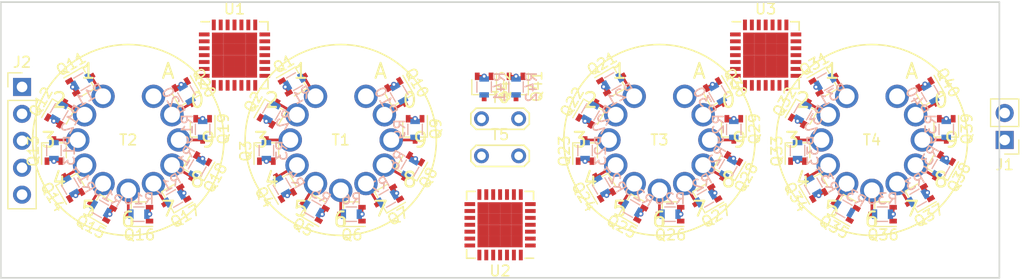
<source format=kicad_pcb>
(kicad_pcb (version 4) (host pcbnew 4.0.6)

  (general
    (links 210)
    (no_connects 130)
    (area 97.014267 88.7226 199.485734 115.3774)
    (thickness 1.6)
    (drawings 4)
    (tracks 149)
    (zones 0)
    (modules 95)
    (nets 134)
  )

  (page A4)
  (layers
    (0 F.Cu signal)
    (31 B.Cu signal)
    (36 B.SilkS user hide)
    (37 F.SilkS user)
    (38 B.Mask user)
    (39 F.Mask user)
    (44 Edge.Cuts user)
  )

  (setup
    (last_trace_width 0.254)
    (trace_clearance 0.1524)
    (zone_clearance 0.508)
    (zone_45_only no)
    (trace_min 0.1524)
    (segment_width 0.2)
    (edge_width 0.15)
    (via_size 0.508)
    (via_drill 0.254)
    (via_min_size 0.508)
    (via_min_drill 0.254)
    (uvia_size 0.254)
    (uvia_drill 0.127)
    (uvias_allowed no)
    (uvia_min_size 0.254)
    (uvia_min_drill 0.127)
    (pcb_text_width 0.3)
    (pcb_text_size 1.5 1.5)
    (mod_edge_width 0.15)
    (mod_text_size 1 1)
    (mod_text_width 0.15)
    (pad_size 1.524 1.524)
    (pad_drill 0.762)
    (pad_to_mask_clearance 0.2)
    (aux_axis_origin 0 0)
    (visible_elements 7FFCF7FF)
    (pcbplotparams
      (layerselection 0x00030_80000001)
      (usegerberextensions false)
      (excludeedgelayer true)
      (linewidth 0.100000)
      (plotframeref false)
      (viasonmask false)
      (mode 1)
      (useauxorigin false)
      (hpglpennumber 1)
      (hpglpenspeed 20)
      (hpglpendiameter 15)
      (hpglpenoverlay 2)
      (psnegative false)
      (psa4output false)
      (plotreference true)
      (plotvalue true)
      (plotinvisibletext false)
      (padsonsilk false)
      (subtractmaskfromsilk false)
      (outputformat 1)
      (mirror false)
      (drillshape 1)
      (scaleselection 1)
      (outputdirectory ""))
  )

  (net 0 "")
  (net 1 /TUBE_GND)
  (net 2 /TUBE_ANODE)
  (net 3 /nOE)
  (net 4 /SCL)
  (net 5 /SDA)
  (net 6 /VDD)
  (net 7 /VSS)
  (net 8 /T1_G_0)
  (net 9 /T1_E_0)
  (net 10 /T1_C_0)
  (net 11 /T1_G_1)
  (net 12 /T1_E_1)
  (net 13 /T1_C_1)
  (net 14 /T1_G_2)
  (net 15 /T1_E_2)
  (net 16 /T1_C_2)
  (net 17 /T1_G_3)
  (net 18 /T1_E_3)
  (net 19 /T1_C_3)
  (net 20 /T1_G_4)
  (net 21 /T1_E_4)
  (net 22 /T1_C_4)
  (net 23 /T1_G_5)
  (net 24 /T1_E_5)
  (net 25 /T1_C_5)
  (net 26 /T1_G_6)
  (net 27 /T1_E_6)
  (net 28 /T1_C_6)
  (net 29 /T1_G_7)
  (net 30 /T1_E_7)
  (net 31 /T1_C_7)
  (net 32 /T1_G_8)
  (net 33 /T1_E_8)
  (net 34 /T1_C_8)
  (net 35 /T1_G_9)
  (net 36 /T1_E_9)
  (net 37 /T1_C_9)
  (net 38 /T2_G_0)
  (net 39 /T2_E_0)
  (net 40 /T2_C_0)
  (net 41 /T2_G_1)
  (net 42 /T2_E_1)
  (net 43 /T2_C_1)
  (net 44 /T2_G_2)
  (net 45 /T2_E_2)
  (net 46 /T2_C_2)
  (net 47 /T2_G_3)
  (net 48 /T2_E_3)
  (net 49 /T2_C_3)
  (net 50 /T2_G_4)
  (net 51 /T2_E_4)
  (net 52 /T2_C_4)
  (net 53 /T2_G_5)
  (net 54 /T2_E_5)
  (net 55 /T2_C_5)
  (net 56 /T2_G_6)
  (net 57 /T2_E_6)
  (net 58 /T2_C_6)
  (net 59 /T2_G_7)
  (net 60 /T2_E_7)
  (net 61 /T2_C_7)
  (net 62 /T2_G_8)
  (net 63 /T2_E_8)
  (net 64 /T2_C_8)
  (net 65 /T2_G_9)
  (net 66 /T2_E_9)
  (net 67 /T2_C_9)
  (net 68 /T3_G_0)
  (net 69 /T3_E_0)
  (net 70 /T3_C_0)
  (net 71 /T3_G_1)
  (net 72 /T3_E_1)
  (net 73 /T3_C_1)
  (net 74 /T3_G_2)
  (net 75 /T3_E_2)
  (net 76 /T3_C_2)
  (net 77 /T3_G_3)
  (net 78 /T3_E_3)
  (net 79 /T3_C_3)
  (net 80 /T3_G_4)
  (net 81 /T3_E_4)
  (net 82 /T3_C_4)
  (net 83 /T3_G_5)
  (net 84 /T3_E_5)
  (net 85 /T3_C_5)
  (net 86 /T3_G_6)
  (net 87 /T3_E_6)
  (net 88 /T3_C_6)
  (net 89 /T3_G_7)
  (net 90 /T3_E_7)
  (net 91 /T3_C_7)
  (net 92 /T3_G_8)
  (net 93 /T3_E_8)
  (net 94 /T3_C_8)
  (net 95 /T3_G_9)
  (net 96 /T3_E_9)
  (net 97 /T3_C_9)
  (net 98 /T4_G_0)
  (net 99 /T4_E_0)
  (net 100 /T4_C_0)
  (net 101 /T4_G_1)
  (net 102 /T4_E_1)
  (net 103 /T4_C_1)
  (net 104 /T4_G_2)
  (net 105 /T4_E_2)
  (net 106 /T4_C_2)
  (net 107 /T4_G_3)
  (net 108 /T4_E_3)
  (net 109 /T4_C_3)
  (net 110 /T4_G_4)
  (net 111 /T4_E_4)
  (net 112 /T4_C_4)
  (net 113 /T4_G_5)
  (net 114 /T4_E_5)
  (net 115 /T4_C_5)
  (net 116 /T4_G_6)
  (net 117 /T4_E_6)
  (net 118 /T4_C_6)
  (net 119 /T4_G_7)
  (net 120 /T4_E_7)
  (net 121 /T4_C_7)
  (net 122 /T4_G_8)
  (net 123 /T4_E_8)
  (net 124 /T4_C_8)
  (net 125 /T4_G_9)
  (net 126 /T4_E_9)
  (net 127 /T4_C_9)
  (net 128 "Net-(Q41-Pad1)")
  (net 129 "Net-(Q41-Pad2)")
  (net 130 "Net-(Q41-Pad3)")
  (net 131 "Net-(Q42-Pad1)")
  (net 132 "Net-(Q42-Pad2)")
  (net 133 "Net-(Q42-Pad3)")

  (net_class Default "This is the default net class."
    (clearance 0.1524)
    (trace_width 0.254)
    (via_dia 0.508)
    (via_drill 0.254)
    (uvia_dia 0.254)
    (uvia_drill 0.127)
    (add_net /SCL)
    (add_net /SDA)
    (add_net /T1_C_0)
    (add_net /T1_C_1)
    (add_net /T1_C_2)
    (add_net /T1_C_3)
    (add_net /T1_C_4)
    (add_net /T1_C_5)
    (add_net /T1_C_6)
    (add_net /T1_C_7)
    (add_net /T1_C_8)
    (add_net /T1_C_9)
    (add_net /T1_E_0)
    (add_net /T1_E_1)
    (add_net /T1_E_2)
    (add_net /T1_E_3)
    (add_net /T1_E_4)
    (add_net /T1_E_5)
    (add_net /T1_E_6)
    (add_net /T1_E_7)
    (add_net /T1_E_8)
    (add_net /T1_E_9)
    (add_net /T1_G_0)
    (add_net /T1_G_1)
    (add_net /T1_G_2)
    (add_net /T1_G_3)
    (add_net /T1_G_4)
    (add_net /T1_G_5)
    (add_net /T1_G_6)
    (add_net /T1_G_7)
    (add_net /T1_G_8)
    (add_net /T1_G_9)
    (add_net /T2_C_0)
    (add_net /T2_C_1)
    (add_net /T2_C_2)
    (add_net /T2_C_3)
    (add_net /T2_C_4)
    (add_net /T2_C_5)
    (add_net /T2_C_6)
    (add_net /T2_C_7)
    (add_net /T2_C_8)
    (add_net /T2_C_9)
    (add_net /T2_E_0)
    (add_net /T2_E_1)
    (add_net /T2_E_2)
    (add_net /T2_E_3)
    (add_net /T2_E_4)
    (add_net /T2_E_5)
    (add_net /T2_E_6)
    (add_net /T2_E_7)
    (add_net /T2_E_8)
    (add_net /T2_E_9)
    (add_net /T2_G_0)
    (add_net /T2_G_1)
    (add_net /T2_G_2)
    (add_net /T2_G_3)
    (add_net /T2_G_4)
    (add_net /T2_G_5)
    (add_net /T2_G_6)
    (add_net /T2_G_7)
    (add_net /T2_G_8)
    (add_net /T2_G_9)
    (add_net /T3_C_0)
    (add_net /T3_C_1)
    (add_net /T3_C_2)
    (add_net /T3_C_3)
    (add_net /T3_C_4)
    (add_net /T3_C_5)
    (add_net /T3_C_6)
    (add_net /T3_C_7)
    (add_net /T3_C_8)
    (add_net /T3_C_9)
    (add_net /T3_E_0)
    (add_net /T3_E_1)
    (add_net /T3_E_2)
    (add_net /T3_E_3)
    (add_net /T3_E_4)
    (add_net /T3_E_5)
    (add_net /T3_E_6)
    (add_net /T3_E_7)
    (add_net /T3_E_8)
    (add_net /T3_E_9)
    (add_net /T3_G_0)
    (add_net /T3_G_1)
    (add_net /T3_G_2)
    (add_net /T3_G_3)
    (add_net /T3_G_4)
    (add_net /T3_G_5)
    (add_net /T3_G_6)
    (add_net /T3_G_7)
    (add_net /T3_G_8)
    (add_net /T3_G_9)
    (add_net /T4_C_0)
    (add_net /T4_C_1)
    (add_net /T4_C_2)
    (add_net /T4_C_3)
    (add_net /T4_C_4)
    (add_net /T4_C_5)
    (add_net /T4_C_6)
    (add_net /T4_C_7)
    (add_net /T4_C_8)
    (add_net /T4_C_9)
    (add_net /T4_E_0)
    (add_net /T4_E_1)
    (add_net /T4_E_2)
    (add_net /T4_E_3)
    (add_net /T4_E_4)
    (add_net /T4_E_5)
    (add_net /T4_E_6)
    (add_net /T4_E_7)
    (add_net /T4_E_8)
    (add_net /T4_E_9)
    (add_net /T4_G_0)
    (add_net /T4_G_1)
    (add_net /T4_G_2)
    (add_net /T4_G_3)
    (add_net /T4_G_4)
    (add_net /T4_G_5)
    (add_net /T4_G_6)
    (add_net /T4_G_7)
    (add_net /T4_G_8)
    (add_net /T4_G_9)
    (add_net /TUBE_ANODE)
    (add_net /TUBE_GND)
    (add_net /VDD)
    (add_net /VSS)
    (add_net /nOE)
    (add_net "Net-(Q41-Pad1)")
    (add_net "Net-(Q41-Pad2)")
    (add_net "Net-(Q41-Pad3)")
    (add_net "Net-(Q42-Pad1)")
    (add_net "Net-(Q42-Pad2)")
    (add_net "Net-(Q42-Pad3)")
  )

  (module TO_SOT_Packages_SMD:SOT-323_SC-70 (layer F.Cu) (tedit 58CE4E7E) (tstamp 593C80C7)
    (at 106.542469 106.358495 120)
    (descr "SOT-323, SC-70")
    (tags "SOT-323 SC-70")
    (path /593936BC)
    (attr smd)
    (fp_text reference Q14 (at -0.05 -1.95 120) (layer F.SilkS)
      (effects (font (size 1 1) (thickness 0.15)))
    )
    (fp_text value Q_NPN_BEC (at -0.05 2.05 120) (layer F.Fab)
      (effects (font (size 1 1) (thickness 0.15)))
    )
    (fp_text user %R (at -0.005 0 120) (layer F.Fab)
      (effects (font (size 0.5 0.5) (thickness 0.075)))
    )
    (fp_line (start 0.73 0.5) (end 0.73 1.16) (layer F.SilkS) (width 0.12))
    (fp_line (start 0.73 -1.16) (end 0.73 -0.5) (layer F.SilkS) (width 0.12))
    (fp_line (start 1.7 1.3) (end -1.7 1.3) (layer F.CrtYd) (width 0.05))
    (fp_line (start 1.7 -1.3) (end 1.7 1.3) (layer F.CrtYd) (width 0.05))
    (fp_line (start -1.7 -1.3) (end 1.7 -1.3) (layer F.CrtYd) (width 0.05))
    (fp_line (start -1.7 1.3) (end -1.7 -1.3) (layer F.CrtYd) (width 0.05))
    (fp_line (start 0.73 -1.16) (end -1.3 -1.16) (layer F.SilkS) (width 0.12))
    (fp_line (start -0.68 1.16) (end 0.73 1.16) (layer F.SilkS) (width 0.12))
    (fp_line (start 0.67 -1.1) (end -0.18 -1.1) (layer F.Fab) (width 0.1))
    (fp_line (start -0.68 -0.6) (end -0.68 1.1) (layer F.Fab) (width 0.1))
    (fp_line (start 0.67 -1.1) (end 0.67 1.1) (layer F.Fab) (width 0.1))
    (fp_line (start 0.67 1.1) (end -0.68 1.1) (layer F.Fab) (width 0.1))
    (fp_line (start -0.18 -1.1) (end -0.68 -0.6) (layer F.Fab) (width 0.1))
    (pad 1 smd rect (at -1 -0.65 30) (size 0.45 0.7) (layers F.Cu F.Mask)
      (net 47 /T2_G_3))
    (pad 2 smd rect (at -1 0.65 30) (size 0.45 0.7) (layers F.Cu F.Mask)
      (net 48 /T2_E_3))
    (pad 3 smd rect (at 1 0 30) (size 0.45 0.7) (layers F.Cu F.Mask)
      (net 49 /T2_C_3))
    (model ${KISYS3DMOD}/TO_SOT_Packages_SMD.3dshapes/SOT-323_SC-70.wrl
      (at (xyz 0 0 0))
      (scale (xyz 1 1 1))
      (rotate (xyz 0 0 0))
    )
  )

  (module Pin_Headers:Pin_Header_Straight_1x02_Pitch2.54mm (layer F.Cu) (tedit 58CD4EC1) (tstamp 593C7F89)
    (at 194.5 102 180)
    (descr "Through hole straight pin header, 1x02, 2.54mm pitch, single row")
    (tags "Through hole pin header THT 1x02 2.54mm single row")
    (path /59444BB8)
    (fp_text reference J1 (at 0 -2.33 180) (layer F.SilkS)
      (effects (font (size 1 1) (thickness 0.15)))
    )
    (fp_text value CONN_01X02 (at 0 4.87 180) (layer F.Fab)
      (effects (font (size 1 1) (thickness 0.15)))
    )
    (fp_line (start -1.27 -1.27) (end -1.27 3.81) (layer F.Fab) (width 0.1))
    (fp_line (start -1.27 3.81) (end 1.27 3.81) (layer F.Fab) (width 0.1))
    (fp_line (start 1.27 3.81) (end 1.27 -1.27) (layer F.Fab) (width 0.1))
    (fp_line (start 1.27 -1.27) (end -1.27 -1.27) (layer F.Fab) (width 0.1))
    (fp_line (start -1.33 1.27) (end -1.33 3.87) (layer F.SilkS) (width 0.12))
    (fp_line (start -1.33 3.87) (end 1.33 3.87) (layer F.SilkS) (width 0.12))
    (fp_line (start 1.33 3.87) (end 1.33 1.27) (layer F.SilkS) (width 0.12))
    (fp_line (start 1.33 1.27) (end -1.33 1.27) (layer F.SilkS) (width 0.12))
    (fp_line (start -1.33 0) (end -1.33 -1.33) (layer F.SilkS) (width 0.12))
    (fp_line (start -1.33 -1.33) (end 0 -1.33) (layer F.SilkS) (width 0.12))
    (fp_line (start -1.8 -1.8) (end -1.8 4.35) (layer F.CrtYd) (width 0.05))
    (fp_line (start -1.8 4.35) (end 1.8 4.35) (layer F.CrtYd) (width 0.05))
    (fp_line (start 1.8 4.35) (end 1.8 -1.8) (layer F.CrtYd) (width 0.05))
    (fp_line (start 1.8 -1.8) (end -1.8 -1.8) (layer F.CrtYd) (width 0.05))
    (fp_text user %R (at 0 -2.33 180) (layer F.Fab)
      (effects (font (size 1 1) (thickness 0.15)))
    )
    (pad 1 thru_hole rect (at 0 0 180) (size 1.7 1.7) (drill 1) (layers *.Cu *.Mask)
      (net 1 /TUBE_GND))
    (pad 2 thru_hole oval (at 0 2.54 180) (size 1.7 1.7) (drill 1) (layers *.Cu *.Mask)
      (net 2 /TUBE_ANODE))
    (model ${KISYS3DMOD}/Pin_Headers.3dshapes/Pin_Header_Straight_1x02_Pitch2.54mm.wrl
      (at (xyz 0 -0.05 0))
      (scale (xyz 1 1 1))
      (rotate (xyz 0 0 90))
    )
  )

  (module Pin_Headers:Pin_Header_Straight_1x05_Pitch2.54mm (layer F.Cu) (tedit 58CD4EC1) (tstamp 593C7FA1)
    (at 102 97)
    (descr "Through hole straight pin header, 1x05, 2.54mm pitch, single row")
    (tags "Through hole pin header THT 1x05 2.54mm single row")
    (path /593B21BB)
    (fp_text reference J2 (at 0 -2.33) (layer F.SilkS)
      (effects (font (size 1 1) (thickness 0.15)))
    )
    (fp_text value CONN_01X05 (at 0 12.49) (layer F.Fab)
      (effects (font (size 1 1) (thickness 0.15)))
    )
    (fp_line (start -1.27 -1.27) (end -1.27 11.43) (layer F.Fab) (width 0.1))
    (fp_line (start -1.27 11.43) (end 1.27 11.43) (layer F.Fab) (width 0.1))
    (fp_line (start 1.27 11.43) (end 1.27 -1.27) (layer F.Fab) (width 0.1))
    (fp_line (start 1.27 -1.27) (end -1.27 -1.27) (layer F.Fab) (width 0.1))
    (fp_line (start -1.33 1.27) (end -1.33 11.49) (layer F.SilkS) (width 0.12))
    (fp_line (start -1.33 11.49) (end 1.33 11.49) (layer F.SilkS) (width 0.12))
    (fp_line (start 1.33 11.49) (end 1.33 1.27) (layer F.SilkS) (width 0.12))
    (fp_line (start 1.33 1.27) (end -1.33 1.27) (layer F.SilkS) (width 0.12))
    (fp_line (start -1.33 0) (end -1.33 -1.33) (layer F.SilkS) (width 0.12))
    (fp_line (start -1.33 -1.33) (end 0 -1.33) (layer F.SilkS) (width 0.12))
    (fp_line (start -1.8 -1.8) (end -1.8 11.95) (layer F.CrtYd) (width 0.05))
    (fp_line (start -1.8 11.95) (end 1.8 11.95) (layer F.CrtYd) (width 0.05))
    (fp_line (start 1.8 11.95) (end 1.8 -1.8) (layer F.CrtYd) (width 0.05))
    (fp_line (start 1.8 -1.8) (end -1.8 -1.8) (layer F.CrtYd) (width 0.05))
    (fp_text user %R (at 0 -2.33) (layer F.Fab)
      (effects (font (size 1 1) (thickness 0.15)))
    )
    (pad 1 thru_hole rect (at 0 0) (size 1.7 1.7) (drill 1) (layers *.Cu *.Mask)
      (net 3 /nOE))
    (pad 2 thru_hole oval (at 0 2.54) (size 1.7 1.7) (drill 1) (layers *.Cu *.Mask)
      (net 4 /SCL))
    (pad 3 thru_hole oval (at 0 5.08) (size 1.7 1.7) (drill 1) (layers *.Cu *.Mask)
      (net 5 /SDA))
    (pad 4 thru_hole oval (at 0 7.62) (size 1.7 1.7) (drill 1) (layers *.Cu *.Mask)
      (net 6 /VDD))
    (pad 5 thru_hole oval (at 0 10.16) (size 1.7 1.7) (drill 1) (layers *.Cu *.Mask)
      (net 7 /VSS))
    (model ${KISYS3DMOD}/Pin_Headers.3dshapes/Pin_Header_Straight_1x05_Pitch2.54mm.wrl
      (at (xyz 0 -0.2 0))
      (scale (xyz 1 1 1))
      (rotate (xyz 0 0 90))
    )
  )

  (module TO_SOT_Packages_SMD:SOT-323_SC-70 (layer F.Cu) (tedit 58CE4E7E) (tstamp 593C7FB6)
    (at 127.65 96.5 30)
    (descr "SOT-323, SC-70")
    (tags "SOT-323 SC-70")
    (path /593936E6)
    (attr smd)
    (fp_text reference Q1 (at -0.05 -1.95 30) (layer F.SilkS)
      (effects (font (size 1 1) (thickness 0.15)))
    )
    (fp_text value Q_NPN_BEC (at -0.05 2.05 30) (layer F.Fab)
      (effects (font (size 1 1) (thickness 0.15)))
    )
    (fp_text user %R (at -0.005 0 30) (layer F.Fab)
      (effects (font (size 0.5 0.5) (thickness 0.075)))
    )
    (fp_line (start 0.73 0.5) (end 0.73 1.16) (layer F.SilkS) (width 0.12))
    (fp_line (start 0.73 -1.16) (end 0.73 -0.5) (layer F.SilkS) (width 0.12))
    (fp_line (start 1.7 1.3) (end -1.7 1.3) (layer F.CrtYd) (width 0.05))
    (fp_line (start 1.7 -1.3) (end 1.7 1.3) (layer F.CrtYd) (width 0.05))
    (fp_line (start -1.7 -1.3) (end 1.7 -1.3) (layer F.CrtYd) (width 0.05))
    (fp_line (start -1.7 1.3) (end -1.7 -1.3) (layer F.CrtYd) (width 0.05))
    (fp_line (start 0.73 -1.16) (end -1.3 -1.16) (layer F.SilkS) (width 0.12))
    (fp_line (start -0.68 1.16) (end 0.73 1.16) (layer F.SilkS) (width 0.12))
    (fp_line (start 0.67 -1.1) (end -0.18 -1.1) (layer F.Fab) (width 0.1))
    (fp_line (start -0.68 -0.6) (end -0.68 1.1) (layer F.Fab) (width 0.1))
    (fp_line (start 0.67 -1.1) (end 0.67 1.1) (layer F.Fab) (width 0.1))
    (fp_line (start 0.67 1.1) (end -0.68 1.1) (layer F.Fab) (width 0.1))
    (fp_line (start -0.18 -1.1) (end -0.68 -0.6) (layer F.Fab) (width 0.1))
    (pad 1 smd rect (at -1 -0.65 300) (size 0.45 0.7) (layers F.Cu F.Mask)
      (net 8 /T1_G_0))
    (pad 2 smd rect (at -1 0.65 300) (size 0.45 0.7) (layers F.Cu F.Mask)
      (net 9 /T1_E_0))
    (pad 3 smd rect (at 1 0 300) (size 0.45 0.7) (layers F.Cu F.Mask)
      (net 10 /T1_C_0))
    (model ${KISYS3DMOD}/TO_SOT_Packages_SMD.3dshapes/SOT-323_SC-70.wrl
      (at (xyz 0 0 0))
      (scale (xyz 1 1 1))
      (rotate (xyz 0 0 0))
    )
  )

  (module TO_SOT_Packages_SMD:SOT-323_SC-70 (layer F.Cu) (tedit 58CE4E7E) (tstamp 593C7FCB)
    (at 125.491506 99.358493 60)
    (descr "SOT-323, SC-70")
    (tags "SOT-323 SC-70")
    (path /593936EC)
    (attr smd)
    (fp_text reference Q2 (at -0.05 -1.95 60) (layer F.SilkS)
      (effects (font (size 1 1) (thickness 0.15)))
    )
    (fp_text value Q_NPN_BEC (at -0.05 2.05 60) (layer F.Fab)
      (effects (font (size 1 1) (thickness 0.15)))
    )
    (fp_text user %R (at -0.005 0 60) (layer F.Fab)
      (effects (font (size 0.5 0.5) (thickness 0.075)))
    )
    (fp_line (start 0.73 0.5) (end 0.73 1.16) (layer F.SilkS) (width 0.12))
    (fp_line (start 0.73 -1.16) (end 0.73 -0.5) (layer F.SilkS) (width 0.12))
    (fp_line (start 1.7 1.3) (end -1.7 1.3) (layer F.CrtYd) (width 0.05))
    (fp_line (start 1.7 -1.3) (end 1.7 1.3) (layer F.CrtYd) (width 0.05))
    (fp_line (start -1.7 -1.3) (end 1.7 -1.3) (layer F.CrtYd) (width 0.05))
    (fp_line (start -1.7 1.3) (end -1.7 -1.3) (layer F.CrtYd) (width 0.05))
    (fp_line (start 0.73 -1.16) (end -1.3 -1.16) (layer F.SilkS) (width 0.12))
    (fp_line (start -0.68 1.16) (end 0.73 1.16) (layer F.SilkS) (width 0.12))
    (fp_line (start 0.67 -1.1) (end -0.18 -1.1) (layer F.Fab) (width 0.1))
    (fp_line (start -0.68 -0.6) (end -0.68 1.1) (layer F.Fab) (width 0.1))
    (fp_line (start 0.67 -1.1) (end 0.67 1.1) (layer F.Fab) (width 0.1))
    (fp_line (start 0.67 1.1) (end -0.68 1.1) (layer F.Fab) (width 0.1))
    (fp_line (start -0.18 -1.1) (end -0.68 -0.6) (layer F.Fab) (width 0.1))
    (pad 1 smd rect (at -1 -0.65 330) (size 0.45 0.7) (layers F.Cu F.Mask)
      (net 11 /T1_G_1))
    (pad 2 smd rect (at -1 0.65 330) (size 0.45 0.7) (layers F.Cu F.Mask)
      (net 12 /T1_E_1))
    (pad 3 smd rect (at 1 0 330) (size 0.45 0.7) (layers F.Cu F.Mask)
      (net 13 /T1_C_1))
    (model ${KISYS3DMOD}/TO_SOT_Packages_SMD.3dshapes/SOT-323_SC-70.wrl
      (at (xyz 0 0 0))
      (scale (xyz 1 1 1))
      (rotate (xyz 0 0 0))
    )
  )

  (module TO_SOT_Packages_SMD:SOT-323_SC-70 (layer F.Cu) (tedit 58CE4E7E) (tstamp 593C7FE0)
    (at 125 103 90)
    (descr "SOT-323, SC-70")
    (tags "SOT-323 SC-70")
    (path /593936F2)
    (attr smd)
    (fp_text reference Q3 (at -0.05 -1.95 90) (layer F.SilkS)
      (effects (font (size 1 1) (thickness 0.15)))
    )
    (fp_text value Q_NPN_BEC (at -0.05 2.05 90) (layer F.Fab)
      (effects (font (size 1 1) (thickness 0.15)))
    )
    (fp_text user %R (at -0.005 0 90) (layer F.Fab)
      (effects (font (size 0.5 0.5) (thickness 0.075)))
    )
    (fp_line (start 0.73 0.5) (end 0.73 1.16) (layer F.SilkS) (width 0.12))
    (fp_line (start 0.73 -1.16) (end 0.73 -0.5) (layer F.SilkS) (width 0.12))
    (fp_line (start 1.7 1.3) (end -1.7 1.3) (layer F.CrtYd) (width 0.05))
    (fp_line (start 1.7 -1.3) (end 1.7 1.3) (layer F.CrtYd) (width 0.05))
    (fp_line (start -1.7 -1.3) (end 1.7 -1.3) (layer F.CrtYd) (width 0.05))
    (fp_line (start -1.7 1.3) (end -1.7 -1.3) (layer F.CrtYd) (width 0.05))
    (fp_line (start 0.73 -1.16) (end -1.3 -1.16) (layer F.SilkS) (width 0.12))
    (fp_line (start -0.68 1.16) (end 0.73 1.16) (layer F.SilkS) (width 0.12))
    (fp_line (start 0.67 -1.1) (end -0.18 -1.1) (layer F.Fab) (width 0.1))
    (fp_line (start -0.68 -0.6) (end -0.68 1.1) (layer F.Fab) (width 0.1))
    (fp_line (start 0.67 -1.1) (end 0.67 1.1) (layer F.Fab) (width 0.1))
    (fp_line (start 0.67 1.1) (end -0.68 1.1) (layer F.Fab) (width 0.1))
    (fp_line (start -0.18 -1.1) (end -0.68 -0.6) (layer F.Fab) (width 0.1))
    (pad 1 smd rect (at -1 -0.65) (size 0.45 0.7) (layers F.Cu F.Mask)
      (net 14 /T1_G_2))
    (pad 2 smd rect (at -1 0.65) (size 0.45 0.7) (layers F.Cu F.Mask)
      (net 15 /T1_E_2))
    (pad 3 smd rect (at 1 0) (size 0.45 0.7) (layers F.Cu F.Mask)
      (net 16 /T1_C_2))
    (model ${KISYS3DMOD}/TO_SOT_Packages_SMD.3dshapes/SOT-323_SC-70.wrl
      (at (xyz 0 0 0))
      (scale (xyz 1 1 1))
      (rotate (xyz 0 0 0))
    )
  )

  (module TO_SOT_Packages_SMD:SOT-323_SC-70 (layer F.Cu) (tedit 58CE4E7E) (tstamp 593C7FF5)
    (at 126.475 106.366506 120)
    (descr "SOT-323, SC-70")
    (tags "SOT-323 SC-70")
    (path /593936F8)
    (attr smd)
    (fp_text reference Q4 (at -0.05 -1.95 120) (layer F.SilkS)
      (effects (font (size 1 1) (thickness 0.15)))
    )
    (fp_text value Q_NPN_BEC (at -0.05 2.05 120) (layer F.Fab)
      (effects (font (size 1 1) (thickness 0.15)))
    )
    (fp_text user %R (at -0.005 0 120) (layer F.Fab)
      (effects (font (size 0.5 0.5) (thickness 0.075)))
    )
    (fp_line (start 0.73 0.5) (end 0.73 1.16) (layer F.SilkS) (width 0.12))
    (fp_line (start 0.73 -1.16) (end 0.73 -0.5) (layer F.SilkS) (width 0.12))
    (fp_line (start 1.7 1.3) (end -1.7 1.3) (layer F.CrtYd) (width 0.05))
    (fp_line (start 1.7 -1.3) (end 1.7 1.3) (layer F.CrtYd) (width 0.05))
    (fp_line (start -1.7 -1.3) (end 1.7 -1.3) (layer F.CrtYd) (width 0.05))
    (fp_line (start -1.7 1.3) (end -1.7 -1.3) (layer F.CrtYd) (width 0.05))
    (fp_line (start 0.73 -1.16) (end -1.3 -1.16) (layer F.SilkS) (width 0.12))
    (fp_line (start -0.68 1.16) (end 0.73 1.16) (layer F.SilkS) (width 0.12))
    (fp_line (start 0.67 -1.1) (end -0.18 -1.1) (layer F.Fab) (width 0.1))
    (fp_line (start -0.68 -0.6) (end -0.68 1.1) (layer F.Fab) (width 0.1))
    (fp_line (start 0.67 -1.1) (end 0.67 1.1) (layer F.Fab) (width 0.1))
    (fp_line (start 0.67 1.1) (end -0.68 1.1) (layer F.Fab) (width 0.1))
    (fp_line (start -0.18 -1.1) (end -0.68 -0.6) (layer F.Fab) (width 0.1))
    (pad 1 smd rect (at -1 -0.65 30) (size 0.45 0.7) (layers F.Cu F.Mask)
      (net 17 /T1_G_3))
    (pad 2 smd rect (at -1 0.65 30) (size 0.45 0.7) (layers F.Cu F.Mask)
      (net 18 /T1_E_3))
    (pad 3 smd rect (at 1 0 30) (size 0.45 0.7) (layers F.Cu F.Mask)
      (net 19 /T1_C_3))
    (model ${KISYS3DMOD}/TO_SOT_Packages_SMD.3dshapes/SOT-323_SC-70.wrl
      (at (xyz 0 0 0))
      (scale (xyz 1 1 1))
      (rotate (xyz 0 0 0))
    )
  )

  (module TO_SOT_Packages_SMD:SOT-323_SC-70 (layer F.Cu) (tedit 58CE4E7E) (tstamp 593C800A)
    (at 129.383494 108.508013 150)
    (descr "SOT-323, SC-70")
    (tags "SOT-323 SC-70")
    (path /593936FE)
    (attr smd)
    (fp_text reference Q5 (at -0.05 -1.95 150) (layer F.SilkS)
      (effects (font (size 1 1) (thickness 0.15)))
    )
    (fp_text value Q_NPN_BEC (at -0.05 2.05 150) (layer F.Fab)
      (effects (font (size 1 1) (thickness 0.15)))
    )
    (fp_text user %R (at -0.005 0 150) (layer F.Fab)
      (effects (font (size 0.5 0.5) (thickness 0.075)))
    )
    (fp_line (start 0.73 0.5) (end 0.73 1.16) (layer F.SilkS) (width 0.12))
    (fp_line (start 0.73 -1.16) (end 0.73 -0.5) (layer F.SilkS) (width 0.12))
    (fp_line (start 1.7 1.3) (end -1.7 1.3) (layer F.CrtYd) (width 0.05))
    (fp_line (start 1.7 -1.3) (end 1.7 1.3) (layer F.CrtYd) (width 0.05))
    (fp_line (start -1.7 -1.3) (end 1.7 -1.3) (layer F.CrtYd) (width 0.05))
    (fp_line (start -1.7 1.3) (end -1.7 -1.3) (layer F.CrtYd) (width 0.05))
    (fp_line (start 0.73 -1.16) (end -1.3 -1.16) (layer F.SilkS) (width 0.12))
    (fp_line (start -0.68 1.16) (end 0.73 1.16) (layer F.SilkS) (width 0.12))
    (fp_line (start 0.67 -1.1) (end -0.18 -1.1) (layer F.Fab) (width 0.1))
    (fp_line (start -0.68 -0.6) (end -0.68 1.1) (layer F.Fab) (width 0.1))
    (fp_line (start 0.67 -1.1) (end 0.67 1.1) (layer F.Fab) (width 0.1))
    (fp_line (start 0.67 1.1) (end -0.68 1.1) (layer F.Fab) (width 0.1))
    (fp_line (start -0.18 -1.1) (end -0.68 -0.6) (layer F.Fab) (width 0.1))
    (pad 1 smd rect (at -1 -0.65 60) (size 0.45 0.7) (layers F.Cu F.Mask)
      (net 20 /T1_G_4))
    (pad 2 smd rect (at -1 0.65 60) (size 0.45 0.7) (layers F.Cu F.Mask)
      (net 21 /T1_E_4))
    (pad 3 smd rect (at 1 0 60) (size 0.45 0.7) (layers F.Cu F.Mask)
      (net 22 /T1_C_4))
    (model ${KISYS3DMOD}/TO_SOT_Packages_SMD.3dshapes/SOT-323_SC-70.wrl
      (at (xyz 0 0 0))
      (scale (xyz 1 1 1))
      (rotate (xyz 0 0 0))
    )
  )

  (module TO_SOT_Packages_SMD:SOT-323_SC-70 (layer F.Cu) (tedit 58CE4E7E) (tstamp 593C801F)
    (at 133 109 180)
    (descr "SOT-323, SC-70")
    (tags "SOT-323 SC-70")
    (path /59393704)
    (attr smd)
    (fp_text reference Q6 (at -0.05 -1.95 180) (layer F.SilkS)
      (effects (font (size 1 1) (thickness 0.15)))
    )
    (fp_text value Q_NPN_BEC (at -0.05 2.05 180) (layer F.Fab)
      (effects (font (size 1 1) (thickness 0.15)))
    )
    (fp_text user %R (at -0.005 0 180) (layer F.Fab)
      (effects (font (size 0.5 0.5) (thickness 0.075)))
    )
    (fp_line (start 0.73 0.5) (end 0.73 1.16) (layer F.SilkS) (width 0.12))
    (fp_line (start 0.73 -1.16) (end 0.73 -0.5) (layer F.SilkS) (width 0.12))
    (fp_line (start 1.7 1.3) (end -1.7 1.3) (layer F.CrtYd) (width 0.05))
    (fp_line (start 1.7 -1.3) (end 1.7 1.3) (layer F.CrtYd) (width 0.05))
    (fp_line (start -1.7 -1.3) (end 1.7 -1.3) (layer F.CrtYd) (width 0.05))
    (fp_line (start -1.7 1.3) (end -1.7 -1.3) (layer F.CrtYd) (width 0.05))
    (fp_line (start 0.73 -1.16) (end -1.3 -1.16) (layer F.SilkS) (width 0.12))
    (fp_line (start -0.68 1.16) (end 0.73 1.16) (layer F.SilkS) (width 0.12))
    (fp_line (start 0.67 -1.1) (end -0.18 -1.1) (layer F.Fab) (width 0.1))
    (fp_line (start -0.68 -0.6) (end -0.68 1.1) (layer F.Fab) (width 0.1))
    (fp_line (start 0.67 -1.1) (end 0.67 1.1) (layer F.Fab) (width 0.1))
    (fp_line (start 0.67 1.1) (end -0.68 1.1) (layer F.Fab) (width 0.1))
    (fp_line (start -0.18 -1.1) (end -0.68 -0.6) (layer F.Fab) (width 0.1))
    (pad 1 smd rect (at -1 -0.65 90) (size 0.45 0.7) (layers F.Cu F.Mask)
      (net 23 /T1_G_5))
    (pad 2 smd rect (at -1 0.65 90) (size 0.45 0.7) (layers F.Cu F.Mask)
      (net 24 /T1_E_5))
    (pad 3 smd rect (at 1 0 90) (size 0.45 0.7) (layers F.Cu F.Mask)
      (net 25 /T1_C_5))
    (model ${KISYS3DMOD}/TO_SOT_Packages_SMD.3dshapes/SOT-323_SC-70.wrl
      (at (xyz 0 0 0))
      (scale (xyz 1 1 1))
      (rotate (xyz 0 0 0))
    )
  )

  (module TO_SOT_Packages_SMD:SOT-323_SC-70 (layer F.Cu) (tedit 58CE4E7E) (tstamp 593C8034)
    (at 136.383494 107.525 210)
    (descr "SOT-323, SC-70")
    (tags "SOT-323 SC-70")
    (path /5939370A)
    (attr smd)
    (fp_text reference Q7 (at -0.05 -1.95 210) (layer F.SilkS)
      (effects (font (size 1 1) (thickness 0.15)))
    )
    (fp_text value Q_NPN_BEC (at -0.05 2.05 210) (layer F.Fab)
      (effects (font (size 1 1) (thickness 0.15)))
    )
    (fp_text user %R (at -0.005 0 210) (layer F.Fab)
      (effects (font (size 0.5 0.5) (thickness 0.075)))
    )
    (fp_line (start 0.73 0.5) (end 0.73 1.16) (layer F.SilkS) (width 0.12))
    (fp_line (start 0.73 -1.16) (end 0.73 -0.5) (layer F.SilkS) (width 0.12))
    (fp_line (start 1.7 1.3) (end -1.7 1.3) (layer F.CrtYd) (width 0.05))
    (fp_line (start 1.7 -1.3) (end 1.7 1.3) (layer F.CrtYd) (width 0.05))
    (fp_line (start -1.7 -1.3) (end 1.7 -1.3) (layer F.CrtYd) (width 0.05))
    (fp_line (start -1.7 1.3) (end -1.7 -1.3) (layer F.CrtYd) (width 0.05))
    (fp_line (start 0.73 -1.16) (end -1.3 -1.16) (layer F.SilkS) (width 0.12))
    (fp_line (start -0.68 1.16) (end 0.73 1.16) (layer F.SilkS) (width 0.12))
    (fp_line (start 0.67 -1.1) (end -0.18 -1.1) (layer F.Fab) (width 0.1))
    (fp_line (start -0.68 -0.6) (end -0.68 1.1) (layer F.Fab) (width 0.1))
    (fp_line (start 0.67 -1.1) (end 0.67 1.1) (layer F.Fab) (width 0.1))
    (fp_line (start 0.67 1.1) (end -0.68 1.1) (layer F.Fab) (width 0.1))
    (fp_line (start -0.18 -1.1) (end -0.68 -0.6) (layer F.Fab) (width 0.1))
    (pad 1 smd rect (at -1 -0.65 120) (size 0.45 0.7) (layers F.Cu F.Mask)
      (net 26 /T1_G_6))
    (pad 2 smd rect (at -1 0.65 120) (size 0.45 0.7) (layers F.Cu F.Mask)
      (net 27 /T1_E_6))
    (pad 3 smd rect (at 1 0 120) (size 0.45 0.7) (layers F.Cu F.Mask)
      (net 28 /T1_C_6))
    (model ${KISYS3DMOD}/TO_SOT_Packages_SMD.3dshapes/SOT-323_SC-70.wrl
      (at (xyz 0 0 0))
      (scale (xyz 1 1 1))
      (rotate (xyz 0 0 0))
    )
  )

  (module TO_SOT_Packages_SMD:SOT-323_SC-70 (layer F.Cu) (tedit 58CE4E7E) (tstamp 593C8049)
    (at 138.525 104.649519 240)
    (descr "SOT-323, SC-70")
    (tags "SOT-323 SC-70")
    (path /59393710)
    (attr smd)
    (fp_text reference Q8 (at -0.05 -1.95 240) (layer F.SilkS)
      (effects (font (size 1 1) (thickness 0.15)))
    )
    (fp_text value Q_NPN_BEC (at -0.05 2.05 240) (layer F.Fab)
      (effects (font (size 1 1) (thickness 0.15)))
    )
    (fp_text user %R (at -0.005 0 240) (layer F.Fab)
      (effects (font (size 0.5 0.5) (thickness 0.075)))
    )
    (fp_line (start 0.73 0.5) (end 0.73 1.16) (layer F.SilkS) (width 0.12))
    (fp_line (start 0.73 -1.16) (end 0.73 -0.5) (layer F.SilkS) (width 0.12))
    (fp_line (start 1.7 1.3) (end -1.7 1.3) (layer F.CrtYd) (width 0.05))
    (fp_line (start 1.7 -1.3) (end 1.7 1.3) (layer F.CrtYd) (width 0.05))
    (fp_line (start -1.7 -1.3) (end 1.7 -1.3) (layer F.CrtYd) (width 0.05))
    (fp_line (start -1.7 1.3) (end -1.7 -1.3) (layer F.CrtYd) (width 0.05))
    (fp_line (start 0.73 -1.16) (end -1.3 -1.16) (layer F.SilkS) (width 0.12))
    (fp_line (start -0.68 1.16) (end 0.73 1.16) (layer F.SilkS) (width 0.12))
    (fp_line (start 0.67 -1.1) (end -0.18 -1.1) (layer F.Fab) (width 0.1))
    (fp_line (start -0.68 -0.6) (end -0.68 1.1) (layer F.Fab) (width 0.1))
    (fp_line (start 0.67 -1.1) (end 0.67 1.1) (layer F.Fab) (width 0.1))
    (fp_line (start 0.67 1.1) (end -0.68 1.1) (layer F.Fab) (width 0.1))
    (fp_line (start -0.18 -1.1) (end -0.68 -0.6) (layer F.Fab) (width 0.1))
    (pad 1 smd rect (at -1 -0.65 150) (size 0.45 0.7) (layers F.Cu F.Mask)
      (net 29 /T1_G_7))
    (pad 2 smd rect (at -1 0.65 150) (size 0.45 0.7) (layers F.Cu F.Mask)
      (net 30 /T1_E_7))
    (pad 3 smd rect (at 1 0 150) (size 0.45 0.7) (layers F.Cu F.Mask)
      (net 31 /T1_C_7))
    (model ${KISYS3DMOD}/TO_SOT_Packages_SMD.3dshapes/SOT-323_SC-70.wrl
      (at (xyz 0 0 0))
      (scale (xyz 1 1 1))
      (rotate (xyz 0 0 0))
    )
  )

  (module TO_SOT_Packages_SMD:SOT-323_SC-70 (layer F.Cu) (tedit 58CE4E7E) (tstamp 593C805E)
    (at 139 101 270)
    (descr "SOT-323, SC-70")
    (tags "SOT-323 SC-70")
    (path /59393716)
    (attr smd)
    (fp_text reference Q9 (at -0.05 -1.95 270) (layer F.SilkS)
      (effects (font (size 1 1) (thickness 0.15)))
    )
    (fp_text value Q_NPN_BEC (at -0.05 2.05 270) (layer F.Fab)
      (effects (font (size 1 1) (thickness 0.15)))
    )
    (fp_text user %R (at -0.005 0 270) (layer F.Fab)
      (effects (font (size 0.5 0.5) (thickness 0.075)))
    )
    (fp_line (start 0.73 0.5) (end 0.73 1.16) (layer F.SilkS) (width 0.12))
    (fp_line (start 0.73 -1.16) (end 0.73 -0.5) (layer F.SilkS) (width 0.12))
    (fp_line (start 1.7 1.3) (end -1.7 1.3) (layer F.CrtYd) (width 0.05))
    (fp_line (start 1.7 -1.3) (end 1.7 1.3) (layer F.CrtYd) (width 0.05))
    (fp_line (start -1.7 -1.3) (end 1.7 -1.3) (layer F.CrtYd) (width 0.05))
    (fp_line (start -1.7 1.3) (end -1.7 -1.3) (layer F.CrtYd) (width 0.05))
    (fp_line (start 0.73 -1.16) (end -1.3 -1.16) (layer F.SilkS) (width 0.12))
    (fp_line (start -0.68 1.16) (end 0.73 1.16) (layer F.SilkS) (width 0.12))
    (fp_line (start 0.67 -1.1) (end -0.18 -1.1) (layer F.Fab) (width 0.1))
    (fp_line (start -0.68 -0.6) (end -0.68 1.1) (layer F.Fab) (width 0.1))
    (fp_line (start 0.67 -1.1) (end 0.67 1.1) (layer F.Fab) (width 0.1))
    (fp_line (start 0.67 1.1) (end -0.68 1.1) (layer F.Fab) (width 0.1))
    (fp_line (start -0.18 -1.1) (end -0.68 -0.6) (layer F.Fab) (width 0.1))
    (pad 1 smd rect (at -1 -0.65 180) (size 0.45 0.7) (layers F.Cu F.Mask)
      (net 32 /T1_G_8))
    (pad 2 smd rect (at -1 0.65 180) (size 0.45 0.7) (layers F.Cu F.Mask)
      (net 33 /T1_E_8))
    (pad 3 smd rect (at 1 0 180) (size 0.45 0.7) (layers F.Cu F.Mask)
      (net 34 /T1_C_8))
    (model ${KISYS3DMOD}/TO_SOT_Packages_SMD.3dshapes/SOT-323_SC-70.wrl
      (at (xyz 0 0 0))
      (scale (xyz 1 1 1))
      (rotate (xyz 0 0 0))
    )
  )

  (module TO_SOT_Packages_SMD:SOT-323_SC-70 (layer F.Cu) (tedit 58CE4E7E) (tstamp 593C8073)
    (at 137.499999 97.633975 300)
    (descr "SOT-323, SC-70")
    (tags "SOT-323 SC-70")
    (path /5939371C)
    (attr smd)
    (fp_text reference Q10 (at -0.05 -1.95 300) (layer F.SilkS)
      (effects (font (size 1 1) (thickness 0.15)))
    )
    (fp_text value Q_NPN_BEC (at -0.05 2.05 300) (layer F.Fab)
      (effects (font (size 1 1) (thickness 0.15)))
    )
    (fp_text user %R (at -0.005 0 300) (layer F.Fab)
      (effects (font (size 0.5 0.5) (thickness 0.075)))
    )
    (fp_line (start 0.73 0.5) (end 0.73 1.16) (layer F.SilkS) (width 0.12))
    (fp_line (start 0.73 -1.16) (end 0.73 -0.5) (layer F.SilkS) (width 0.12))
    (fp_line (start 1.7 1.3) (end -1.7 1.3) (layer F.CrtYd) (width 0.05))
    (fp_line (start 1.7 -1.3) (end 1.7 1.3) (layer F.CrtYd) (width 0.05))
    (fp_line (start -1.7 -1.3) (end 1.7 -1.3) (layer F.CrtYd) (width 0.05))
    (fp_line (start -1.7 1.3) (end -1.7 -1.3) (layer F.CrtYd) (width 0.05))
    (fp_line (start 0.73 -1.16) (end -1.3 -1.16) (layer F.SilkS) (width 0.12))
    (fp_line (start -0.68 1.16) (end 0.73 1.16) (layer F.SilkS) (width 0.12))
    (fp_line (start 0.67 -1.1) (end -0.18 -1.1) (layer F.Fab) (width 0.1))
    (fp_line (start -0.68 -0.6) (end -0.68 1.1) (layer F.Fab) (width 0.1))
    (fp_line (start 0.67 -1.1) (end 0.67 1.1) (layer F.Fab) (width 0.1))
    (fp_line (start 0.67 1.1) (end -0.68 1.1) (layer F.Fab) (width 0.1))
    (fp_line (start -0.18 -1.1) (end -0.68 -0.6) (layer F.Fab) (width 0.1))
    (pad 1 smd rect (at -1 -0.65 210) (size 0.45 0.7) (layers F.Cu F.Mask)
      (net 35 /T1_G_9))
    (pad 2 smd rect (at -1 0.65 210) (size 0.45 0.7) (layers F.Cu F.Mask)
      (net 36 /T1_E_9))
    (pad 3 smd rect (at 1 0 210) (size 0.45 0.7) (layers F.Cu F.Mask)
      (net 37 /T1_C_9))
    (model ${KISYS3DMOD}/TO_SOT_Packages_SMD.3dshapes/SOT-323_SC-70.wrl
      (at (xyz 0 0 0))
      (scale (xyz 1 1 1))
      (rotate (xyz 0 0 0))
    )
  )

  (module TO_SOT_Packages_SMD:SOT-323_SC-70 (layer F.Cu) (tedit 58CE4E7E) (tstamp 593C8088)
    (at 107.640546 96.508494 30)
    (descr "SOT-323, SC-70")
    (tags "SOT-323 SC-70")
    (path /593936AA)
    (attr smd)
    (fp_text reference Q11 (at -0.05 -1.95 30) (layer F.SilkS)
      (effects (font (size 1 1) (thickness 0.15)))
    )
    (fp_text value Q_NPN_BEC (at -0.05 2.05 30) (layer F.Fab)
      (effects (font (size 1 1) (thickness 0.15)))
    )
    (fp_text user %R (at -0.005 0 30) (layer F.Fab)
      (effects (font (size 0.5 0.5) (thickness 0.075)))
    )
    (fp_line (start 0.73 0.5) (end 0.73 1.16) (layer F.SilkS) (width 0.12))
    (fp_line (start 0.73 -1.16) (end 0.73 -0.5) (layer F.SilkS) (width 0.12))
    (fp_line (start 1.7 1.3) (end -1.7 1.3) (layer F.CrtYd) (width 0.05))
    (fp_line (start 1.7 -1.3) (end 1.7 1.3) (layer F.CrtYd) (width 0.05))
    (fp_line (start -1.7 -1.3) (end 1.7 -1.3) (layer F.CrtYd) (width 0.05))
    (fp_line (start -1.7 1.3) (end -1.7 -1.3) (layer F.CrtYd) (width 0.05))
    (fp_line (start 0.73 -1.16) (end -1.3 -1.16) (layer F.SilkS) (width 0.12))
    (fp_line (start -0.68 1.16) (end 0.73 1.16) (layer F.SilkS) (width 0.12))
    (fp_line (start 0.67 -1.1) (end -0.18 -1.1) (layer F.Fab) (width 0.1))
    (fp_line (start -0.68 -0.6) (end -0.68 1.1) (layer F.Fab) (width 0.1))
    (fp_line (start 0.67 -1.1) (end 0.67 1.1) (layer F.Fab) (width 0.1))
    (fp_line (start 0.67 1.1) (end -0.68 1.1) (layer F.Fab) (width 0.1))
    (fp_line (start -0.18 -1.1) (end -0.68 -0.6) (layer F.Fab) (width 0.1))
    (pad 1 smd rect (at -1 -0.65 300) (size 0.45 0.7) (layers F.Cu F.Mask)
      (net 38 /T2_G_0))
    (pad 2 smd rect (at -1 0.65 300) (size 0.45 0.7) (layers F.Cu F.Mask)
      (net 39 /T2_E_0))
    (pad 3 smd rect (at 1 0 300) (size 0.45 0.7) (layers F.Cu F.Mask)
      (net 40 /T2_C_0))
    (model ${KISYS3DMOD}/TO_SOT_Packages_SMD.3dshapes/SOT-323_SC-70.wrl
      (at (xyz 0 0 0))
      (scale (xyz 1 1 1))
      (rotate (xyz 0 0 0))
    )
  )

  (module TO_SOT_Packages_SMD:SOT-323_SC-70 (layer F.Cu) (tedit 58CE4E7E) (tstamp 593C809D)
    (at 105.491507 99.342469 60)
    (descr "SOT-323, SC-70")
    (tags "SOT-323 SC-70")
    (path /593936B0)
    (attr smd)
    (fp_text reference Q12 (at -0.05 -1.95 60) (layer F.SilkS)
      (effects (font (size 1 1) (thickness 0.15)))
    )
    (fp_text value Q_NPN_BEC (at -0.05 2.05 60) (layer F.Fab)
      (effects (font (size 1 1) (thickness 0.15)))
    )
    (fp_text user %R (at -0.005 0 60) (layer F.Fab)
      (effects (font (size 0.5 0.5) (thickness 0.075)))
    )
    (fp_line (start 0.73 0.5) (end 0.73 1.16) (layer F.SilkS) (width 0.12))
    (fp_line (start 0.73 -1.16) (end 0.73 -0.5) (layer F.SilkS) (width 0.12))
    (fp_line (start 1.7 1.3) (end -1.7 1.3) (layer F.CrtYd) (width 0.05))
    (fp_line (start 1.7 -1.3) (end 1.7 1.3) (layer F.CrtYd) (width 0.05))
    (fp_line (start -1.7 -1.3) (end 1.7 -1.3) (layer F.CrtYd) (width 0.05))
    (fp_line (start -1.7 1.3) (end -1.7 -1.3) (layer F.CrtYd) (width 0.05))
    (fp_line (start 0.73 -1.16) (end -1.3 -1.16) (layer F.SilkS) (width 0.12))
    (fp_line (start -0.68 1.16) (end 0.73 1.16) (layer F.SilkS) (width 0.12))
    (fp_line (start 0.67 -1.1) (end -0.18 -1.1) (layer F.Fab) (width 0.1))
    (fp_line (start -0.68 -0.6) (end -0.68 1.1) (layer F.Fab) (width 0.1))
    (fp_line (start 0.67 -1.1) (end 0.67 1.1) (layer F.Fab) (width 0.1))
    (fp_line (start 0.67 1.1) (end -0.68 1.1) (layer F.Fab) (width 0.1))
    (fp_line (start -0.18 -1.1) (end -0.68 -0.6) (layer F.Fab) (width 0.1))
    (pad 1 smd rect (at -1 -0.65 330) (size 0.45 0.7) (layers F.Cu F.Mask)
      (net 41 /T2_G_1))
    (pad 2 smd rect (at -1 0.65 330) (size 0.45 0.7) (layers F.Cu F.Mask)
      (net 42 /T2_E_1))
    (pad 3 smd rect (at 1 0 330) (size 0.45 0.7) (layers F.Cu F.Mask)
      (net 43 /T2_C_1))
    (model ${KISYS3DMOD}/TO_SOT_Packages_SMD.3dshapes/SOT-323_SC-70.wrl
      (at (xyz 0 0 0))
      (scale (xyz 1 1 1))
      (rotate (xyz 0 0 0))
    )
  )

  (module TO_SOT_Packages_SMD:SOT-323_SC-70 (layer F.Cu) (tedit 58CE4E7E) (tstamp 593C80B2)
    (at 105 103 90)
    (descr "SOT-323, SC-70")
    (tags "SOT-323 SC-70")
    (path /593936B6)
    (attr smd)
    (fp_text reference Q13 (at -0.05 -1.95 90) (layer F.SilkS)
      (effects (font (size 1 1) (thickness 0.15)))
    )
    (fp_text value Q_NPN_BEC (at -0.05 2.05 90) (layer F.Fab)
      (effects (font (size 1 1) (thickness 0.15)))
    )
    (fp_text user %R (at -0.005 0 90) (layer F.Fab)
      (effects (font (size 0.5 0.5) (thickness 0.075)))
    )
    (fp_line (start 0.73 0.5) (end 0.73 1.16) (layer F.SilkS) (width 0.12))
    (fp_line (start 0.73 -1.16) (end 0.73 -0.5) (layer F.SilkS) (width 0.12))
    (fp_line (start 1.7 1.3) (end -1.7 1.3) (layer F.CrtYd) (width 0.05))
    (fp_line (start 1.7 -1.3) (end 1.7 1.3) (layer F.CrtYd) (width 0.05))
    (fp_line (start -1.7 -1.3) (end 1.7 -1.3) (layer F.CrtYd) (width 0.05))
    (fp_line (start -1.7 1.3) (end -1.7 -1.3) (layer F.CrtYd) (width 0.05))
    (fp_line (start 0.73 -1.16) (end -1.3 -1.16) (layer F.SilkS) (width 0.12))
    (fp_line (start -0.68 1.16) (end 0.73 1.16) (layer F.SilkS) (width 0.12))
    (fp_line (start 0.67 -1.1) (end -0.18 -1.1) (layer F.Fab) (width 0.1))
    (fp_line (start -0.68 -0.6) (end -0.68 1.1) (layer F.Fab) (width 0.1))
    (fp_line (start 0.67 -1.1) (end 0.67 1.1) (layer F.Fab) (width 0.1))
    (fp_line (start 0.67 1.1) (end -0.68 1.1) (layer F.Fab) (width 0.1))
    (fp_line (start -0.18 -1.1) (end -0.68 -0.6) (layer F.Fab) (width 0.1))
    (pad 1 smd rect (at -1 -0.65) (size 0.45 0.7) (layers F.Cu F.Mask)
      (net 44 /T2_G_2))
    (pad 2 smd rect (at -1 0.65) (size 0.45 0.7) (layers F.Cu F.Mask)
      (net 45 /T2_E_2))
    (pad 3 smd rect (at 1 0) (size 0.45 0.7) (layers F.Cu F.Mask)
      (net 46 /T2_C_2))
    (model ${KISYS3DMOD}/TO_SOT_Packages_SMD.3dshapes/SOT-323_SC-70.wrl
      (at (xyz 0 0 0))
      (scale (xyz 1 1 1))
      (rotate (xyz 0 0 0))
    )
  )

  (module TO_SOT_Packages_SMD:SOT-323_SC-70 (layer F.Cu) (tedit 58CE4E7E) (tstamp 593C80DC)
    (at 109.383975 108.500962 150)
    (descr "SOT-323, SC-70")
    (tags "SOT-323 SC-70")
    (path /593936C2)
    (attr smd)
    (fp_text reference Q15 (at -0.05 -1.95 150) (layer F.SilkS)
      (effects (font (size 1 1) (thickness 0.15)))
    )
    (fp_text value Q_NPN_BEC (at -0.05 2.05 150) (layer F.Fab)
      (effects (font (size 1 1) (thickness 0.15)))
    )
    (fp_text user %R (at -0.005 0 150) (layer F.Fab)
      (effects (font (size 0.5 0.5) (thickness 0.075)))
    )
    (fp_line (start 0.73 0.5) (end 0.73 1.16) (layer F.SilkS) (width 0.12))
    (fp_line (start 0.73 -1.16) (end 0.73 -0.5) (layer F.SilkS) (width 0.12))
    (fp_line (start 1.7 1.3) (end -1.7 1.3) (layer F.CrtYd) (width 0.05))
    (fp_line (start 1.7 -1.3) (end 1.7 1.3) (layer F.CrtYd) (width 0.05))
    (fp_line (start -1.7 -1.3) (end 1.7 -1.3) (layer F.CrtYd) (width 0.05))
    (fp_line (start -1.7 1.3) (end -1.7 -1.3) (layer F.CrtYd) (width 0.05))
    (fp_line (start 0.73 -1.16) (end -1.3 -1.16) (layer F.SilkS) (width 0.12))
    (fp_line (start -0.68 1.16) (end 0.73 1.16) (layer F.SilkS) (width 0.12))
    (fp_line (start 0.67 -1.1) (end -0.18 -1.1) (layer F.Fab) (width 0.1))
    (fp_line (start -0.68 -0.6) (end -0.68 1.1) (layer F.Fab) (width 0.1))
    (fp_line (start 0.67 -1.1) (end 0.67 1.1) (layer F.Fab) (width 0.1))
    (fp_line (start 0.67 1.1) (end -0.68 1.1) (layer F.Fab) (width 0.1))
    (fp_line (start -0.18 -1.1) (end -0.68 -0.6) (layer F.Fab) (width 0.1))
    (pad 1 smd rect (at -1 -0.65 60) (size 0.45 0.7) (layers F.Cu F.Mask)
      (net 50 /T2_G_4))
    (pad 2 smd rect (at -1 0.65 60) (size 0.45 0.7) (layers F.Cu F.Mask)
      (net 51 /T2_E_4))
    (pad 3 smd rect (at 1 0 60) (size 0.45 0.7) (layers F.Cu F.Mask)
      (net 52 /T2_C_4))
    (model ${KISYS3DMOD}/TO_SOT_Packages_SMD.3dshapes/SOT-323_SC-70.wrl
      (at (xyz 0 0 0))
      (scale (xyz 1 1 1))
      (rotate (xyz 0 0 0))
    )
  )

  (module TO_SOT_Packages_SMD:SOT-323_SC-70 (layer F.Cu) (tedit 58CE4E7E) (tstamp 593C80F1)
    (at 113 109 180)
    (descr "SOT-323, SC-70")
    (tags "SOT-323 SC-70")
    (path /593936C8)
    (attr smd)
    (fp_text reference Q16 (at -0.05 -1.95 180) (layer F.SilkS)
      (effects (font (size 1 1) (thickness 0.15)))
    )
    (fp_text value Q_NPN_BEC (at -0.05 2.05 180) (layer F.Fab)
      (effects (font (size 1 1) (thickness 0.15)))
    )
    (fp_text user %R (at -0.005 0 180) (layer F.Fab)
      (effects (font (size 0.5 0.5) (thickness 0.075)))
    )
    (fp_line (start 0.73 0.5) (end 0.73 1.16) (layer F.SilkS) (width 0.12))
    (fp_line (start 0.73 -1.16) (end 0.73 -0.5) (layer F.SilkS) (width 0.12))
    (fp_line (start 1.7 1.3) (end -1.7 1.3) (layer F.CrtYd) (width 0.05))
    (fp_line (start 1.7 -1.3) (end 1.7 1.3) (layer F.CrtYd) (width 0.05))
    (fp_line (start -1.7 -1.3) (end 1.7 -1.3) (layer F.CrtYd) (width 0.05))
    (fp_line (start -1.7 1.3) (end -1.7 -1.3) (layer F.CrtYd) (width 0.05))
    (fp_line (start 0.73 -1.16) (end -1.3 -1.16) (layer F.SilkS) (width 0.12))
    (fp_line (start -0.68 1.16) (end 0.73 1.16) (layer F.SilkS) (width 0.12))
    (fp_line (start 0.67 -1.1) (end -0.18 -1.1) (layer F.Fab) (width 0.1))
    (fp_line (start -0.68 -0.6) (end -0.68 1.1) (layer F.Fab) (width 0.1))
    (fp_line (start 0.67 -1.1) (end 0.67 1.1) (layer F.Fab) (width 0.1))
    (fp_line (start 0.67 1.1) (end -0.68 1.1) (layer F.Fab) (width 0.1))
    (fp_line (start -0.18 -1.1) (end -0.68 -0.6) (layer F.Fab) (width 0.1))
    (pad 1 smd rect (at -1 -0.65 90) (size 0.45 0.7) (layers F.Cu F.Mask)
      (net 53 /T2_G_5))
    (pad 2 smd rect (at -1 0.65 90) (size 0.45 0.7) (layers F.Cu F.Mask)
      (net 54 /T2_E_5))
    (pad 3 smd rect (at 1 0 90) (size 0.45 0.7) (layers F.Cu F.Mask)
      (net 55 /T2_C_5))
    (model ${KISYS3DMOD}/TO_SOT_Packages_SMD.3dshapes/SOT-323_SC-70.wrl
      (at (xyz 0 0 0))
      (scale (xyz 1 1 1))
      (rotate (xyz 0 0 0))
    )
  )

  (module TO_SOT_Packages_SMD:SOT-323_SC-70 (layer F.Cu) (tedit 58CE4E7E) (tstamp 593C8106)
    (at 116.358974 107.516504 210)
    (descr "SOT-323, SC-70")
    (tags "SOT-323 SC-70")
    (path /593936CE)
    (attr smd)
    (fp_text reference Q17 (at -0.05 -1.95 210) (layer F.SilkS)
      (effects (font (size 1 1) (thickness 0.15)))
    )
    (fp_text value Q_NPN_BEC (at -0.05 2.05 210) (layer F.Fab)
      (effects (font (size 1 1) (thickness 0.15)))
    )
    (fp_text user %R (at -0.005 0 210) (layer F.Fab)
      (effects (font (size 0.5 0.5) (thickness 0.075)))
    )
    (fp_line (start 0.73 0.5) (end 0.73 1.16) (layer F.SilkS) (width 0.12))
    (fp_line (start 0.73 -1.16) (end 0.73 -0.5) (layer F.SilkS) (width 0.12))
    (fp_line (start 1.7 1.3) (end -1.7 1.3) (layer F.CrtYd) (width 0.05))
    (fp_line (start 1.7 -1.3) (end 1.7 1.3) (layer F.CrtYd) (width 0.05))
    (fp_line (start -1.7 -1.3) (end 1.7 -1.3) (layer F.CrtYd) (width 0.05))
    (fp_line (start -1.7 1.3) (end -1.7 -1.3) (layer F.CrtYd) (width 0.05))
    (fp_line (start 0.73 -1.16) (end -1.3 -1.16) (layer F.SilkS) (width 0.12))
    (fp_line (start -0.68 1.16) (end 0.73 1.16) (layer F.SilkS) (width 0.12))
    (fp_line (start 0.67 -1.1) (end -0.18 -1.1) (layer F.Fab) (width 0.1))
    (fp_line (start -0.68 -0.6) (end -0.68 1.1) (layer F.Fab) (width 0.1))
    (fp_line (start 0.67 -1.1) (end 0.67 1.1) (layer F.Fab) (width 0.1))
    (fp_line (start 0.67 1.1) (end -0.68 1.1) (layer F.Fab) (width 0.1))
    (fp_line (start -0.18 -1.1) (end -0.68 -0.6) (layer F.Fab) (width 0.1))
    (pad 1 smd rect (at -1 -0.65 120) (size 0.45 0.7) (layers F.Cu F.Mask)
      (net 56 /T2_G_6))
    (pad 2 smd rect (at -1 0.65 120) (size 0.45 0.7) (layers F.Cu F.Mask)
      (net 57 /T2_E_6))
    (pad 3 smd rect (at 1 0 120) (size 0.45 0.7) (layers F.Cu F.Mask)
      (net 58 /T2_C_6))
    (model ${KISYS3DMOD}/TO_SOT_Packages_SMD.3dshapes/SOT-323_SC-70.wrl
      (at (xyz 0 0 0))
      (scale (xyz 1 1 1))
      (rotate (xyz 0 0 0))
    )
  )

  (module TO_SOT_Packages_SMD:SOT-323_SC-70 (layer F.Cu) (tedit 58CE4E7E) (tstamp 593C811B)
    (at 118.492949 104.632532 240)
    (descr "SOT-323, SC-70")
    (tags "SOT-323 SC-70")
    (path /593936D4)
    (attr smd)
    (fp_text reference Q18 (at -0.05 -1.95 240) (layer F.SilkS)
      (effects (font (size 1 1) (thickness 0.15)))
    )
    (fp_text value Q_NPN_BEC (at -0.05 2.05 240) (layer F.Fab)
      (effects (font (size 1 1) (thickness 0.15)))
    )
    (fp_text user %R (at -0.005 0 240) (layer F.Fab)
      (effects (font (size 0.5 0.5) (thickness 0.075)))
    )
    (fp_line (start 0.73 0.5) (end 0.73 1.16) (layer F.SilkS) (width 0.12))
    (fp_line (start 0.73 -1.16) (end 0.73 -0.5) (layer F.SilkS) (width 0.12))
    (fp_line (start 1.7 1.3) (end -1.7 1.3) (layer F.CrtYd) (width 0.05))
    (fp_line (start 1.7 -1.3) (end 1.7 1.3) (layer F.CrtYd) (width 0.05))
    (fp_line (start -1.7 -1.3) (end 1.7 -1.3) (layer F.CrtYd) (width 0.05))
    (fp_line (start -1.7 1.3) (end -1.7 -1.3) (layer F.CrtYd) (width 0.05))
    (fp_line (start 0.73 -1.16) (end -1.3 -1.16) (layer F.SilkS) (width 0.12))
    (fp_line (start -0.68 1.16) (end 0.73 1.16) (layer F.SilkS) (width 0.12))
    (fp_line (start 0.67 -1.1) (end -0.18 -1.1) (layer F.Fab) (width 0.1))
    (fp_line (start -0.68 -0.6) (end -0.68 1.1) (layer F.Fab) (width 0.1))
    (fp_line (start 0.67 -1.1) (end 0.67 1.1) (layer F.Fab) (width 0.1))
    (fp_line (start 0.67 1.1) (end -0.68 1.1) (layer F.Fab) (width 0.1))
    (fp_line (start -0.18 -1.1) (end -0.68 -0.6) (layer F.Fab) (width 0.1))
    (pad 1 smd rect (at -1 -0.65 150) (size 0.45 0.7) (layers F.Cu F.Mask)
      (net 59 /T2_G_7))
    (pad 2 smd rect (at -1 0.65 150) (size 0.45 0.7) (layers F.Cu F.Mask)
      (net 60 /T2_E_7))
    (pad 3 smd rect (at 1 0 150) (size 0.45 0.7) (layers F.Cu F.Mask)
      (net 61 /T2_C_7))
    (model ${KISYS3DMOD}/TO_SOT_Packages_SMD.3dshapes/SOT-323_SC-70.wrl
      (at (xyz 0 0 0))
      (scale (xyz 1 1 1))
      (rotate (xyz 0 0 0))
    )
  )

  (module TO_SOT_Packages_SMD:SOT-323_SC-70 (layer F.Cu) (tedit 58CE4E7E) (tstamp 593C8130)
    (at 119 101 270)
    (descr "SOT-323, SC-70")
    (tags "SOT-323 SC-70")
    (path /593936DA)
    (attr smd)
    (fp_text reference Q19 (at -0.05 -1.95 270) (layer F.SilkS)
      (effects (font (size 1 1) (thickness 0.15)))
    )
    (fp_text value Q_NPN_BEC (at -0.05 2.05 270) (layer F.Fab)
      (effects (font (size 1 1) (thickness 0.15)))
    )
    (fp_text user %R (at -0.005 0 270) (layer F.Fab)
      (effects (font (size 0.5 0.5) (thickness 0.075)))
    )
    (fp_line (start 0.73 0.5) (end 0.73 1.16) (layer F.SilkS) (width 0.12))
    (fp_line (start 0.73 -1.16) (end 0.73 -0.5) (layer F.SilkS) (width 0.12))
    (fp_line (start 1.7 1.3) (end -1.7 1.3) (layer F.CrtYd) (width 0.05))
    (fp_line (start 1.7 -1.3) (end 1.7 1.3) (layer F.CrtYd) (width 0.05))
    (fp_line (start -1.7 -1.3) (end 1.7 -1.3) (layer F.CrtYd) (width 0.05))
    (fp_line (start -1.7 1.3) (end -1.7 -1.3) (layer F.CrtYd) (width 0.05))
    (fp_line (start 0.73 -1.16) (end -1.3 -1.16) (layer F.SilkS) (width 0.12))
    (fp_line (start -0.68 1.16) (end 0.73 1.16) (layer F.SilkS) (width 0.12))
    (fp_line (start 0.67 -1.1) (end -0.18 -1.1) (layer F.Fab) (width 0.1))
    (fp_line (start -0.68 -0.6) (end -0.68 1.1) (layer F.Fab) (width 0.1))
    (fp_line (start 0.67 -1.1) (end 0.67 1.1) (layer F.Fab) (width 0.1))
    (fp_line (start 0.67 1.1) (end -0.68 1.1) (layer F.Fab) (width 0.1))
    (fp_line (start -0.18 -1.1) (end -0.68 -0.6) (layer F.Fab) (width 0.1))
    (pad 1 smd rect (at -1 -0.65 180) (size 0.45 0.7) (layers F.Cu F.Mask)
      (net 62 /T2_G_8))
    (pad 2 smd rect (at -1 0.65 180) (size 0.45 0.7) (layers F.Cu F.Mask)
      (net 63 /T2_E_8))
    (pad 3 smd rect (at 1 0 180) (size 0.45 0.7) (layers F.Cu F.Mask)
      (net 64 /T2_C_8))
    (model ${KISYS3DMOD}/TO_SOT_Packages_SMD.3dshapes/SOT-323_SC-70.wrl
      (at (xyz 0 0 0))
      (scale (xyz 1 1 1))
      (rotate (xyz 0 0 0))
    )
  )

  (module TO_SOT_Packages_SMD:SOT-323_SC-70 (layer F.Cu) (tedit 58CE4E7E) (tstamp 593C8145)
    (at 117.483518 97.648199 300)
    (descr "SOT-323, SC-70")
    (tags "SOT-323 SC-70")
    (path /593936E0)
    (attr smd)
    (fp_text reference Q20 (at -0.05 -1.95 300) (layer F.SilkS)
      (effects (font (size 1 1) (thickness 0.15)))
    )
    (fp_text value Q_NPN_BEC (at -0.05 2.05 300) (layer F.Fab)
      (effects (font (size 1 1) (thickness 0.15)))
    )
    (fp_text user %R (at -0.005 0 300) (layer F.Fab)
      (effects (font (size 0.5 0.5) (thickness 0.075)))
    )
    (fp_line (start 0.73 0.5) (end 0.73 1.16) (layer F.SilkS) (width 0.12))
    (fp_line (start 0.73 -1.16) (end 0.73 -0.5) (layer F.SilkS) (width 0.12))
    (fp_line (start 1.7 1.3) (end -1.7 1.3) (layer F.CrtYd) (width 0.05))
    (fp_line (start 1.7 -1.3) (end 1.7 1.3) (layer F.CrtYd) (width 0.05))
    (fp_line (start -1.7 -1.3) (end 1.7 -1.3) (layer F.CrtYd) (width 0.05))
    (fp_line (start -1.7 1.3) (end -1.7 -1.3) (layer F.CrtYd) (width 0.05))
    (fp_line (start 0.73 -1.16) (end -1.3 -1.16) (layer F.SilkS) (width 0.12))
    (fp_line (start -0.68 1.16) (end 0.73 1.16) (layer F.SilkS) (width 0.12))
    (fp_line (start 0.67 -1.1) (end -0.18 -1.1) (layer F.Fab) (width 0.1))
    (fp_line (start -0.68 -0.6) (end -0.68 1.1) (layer F.Fab) (width 0.1))
    (fp_line (start 0.67 -1.1) (end 0.67 1.1) (layer F.Fab) (width 0.1))
    (fp_line (start 0.67 1.1) (end -0.68 1.1) (layer F.Fab) (width 0.1))
    (fp_line (start -0.18 -1.1) (end -0.68 -0.6) (layer F.Fab) (width 0.1))
    (pad 1 smd rect (at -1 -0.65 210) (size 0.45 0.7) (layers F.Cu F.Mask)
      (net 65 /T2_G_9))
    (pad 2 smd rect (at -1 0.65 210) (size 0.45 0.7) (layers F.Cu F.Mask)
      (net 66 /T2_E_9))
    (pad 3 smd rect (at 1 0 210) (size 0.45 0.7) (layers F.Cu F.Mask)
      (net 67 /T2_C_9))
    (model ${KISYS3DMOD}/TO_SOT_Packages_SMD.3dshapes/SOT-323_SC-70.wrl
      (at (xyz 0 0 0))
      (scale (xyz 1 1 1))
      (rotate (xyz 0 0 0))
    )
  )

  (module TO_SOT_Packages_SMD:SOT-323_SC-70 (layer F.Cu) (tedit 58CE4E7E) (tstamp 593C815A)
    (at 157.616987 96.483013 30)
    (descr "SOT-323, SC-70")
    (tags "SOT-323 SC-70")
    (path /5939343C)
    (attr smd)
    (fp_text reference Q21 (at -0.05 -1.95 30) (layer F.SilkS)
      (effects (font (size 1 1) (thickness 0.15)))
    )
    (fp_text value Q_NPN_BEC (at -0.05 2.05 30) (layer F.Fab)
      (effects (font (size 1 1) (thickness 0.15)))
    )
    (fp_text user %R (at -0.005 0 30) (layer F.Fab)
      (effects (font (size 0.5 0.5) (thickness 0.075)))
    )
    (fp_line (start 0.73 0.5) (end 0.73 1.16) (layer F.SilkS) (width 0.12))
    (fp_line (start 0.73 -1.16) (end 0.73 -0.5) (layer F.SilkS) (width 0.12))
    (fp_line (start 1.7 1.3) (end -1.7 1.3) (layer F.CrtYd) (width 0.05))
    (fp_line (start 1.7 -1.3) (end 1.7 1.3) (layer F.CrtYd) (width 0.05))
    (fp_line (start -1.7 -1.3) (end 1.7 -1.3) (layer F.CrtYd) (width 0.05))
    (fp_line (start -1.7 1.3) (end -1.7 -1.3) (layer F.CrtYd) (width 0.05))
    (fp_line (start 0.73 -1.16) (end -1.3 -1.16) (layer F.SilkS) (width 0.12))
    (fp_line (start -0.68 1.16) (end 0.73 1.16) (layer F.SilkS) (width 0.12))
    (fp_line (start 0.67 -1.1) (end -0.18 -1.1) (layer F.Fab) (width 0.1))
    (fp_line (start -0.68 -0.6) (end -0.68 1.1) (layer F.Fab) (width 0.1))
    (fp_line (start 0.67 -1.1) (end 0.67 1.1) (layer F.Fab) (width 0.1))
    (fp_line (start 0.67 1.1) (end -0.68 1.1) (layer F.Fab) (width 0.1))
    (fp_line (start -0.18 -1.1) (end -0.68 -0.6) (layer F.Fab) (width 0.1))
    (pad 1 smd rect (at -1 -0.65 300) (size 0.45 0.7) (layers F.Cu F.Mask)
      (net 68 /T3_G_0))
    (pad 2 smd rect (at -1 0.65 300) (size 0.45 0.7) (layers F.Cu F.Mask)
      (net 69 /T3_E_0))
    (pad 3 smd rect (at 1 0 300) (size 0.45 0.7) (layers F.Cu F.Mask)
      (net 70 /T3_C_0))
    (model ${KISYS3DMOD}/TO_SOT_Packages_SMD.3dshapes/SOT-323_SC-70.wrl
      (at (xyz 0 0 0))
      (scale (xyz 1 1 1))
      (rotate (xyz 0 0 0))
    )
  )

  (module TO_SOT_Packages_SMD:SOT-323_SC-70 (layer F.Cu) (tedit 58CE4E7E) (tstamp 593C816F)
    (at 155.499519 99.358974 60)
    (descr "SOT-323, SC-70")
    (tags "SOT-323 SC-70")
    (path /59393442)
    (attr smd)
    (fp_text reference Q22 (at -0.05 -1.95 60) (layer F.SilkS)
      (effects (font (size 1 1) (thickness 0.15)))
    )
    (fp_text value Q_NPN_BEC (at -0.05 2.05 60) (layer F.Fab)
      (effects (font (size 1 1) (thickness 0.15)))
    )
    (fp_text user %R (at -0.005 0 60) (layer F.Fab)
      (effects (font (size 0.5 0.5) (thickness 0.075)))
    )
    (fp_line (start 0.73 0.5) (end 0.73 1.16) (layer F.SilkS) (width 0.12))
    (fp_line (start 0.73 -1.16) (end 0.73 -0.5) (layer F.SilkS) (width 0.12))
    (fp_line (start 1.7 1.3) (end -1.7 1.3) (layer F.CrtYd) (width 0.05))
    (fp_line (start 1.7 -1.3) (end 1.7 1.3) (layer F.CrtYd) (width 0.05))
    (fp_line (start -1.7 -1.3) (end 1.7 -1.3) (layer F.CrtYd) (width 0.05))
    (fp_line (start -1.7 1.3) (end -1.7 -1.3) (layer F.CrtYd) (width 0.05))
    (fp_line (start 0.73 -1.16) (end -1.3 -1.16) (layer F.SilkS) (width 0.12))
    (fp_line (start -0.68 1.16) (end 0.73 1.16) (layer F.SilkS) (width 0.12))
    (fp_line (start 0.67 -1.1) (end -0.18 -1.1) (layer F.Fab) (width 0.1))
    (fp_line (start -0.68 -0.6) (end -0.68 1.1) (layer F.Fab) (width 0.1))
    (fp_line (start 0.67 -1.1) (end 0.67 1.1) (layer F.Fab) (width 0.1))
    (fp_line (start 0.67 1.1) (end -0.68 1.1) (layer F.Fab) (width 0.1))
    (fp_line (start -0.18 -1.1) (end -0.68 -0.6) (layer F.Fab) (width 0.1))
    (pad 1 smd rect (at -1 -0.65 330) (size 0.45 0.7) (layers F.Cu F.Mask)
      (net 71 /T3_G_1))
    (pad 2 smd rect (at -1 0.65 330) (size 0.45 0.7) (layers F.Cu F.Mask)
      (net 72 /T3_E_1))
    (pad 3 smd rect (at 1 0 330) (size 0.45 0.7) (layers F.Cu F.Mask)
      (net 73 /T3_C_1))
    (model ${KISYS3DMOD}/TO_SOT_Packages_SMD.3dshapes/SOT-323_SC-70.wrl
      (at (xyz 0 0 0))
      (scale (xyz 1 1 1))
      (rotate (xyz 0 0 0))
    )
  )

  (module TO_SOT_Packages_SMD:SOT-323_SC-70 (layer F.Cu) (tedit 58CE4E7E) (tstamp 593C8184)
    (at 155 103 90)
    (descr "SOT-323, SC-70")
    (tags "SOT-323 SC-70")
    (path /59393448)
    (attr smd)
    (fp_text reference Q23 (at -0.05 -1.95 90) (layer F.SilkS)
      (effects (font (size 1 1) (thickness 0.15)))
    )
    (fp_text value Q_NPN_BEC (at -0.05 2.05 90) (layer F.Fab)
      (effects (font (size 1 1) (thickness 0.15)))
    )
    (fp_text user %R (at -0.005 0 90) (layer F.Fab)
      (effects (font (size 0.5 0.5) (thickness 0.075)))
    )
    (fp_line (start 0.73 0.5) (end 0.73 1.16) (layer F.SilkS) (width 0.12))
    (fp_line (start 0.73 -1.16) (end 0.73 -0.5) (layer F.SilkS) (width 0.12))
    (fp_line (start 1.7 1.3) (end -1.7 1.3) (layer F.CrtYd) (width 0.05))
    (fp_line (start 1.7 -1.3) (end 1.7 1.3) (layer F.CrtYd) (width 0.05))
    (fp_line (start -1.7 -1.3) (end 1.7 -1.3) (layer F.CrtYd) (width 0.05))
    (fp_line (start -1.7 1.3) (end -1.7 -1.3) (layer F.CrtYd) (width 0.05))
    (fp_line (start 0.73 -1.16) (end -1.3 -1.16) (layer F.SilkS) (width 0.12))
    (fp_line (start -0.68 1.16) (end 0.73 1.16) (layer F.SilkS) (width 0.12))
    (fp_line (start 0.67 -1.1) (end -0.18 -1.1) (layer F.Fab) (width 0.1))
    (fp_line (start -0.68 -0.6) (end -0.68 1.1) (layer F.Fab) (width 0.1))
    (fp_line (start 0.67 -1.1) (end 0.67 1.1) (layer F.Fab) (width 0.1))
    (fp_line (start 0.67 1.1) (end -0.68 1.1) (layer F.Fab) (width 0.1))
    (fp_line (start -0.18 -1.1) (end -0.68 -0.6) (layer F.Fab) (width 0.1))
    (pad 1 smd rect (at -1 -0.65) (size 0.45 0.7) (layers F.Cu F.Mask)
      (net 74 /T3_G_2))
    (pad 2 smd rect (at -1 0.65) (size 0.45 0.7) (layers F.Cu F.Mask)
      (net 75 /T3_E_2))
    (pad 3 smd rect (at 1 0) (size 0.45 0.7) (layers F.Cu F.Mask)
      (net 76 /T3_C_2))
    (model ${KISYS3DMOD}/TO_SOT_Packages_SMD.3dshapes/SOT-323_SC-70.wrl
      (at (xyz 0 0 0))
      (scale (xyz 1 1 1))
      (rotate (xyz 0 0 0))
    )
  )

  (module TO_SOT_Packages_SMD:SOT-323_SC-70 (layer F.Cu) (tedit 58CE4E7E) (tstamp 593C8199)
    (at 156.524519 106.341506 120)
    (descr "SOT-323, SC-70")
    (tags "SOT-323 SC-70")
    (path /5939344E)
    (attr smd)
    (fp_text reference Q24 (at -0.05 -1.95 120) (layer F.SilkS)
      (effects (font (size 1 1) (thickness 0.15)))
    )
    (fp_text value Q_NPN_BEC (at -0.05 2.05 120) (layer F.Fab)
      (effects (font (size 1 1) (thickness 0.15)))
    )
    (fp_text user %R (at -0.005 0 120) (layer F.Fab)
      (effects (font (size 0.5 0.5) (thickness 0.075)))
    )
    (fp_line (start 0.73 0.5) (end 0.73 1.16) (layer F.SilkS) (width 0.12))
    (fp_line (start 0.73 -1.16) (end 0.73 -0.5) (layer F.SilkS) (width 0.12))
    (fp_line (start 1.7 1.3) (end -1.7 1.3) (layer F.CrtYd) (width 0.05))
    (fp_line (start 1.7 -1.3) (end 1.7 1.3) (layer F.CrtYd) (width 0.05))
    (fp_line (start -1.7 -1.3) (end 1.7 -1.3) (layer F.CrtYd) (width 0.05))
    (fp_line (start -1.7 1.3) (end -1.7 -1.3) (layer F.CrtYd) (width 0.05))
    (fp_line (start 0.73 -1.16) (end -1.3 -1.16) (layer F.SilkS) (width 0.12))
    (fp_line (start -0.68 1.16) (end 0.73 1.16) (layer F.SilkS) (width 0.12))
    (fp_line (start 0.67 -1.1) (end -0.18 -1.1) (layer F.Fab) (width 0.1))
    (fp_line (start -0.68 -0.6) (end -0.68 1.1) (layer F.Fab) (width 0.1))
    (fp_line (start 0.67 -1.1) (end 0.67 1.1) (layer F.Fab) (width 0.1))
    (fp_line (start 0.67 1.1) (end -0.68 1.1) (layer F.Fab) (width 0.1))
    (fp_line (start -0.18 -1.1) (end -0.68 -0.6) (layer F.Fab) (width 0.1))
    (pad 1 smd rect (at -1 -0.65 30) (size 0.45 0.7) (layers F.Cu F.Mask)
      (net 77 /T3_G_3))
    (pad 2 smd rect (at -1 0.65 30) (size 0.45 0.7) (layers F.Cu F.Mask)
      (net 78 /T3_E_3))
    (pad 3 smd rect (at 1 0 30) (size 0.45 0.7) (layers F.Cu F.Mask)
      (net 79 /T3_C_3))
    (model ${KISYS3DMOD}/TO_SOT_Packages_SMD.3dshapes/SOT-323_SC-70.wrl
      (at (xyz 0 0 0))
      (scale (xyz 1 1 1))
      (rotate (xyz 0 0 0))
    )
  )

  (module TO_SOT_Packages_SMD:SOT-323_SC-70 (layer F.Cu) (tedit 58CE4E7E) (tstamp 593C81AE)
    (at 159.375 108.466506 150)
    (descr "SOT-323, SC-70")
    (tags "SOT-323 SC-70")
    (path /59393454)
    (attr smd)
    (fp_text reference Q25 (at -0.05 -1.95 150) (layer F.SilkS)
      (effects (font (size 1 1) (thickness 0.15)))
    )
    (fp_text value Q_NPN_BEC (at -0.05 2.05 150) (layer F.Fab)
      (effects (font (size 1 1) (thickness 0.15)))
    )
    (fp_text user %R (at -0.005 0 150) (layer F.Fab)
      (effects (font (size 0.5 0.5) (thickness 0.075)))
    )
    (fp_line (start 0.73 0.5) (end 0.73 1.16) (layer F.SilkS) (width 0.12))
    (fp_line (start 0.73 -1.16) (end 0.73 -0.5) (layer F.SilkS) (width 0.12))
    (fp_line (start 1.7 1.3) (end -1.7 1.3) (layer F.CrtYd) (width 0.05))
    (fp_line (start 1.7 -1.3) (end 1.7 1.3) (layer F.CrtYd) (width 0.05))
    (fp_line (start -1.7 -1.3) (end 1.7 -1.3) (layer F.CrtYd) (width 0.05))
    (fp_line (start -1.7 1.3) (end -1.7 -1.3) (layer F.CrtYd) (width 0.05))
    (fp_line (start 0.73 -1.16) (end -1.3 -1.16) (layer F.SilkS) (width 0.12))
    (fp_line (start -0.68 1.16) (end 0.73 1.16) (layer F.SilkS) (width 0.12))
    (fp_line (start 0.67 -1.1) (end -0.18 -1.1) (layer F.Fab) (width 0.1))
    (fp_line (start -0.68 -0.6) (end -0.68 1.1) (layer F.Fab) (width 0.1))
    (fp_line (start 0.67 -1.1) (end 0.67 1.1) (layer F.Fab) (width 0.1))
    (fp_line (start 0.67 1.1) (end -0.68 1.1) (layer F.Fab) (width 0.1))
    (fp_line (start -0.18 -1.1) (end -0.68 -0.6) (layer F.Fab) (width 0.1))
    (pad 1 smd rect (at -1 -0.65 60) (size 0.45 0.7) (layers F.Cu F.Mask)
      (net 80 /T3_G_4))
    (pad 2 smd rect (at -1 0.65 60) (size 0.45 0.7) (layers F.Cu F.Mask)
      (net 81 /T3_E_4))
    (pad 3 smd rect (at 1 0 60) (size 0.45 0.7) (layers F.Cu F.Mask)
      (net 82 /T3_C_4))
    (model ${KISYS3DMOD}/TO_SOT_Packages_SMD.3dshapes/SOT-323_SC-70.wrl
      (at (xyz 0 0 0))
      (scale (xyz 1 1 1))
      (rotate (xyz 0 0 0))
    )
  )

  (module TO_SOT_Packages_SMD:SOT-323_SC-70 (layer F.Cu) (tedit 58CE4E7E) (tstamp 593C81C3)
    (at 163 109 180)
    (descr "SOT-323, SC-70")
    (tags "SOT-323 SC-70")
    (path /5939345A)
    (attr smd)
    (fp_text reference Q26 (at -0.05 -1.95 180) (layer F.SilkS)
      (effects (font (size 1 1) (thickness 0.15)))
    )
    (fp_text value Q_NPN_BEC (at -0.05 2.05 180) (layer F.Fab)
      (effects (font (size 1 1) (thickness 0.15)))
    )
    (fp_text user %R (at -0.005 0 180) (layer F.Fab)
      (effects (font (size 0.5 0.5) (thickness 0.075)))
    )
    (fp_line (start 0.73 0.5) (end 0.73 1.16) (layer F.SilkS) (width 0.12))
    (fp_line (start 0.73 -1.16) (end 0.73 -0.5) (layer F.SilkS) (width 0.12))
    (fp_line (start 1.7 1.3) (end -1.7 1.3) (layer F.CrtYd) (width 0.05))
    (fp_line (start 1.7 -1.3) (end 1.7 1.3) (layer F.CrtYd) (width 0.05))
    (fp_line (start -1.7 -1.3) (end 1.7 -1.3) (layer F.CrtYd) (width 0.05))
    (fp_line (start -1.7 1.3) (end -1.7 -1.3) (layer F.CrtYd) (width 0.05))
    (fp_line (start 0.73 -1.16) (end -1.3 -1.16) (layer F.SilkS) (width 0.12))
    (fp_line (start -0.68 1.16) (end 0.73 1.16) (layer F.SilkS) (width 0.12))
    (fp_line (start 0.67 -1.1) (end -0.18 -1.1) (layer F.Fab) (width 0.1))
    (fp_line (start -0.68 -0.6) (end -0.68 1.1) (layer F.Fab) (width 0.1))
    (fp_line (start 0.67 -1.1) (end 0.67 1.1) (layer F.Fab) (width 0.1))
    (fp_line (start 0.67 1.1) (end -0.68 1.1) (layer F.Fab) (width 0.1))
    (fp_line (start -0.18 -1.1) (end -0.68 -0.6) (layer F.Fab) (width 0.1))
    (pad 1 smd rect (at -1 -0.65 90) (size 0.45 0.7) (layers F.Cu F.Mask)
      (net 83 /T3_G_5))
    (pad 2 smd rect (at -1 0.65 90) (size 0.45 0.7) (layers F.Cu F.Mask)
      (net 84 /T3_E_5))
    (pad 3 smd rect (at 1 0 90) (size 0.45 0.7) (layers F.Cu F.Mask)
      (net 85 /T3_C_5))
    (model ${KISYS3DMOD}/TO_SOT_Packages_SMD.3dshapes/SOT-323_SC-70.wrl
      (at (xyz 0 0 0))
      (scale (xyz 1 1 1))
      (rotate (xyz 0 0 0))
    )
  )

  (module TO_SOT_Packages_SMD:SOT-323_SC-70 (layer F.Cu) (tedit 58CE4E7E) (tstamp 593C81D8)
    (at 166.341506 107.508494 210)
    (descr "SOT-323, SC-70")
    (tags "SOT-323 SC-70")
    (path /59393460)
    (attr smd)
    (fp_text reference Q27 (at -0.05 -1.95 210) (layer F.SilkS)
      (effects (font (size 1 1) (thickness 0.15)))
    )
    (fp_text value Q_NPN_BEC (at -0.05 2.05 210) (layer F.Fab)
      (effects (font (size 1 1) (thickness 0.15)))
    )
    (fp_text user %R (at -0.005 0 210) (layer F.Fab)
      (effects (font (size 0.5 0.5) (thickness 0.075)))
    )
    (fp_line (start 0.73 0.5) (end 0.73 1.16) (layer F.SilkS) (width 0.12))
    (fp_line (start 0.73 -1.16) (end 0.73 -0.5) (layer F.SilkS) (width 0.12))
    (fp_line (start 1.7 1.3) (end -1.7 1.3) (layer F.CrtYd) (width 0.05))
    (fp_line (start 1.7 -1.3) (end 1.7 1.3) (layer F.CrtYd) (width 0.05))
    (fp_line (start -1.7 -1.3) (end 1.7 -1.3) (layer F.CrtYd) (width 0.05))
    (fp_line (start -1.7 1.3) (end -1.7 -1.3) (layer F.CrtYd) (width 0.05))
    (fp_line (start 0.73 -1.16) (end -1.3 -1.16) (layer F.SilkS) (width 0.12))
    (fp_line (start -0.68 1.16) (end 0.73 1.16) (layer F.SilkS) (width 0.12))
    (fp_line (start 0.67 -1.1) (end -0.18 -1.1) (layer F.Fab) (width 0.1))
    (fp_line (start -0.68 -0.6) (end -0.68 1.1) (layer F.Fab) (width 0.1))
    (fp_line (start 0.67 -1.1) (end 0.67 1.1) (layer F.Fab) (width 0.1))
    (fp_line (start 0.67 1.1) (end -0.68 1.1) (layer F.Fab) (width 0.1))
    (fp_line (start -0.18 -1.1) (end -0.68 -0.6) (layer F.Fab) (width 0.1))
    (pad 1 smd rect (at -1 -0.65 120) (size 0.45 0.7) (layers F.Cu F.Mask)
      (net 86 /T3_G_6))
    (pad 2 smd rect (at -1 0.65 120) (size 0.45 0.7) (layers F.Cu F.Mask)
      (net 87 /T3_E_6))
    (pad 3 smd rect (at 1 0 120) (size 0.45 0.7) (layers F.Cu F.Mask)
      (net 88 /T3_C_6))
    (model ${KISYS3DMOD}/TO_SOT_Packages_SMD.3dshapes/SOT-323_SC-70.wrl
      (at (xyz 0 0 0))
      (scale (xyz 1 1 1))
      (rotate (xyz 0 0 0))
    )
  )

  (module TO_SOT_Packages_SMD:SOT-323_SC-70 (layer F.Cu) (tedit 58CE4E7E) (tstamp 593C81ED)
    (at 168.465992 104.615901 240)
    (descr "SOT-323, SC-70")
    (tags "SOT-323 SC-70")
    (path /59393466)
    (attr smd)
    (fp_text reference Q28 (at -0.05 -1.95 240) (layer F.SilkS)
      (effects (font (size 1 1) (thickness 0.15)))
    )
    (fp_text value Q_NPN_BEC (at -0.05 2.05 240) (layer F.Fab)
      (effects (font (size 1 1) (thickness 0.15)))
    )
    (fp_text user %R (at -0.005 0 240) (layer F.Fab)
      (effects (font (size 0.5 0.5) (thickness 0.075)))
    )
    (fp_line (start 0.73 0.5) (end 0.73 1.16) (layer F.SilkS) (width 0.12))
    (fp_line (start 0.73 -1.16) (end 0.73 -0.5) (layer F.SilkS) (width 0.12))
    (fp_line (start 1.7 1.3) (end -1.7 1.3) (layer F.CrtYd) (width 0.05))
    (fp_line (start 1.7 -1.3) (end 1.7 1.3) (layer F.CrtYd) (width 0.05))
    (fp_line (start -1.7 -1.3) (end 1.7 -1.3) (layer F.CrtYd) (width 0.05))
    (fp_line (start -1.7 1.3) (end -1.7 -1.3) (layer F.CrtYd) (width 0.05))
    (fp_line (start 0.73 -1.16) (end -1.3 -1.16) (layer F.SilkS) (width 0.12))
    (fp_line (start -0.68 1.16) (end 0.73 1.16) (layer F.SilkS) (width 0.12))
    (fp_line (start 0.67 -1.1) (end -0.18 -1.1) (layer F.Fab) (width 0.1))
    (fp_line (start -0.68 -0.6) (end -0.68 1.1) (layer F.Fab) (width 0.1))
    (fp_line (start 0.67 -1.1) (end 0.67 1.1) (layer F.Fab) (width 0.1))
    (fp_line (start 0.67 1.1) (end -0.68 1.1) (layer F.Fab) (width 0.1))
    (fp_line (start -0.18 -1.1) (end -0.68 -0.6) (layer F.Fab) (width 0.1))
    (pad 1 smd rect (at -1 -0.65 150) (size 0.45 0.7) (layers F.Cu F.Mask)
      (net 89 /T3_G_7))
    (pad 2 smd rect (at -1 0.65 150) (size 0.45 0.7) (layers F.Cu F.Mask)
      (net 90 /T3_E_7))
    (pad 3 smd rect (at 1 0 150) (size 0.45 0.7) (layers F.Cu F.Mask)
      (net 91 /T3_C_7))
    (model ${KISYS3DMOD}/TO_SOT_Packages_SMD.3dshapes/SOT-323_SC-70.wrl
      (at (xyz 0 0 0))
      (scale (xyz 1 1 1))
      (rotate (xyz 0 0 0))
    )
  )

  (module TO_SOT_Packages_SMD:SOT-323_SC-70 (layer F.Cu) (tedit 58CE4E7E) (tstamp 593C8202)
    (at 169 101 270)
    (descr "SOT-323, SC-70")
    (tags "SOT-323 SC-70")
    (path /5939346C)
    (attr smd)
    (fp_text reference Q29 (at -0.05 -1.95 270) (layer F.SilkS)
      (effects (font (size 1 1) (thickness 0.15)))
    )
    (fp_text value Q_NPN_BEC (at -0.05 2.05 270) (layer F.Fab)
      (effects (font (size 1 1) (thickness 0.15)))
    )
    (fp_text user %R (at -0.005 0 270) (layer F.Fab)
      (effects (font (size 0.5 0.5) (thickness 0.075)))
    )
    (fp_line (start 0.73 0.5) (end 0.73 1.16) (layer F.SilkS) (width 0.12))
    (fp_line (start 0.73 -1.16) (end 0.73 -0.5) (layer F.SilkS) (width 0.12))
    (fp_line (start 1.7 1.3) (end -1.7 1.3) (layer F.CrtYd) (width 0.05))
    (fp_line (start 1.7 -1.3) (end 1.7 1.3) (layer F.CrtYd) (width 0.05))
    (fp_line (start -1.7 -1.3) (end 1.7 -1.3) (layer F.CrtYd) (width 0.05))
    (fp_line (start -1.7 1.3) (end -1.7 -1.3) (layer F.CrtYd) (width 0.05))
    (fp_line (start 0.73 -1.16) (end -1.3 -1.16) (layer F.SilkS) (width 0.12))
    (fp_line (start -0.68 1.16) (end 0.73 1.16) (layer F.SilkS) (width 0.12))
    (fp_line (start 0.67 -1.1) (end -0.18 -1.1) (layer F.Fab) (width 0.1))
    (fp_line (start -0.68 -0.6) (end -0.68 1.1) (layer F.Fab) (width 0.1))
    (fp_line (start 0.67 -1.1) (end 0.67 1.1) (layer F.Fab) (width 0.1))
    (fp_line (start 0.67 1.1) (end -0.68 1.1) (layer F.Fab) (width 0.1))
    (fp_line (start -0.18 -1.1) (end -0.68 -0.6) (layer F.Fab) (width 0.1))
    (pad 1 smd rect (at -1 -0.65 180) (size 0.45 0.7) (layers F.Cu F.Mask)
      (net 92 /T3_G_8))
    (pad 2 smd rect (at -1 0.65 180) (size 0.45 0.7) (layers F.Cu F.Mask)
      (net 93 /T3_E_8))
    (pad 3 smd rect (at 1 0 180) (size 0.45 0.7) (layers F.Cu F.Mask)
      (net 94 /T3_C_8))
    (model ${KISYS3DMOD}/TO_SOT_Packages_SMD.3dshapes/SOT-323_SC-70.wrl
      (at (xyz 0 0 0))
      (scale (xyz 1 1 1))
      (rotate (xyz 0 0 0))
    )
  )

  (module TO_SOT_Packages_SMD:SOT-323_SC-70 (layer F.Cu) (tedit 58CE4E7E) (tstamp 593C8217)
    (at 167.499168 97.639604 300)
    (descr "SOT-323, SC-70")
    (tags "SOT-323 SC-70")
    (path /59393472)
    (attr smd)
    (fp_text reference Q30 (at -0.05 -1.95 300) (layer F.SilkS)
      (effects (font (size 1 1) (thickness 0.15)))
    )
    (fp_text value Q_NPN_BEC (at -0.05 2.05 300) (layer F.Fab)
      (effects (font (size 1 1) (thickness 0.15)))
    )
    (fp_text user %R (at -0.005 0 300) (layer F.Fab)
      (effects (font (size 0.5 0.5) (thickness 0.075)))
    )
    (fp_line (start 0.73 0.5) (end 0.73 1.16) (layer F.SilkS) (width 0.12))
    (fp_line (start 0.73 -1.16) (end 0.73 -0.5) (layer F.SilkS) (width 0.12))
    (fp_line (start 1.7 1.3) (end -1.7 1.3) (layer F.CrtYd) (width 0.05))
    (fp_line (start 1.7 -1.3) (end 1.7 1.3) (layer F.CrtYd) (width 0.05))
    (fp_line (start -1.7 -1.3) (end 1.7 -1.3) (layer F.CrtYd) (width 0.05))
    (fp_line (start -1.7 1.3) (end -1.7 -1.3) (layer F.CrtYd) (width 0.05))
    (fp_line (start 0.73 -1.16) (end -1.3 -1.16) (layer F.SilkS) (width 0.12))
    (fp_line (start -0.68 1.16) (end 0.73 1.16) (layer F.SilkS) (width 0.12))
    (fp_line (start 0.67 -1.1) (end -0.18 -1.1) (layer F.Fab) (width 0.1))
    (fp_line (start -0.68 -0.6) (end -0.68 1.1) (layer F.Fab) (width 0.1))
    (fp_line (start 0.67 -1.1) (end 0.67 1.1) (layer F.Fab) (width 0.1))
    (fp_line (start 0.67 1.1) (end -0.68 1.1) (layer F.Fab) (width 0.1))
    (fp_line (start -0.18 -1.1) (end -0.68 -0.6) (layer F.Fab) (width 0.1))
    (pad 1 smd rect (at -1 -0.65 210) (size 0.45 0.7) (layers F.Cu F.Mask)
      (net 95 /T3_G_9))
    (pad 2 smd rect (at -1 0.65 210) (size 0.45 0.7) (layers F.Cu F.Mask)
      (net 96 /T3_E_9))
    (pad 3 smd rect (at 1 0 210) (size 0.45 0.7) (layers F.Cu F.Mask)
      (net 97 /T3_C_9))
    (model ${KISYS3DMOD}/TO_SOT_Packages_SMD.3dshapes/SOT-323_SC-70.wrl
      (at (xyz 0 0 0))
      (scale (xyz 1 1 1))
      (rotate (xyz 0 0 0))
    )
  )

  (module TO_SOT_Packages_SMD:SOT-323_SC-70 (layer F.Cu) (tedit 58CE4E7E) (tstamp 593C822C)
    (at 177.608494 96.508494 30)
    (descr "SOT-323, SC-70")
    (tags "SOT-323 SC-70")
    (path /5938FCEB)
    (attr smd)
    (fp_text reference Q31 (at -0.05 -1.95 30) (layer F.SilkS)
      (effects (font (size 1 1) (thickness 0.15)))
    )
    (fp_text value Q_NPN_BEC (at -0.05 2.05 30) (layer F.Fab)
      (effects (font (size 1 1) (thickness 0.15)))
    )
    (fp_text user %R (at -0.005 0 30) (layer F.Fab)
      (effects (font (size 0.5 0.5) (thickness 0.075)))
    )
    (fp_line (start 0.73 0.5) (end 0.73 1.16) (layer F.SilkS) (width 0.12))
    (fp_line (start 0.73 -1.16) (end 0.73 -0.5) (layer F.SilkS) (width 0.12))
    (fp_line (start 1.7 1.3) (end -1.7 1.3) (layer F.CrtYd) (width 0.05))
    (fp_line (start 1.7 -1.3) (end 1.7 1.3) (layer F.CrtYd) (width 0.05))
    (fp_line (start -1.7 -1.3) (end 1.7 -1.3) (layer F.CrtYd) (width 0.05))
    (fp_line (start -1.7 1.3) (end -1.7 -1.3) (layer F.CrtYd) (width 0.05))
    (fp_line (start 0.73 -1.16) (end -1.3 -1.16) (layer F.SilkS) (width 0.12))
    (fp_line (start -0.68 1.16) (end 0.73 1.16) (layer F.SilkS) (width 0.12))
    (fp_line (start 0.67 -1.1) (end -0.18 -1.1) (layer F.Fab) (width 0.1))
    (fp_line (start -0.68 -0.6) (end -0.68 1.1) (layer F.Fab) (width 0.1))
    (fp_line (start 0.67 -1.1) (end 0.67 1.1) (layer F.Fab) (width 0.1))
    (fp_line (start 0.67 1.1) (end -0.68 1.1) (layer F.Fab) (width 0.1))
    (fp_line (start -0.18 -1.1) (end -0.68 -0.6) (layer F.Fab) (width 0.1))
    (pad 1 smd rect (at -1 -0.65 300) (size 0.45 0.7) (layers F.Cu F.Mask)
      (net 98 /T4_G_0))
    (pad 2 smd rect (at -1 0.65 300) (size 0.45 0.7) (layers F.Cu F.Mask)
      (net 99 /T4_E_0))
    (pad 3 smd rect (at 1 0 300) (size 0.45 0.7) (layers F.Cu F.Mask)
      (net 100 /T4_C_0))
    (model ${KISYS3DMOD}/TO_SOT_Packages_SMD.3dshapes/SOT-323_SC-70.wrl
      (at (xyz 0 0 0))
      (scale (xyz 1 1 1))
      (rotate (xyz 0 0 0))
    )
  )

  (module TO_SOT_Packages_SMD:SOT-323_SC-70 (layer F.Cu) (tedit 58CE4E7E) (tstamp 593C8241)
    (at 175.5 99.35 60)
    (descr "SOT-323, SC-70")
    (tags "SOT-323 SC-70")
    (path /5938FF4E)
    (attr smd)
    (fp_text reference Q32 (at -0.05 -1.95 60) (layer F.SilkS)
      (effects (font (size 1 1) (thickness 0.15)))
    )
    (fp_text value Q_NPN_BEC (at -0.05 2.05 60) (layer F.Fab)
      (effects (font (size 1 1) (thickness 0.15)))
    )
    (fp_text user %R (at -0.005 0 60) (layer F.Fab)
      (effects (font (size 0.5 0.5) (thickness 0.075)))
    )
    (fp_line (start 0.73 0.5) (end 0.73 1.16) (layer F.SilkS) (width 0.12))
    (fp_line (start 0.73 -1.16) (end 0.73 -0.5) (layer F.SilkS) (width 0.12))
    (fp_line (start 1.7 1.3) (end -1.7 1.3) (layer F.CrtYd) (width 0.05))
    (fp_line (start 1.7 -1.3) (end 1.7 1.3) (layer F.CrtYd) (width 0.05))
    (fp_line (start -1.7 -1.3) (end 1.7 -1.3) (layer F.CrtYd) (width 0.05))
    (fp_line (start -1.7 1.3) (end -1.7 -1.3) (layer F.CrtYd) (width 0.05))
    (fp_line (start 0.73 -1.16) (end -1.3 -1.16) (layer F.SilkS) (width 0.12))
    (fp_line (start -0.68 1.16) (end 0.73 1.16) (layer F.SilkS) (width 0.12))
    (fp_line (start 0.67 -1.1) (end -0.18 -1.1) (layer F.Fab) (width 0.1))
    (fp_line (start -0.68 -0.6) (end -0.68 1.1) (layer F.Fab) (width 0.1))
    (fp_line (start 0.67 -1.1) (end 0.67 1.1) (layer F.Fab) (width 0.1))
    (fp_line (start 0.67 1.1) (end -0.68 1.1) (layer F.Fab) (width 0.1))
    (fp_line (start -0.18 -1.1) (end -0.68 -0.6) (layer F.Fab) (width 0.1))
    (pad 1 smd rect (at -1 -0.65 330) (size 0.45 0.7) (layers F.Cu F.Mask)
      (net 101 /T4_G_1))
    (pad 2 smd rect (at -1 0.65 330) (size 0.45 0.7) (layers F.Cu F.Mask)
      (net 102 /T4_E_1))
    (pad 3 smd rect (at 1 0 330) (size 0.45 0.7) (layers F.Cu F.Mask)
      (net 103 /T4_C_1))
    (model ${KISYS3DMOD}/TO_SOT_Packages_SMD.3dshapes/SOT-323_SC-70.wrl
      (at (xyz 0 0 0))
      (scale (xyz 1 1 1))
      (rotate (xyz 0 0 0))
    )
  )

  (module TO_SOT_Packages_SMD:SOT-323_SC-70 (layer F.Cu) (tedit 58CE4E7E) (tstamp 593C8256)
    (at 175 103 90)
    (descr "SOT-323, SC-70")
    (tags "SOT-323 SC-70")
    (path /5938FF9A)
    (attr smd)
    (fp_text reference Q33 (at -0.05 -1.95 90) (layer F.SilkS)
      (effects (font (size 1 1) (thickness 0.15)))
    )
    (fp_text value Q_NPN_BEC (at -0.05 2.05 90) (layer F.Fab)
      (effects (font (size 1 1) (thickness 0.15)))
    )
    (fp_text user %R (at -0.005 0 90) (layer F.Fab)
      (effects (font (size 0.5 0.5) (thickness 0.075)))
    )
    (fp_line (start 0.73 0.5) (end 0.73 1.16) (layer F.SilkS) (width 0.12))
    (fp_line (start 0.73 -1.16) (end 0.73 -0.5) (layer F.SilkS) (width 0.12))
    (fp_line (start 1.7 1.3) (end -1.7 1.3) (layer F.CrtYd) (width 0.05))
    (fp_line (start 1.7 -1.3) (end 1.7 1.3) (layer F.CrtYd) (width 0.05))
    (fp_line (start -1.7 -1.3) (end 1.7 -1.3) (layer F.CrtYd) (width 0.05))
    (fp_line (start -1.7 1.3) (end -1.7 -1.3) (layer F.CrtYd) (width 0.05))
    (fp_line (start 0.73 -1.16) (end -1.3 -1.16) (layer F.SilkS) (width 0.12))
    (fp_line (start -0.68 1.16) (end 0.73 1.16) (layer F.SilkS) (width 0.12))
    (fp_line (start 0.67 -1.1) (end -0.18 -1.1) (layer F.Fab) (width 0.1))
    (fp_line (start -0.68 -0.6) (end -0.68 1.1) (layer F.Fab) (width 0.1))
    (fp_line (start 0.67 -1.1) (end 0.67 1.1) (layer F.Fab) (width 0.1))
    (fp_line (start 0.67 1.1) (end -0.68 1.1) (layer F.Fab) (width 0.1))
    (fp_line (start -0.18 -1.1) (end -0.68 -0.6) (layer F.Fab) (width 0.1))
    (pad 1 smd rect (at -1 -0.65) (size 0.45 0.7) (layers F.Cu F.Mask)
      (net 104 /T4_G_2))
    (pad 2 smd rect (at -1 0.65) (size 0.45 0.7) (layers F.Cu F.Mask)
      (net 105 /T4_E_2))
    (pad 3 smd rect (at 1 0) (size 0.45 0.7) (layers F.Cu F.Mask)
      (net 106 /T4_C_2))
    (model ${KISYS3DMOD}/TO_SOT_Packages_SMD.3dshapes/SOT-323_SC-70.wrl
      (at (xyz 0 0 0))
      (scale (xyz 1 1 1))
      (rotate (xyz 0 0 0))
    )
  )

  (module TO_SOT_Packages_SMD:SOT-323_SC-70 (layer F.Cu) (tedit 58CE4E7E) (tstamp 593C826B)
    (at 176.491506 106.358494 120)
    (descr "SOT-323, SC-70")
    (tags "SOT-323 SC-70")
    (path /5939000A)
    (attr smd)
    (fp_text reference Q34 (at -0.05 -1.95 120) (layer F.SilkS)
      (effects (font (size 1 1) (thickness 0.15)))
    )
    (fp_text value Q_NPN_BEC (at -0.05 2.05 120) (layer F.Fab)
      (effects (font (size 1 1) (thickness 0.15)))
    )
    (fp_text user %R (at -0.005 0 120) (layer F.Fab)
      (effects (font (size 0.5 0.5) (thickness 0.075)))
    )
    (fp_line (start 0.73 0.5) (end 0.73 1.16) (layer F.SilkS) (width 0.12))
    (fp_line (start 0.73 -1.16) (end 0.73 -0.5) (layer F.SilkS) (width 0.12))
    (fp_line (start 1.7 1.3) (end -1.7 1.3) (layer F.CrtYd) (width 0.05))
    (fp_line (start 1.7 -1.3) (end 1.7 1.3) (layer F.CrtYd) (width 0.05))
    (fp_line (start -1.7 -1.3) (end 1.7 -1.3) (layer F.CrtYd) (width 0.05))
    (fp_line (start -1.7 1.3) (end -1.7 -1.3) (layer F.CrtYd) (width 0.05))
    (fp_line (start 0.73 -1.16) (end -1.3 -1.16) (layer F.SilkS) (width 0.12))
    (fp_line (start -0.68 1.16) (end 0.73 1.16) (layer F.SilkS) (width 0.12))
    (fp_line (start 0.67 -1.1) (end -0.18 -1.1) (layer F.Fab) (width 0.1))
    (fp_line (start -0.68 -0.6) (end -0.68 1.1) (layer F.Fab) (width 0.1))
    (fp_line (start 0.67 -1.1) (end 0.67 1.1) (layer F.Fab) (width 0.1))
    (fp_line (start 0.67 1.1) (end -0.68 1.1) (layer F.Fab) (width 0.1))
    (fp_line (start -0.18 -1.1) (end -0.68 -0.6) (layer F.Fab) (width 0.1))
    (pad 1 smd rect (at -1 -0.65 30) (size 0.45 0.7) (layers F.Cu F.Mask)
      (net 107 /T4_G_3))
    (pad 2 smd rect (at -1 0.65 30) (size 0.45 0.7) (layers F.Cu F.Mask)
      (net 108 /T4_E_3))
    (pad 3 smd rect (at 1 0 30) (size 0.45 0.7) (layers F.Cu F.Mask)
      (net 109 /T4_C_3))
    (model ${KISYS3DMOD}/TO_SOT_Packages_SMD.3dshapes/SOT-323_SC-70.wrl
      (at (xyz 0 0 0))
      (scale (xyz 1 1 1))
      (rotate (xyz 0 0 0))
    )
  )

  (module TO_SOT_Packages_SMD:SOT-323_SC-70 (layer F.Cu) (tedit 58CE4E7E) (tstamp 593C8280)
    (at 179.366988 108.5 150)
    (descr "SOT-323, SC-70")
    (tags "SOT-323 SC-70")
    (path /59390080)
    (attr smd)
    (fp_text reference Q35 (at -0.05 -1.95 150) (layer F.SilkS)
      (effects (font (size 1 1) (thickness 0.15)))
    )
    (fp_text value Q_NPN_BEC (at -0.05 2.05 150) (layer F.Fab)
      (effects (font (size 1 1) (thickness 0.15)))
    )
    (fp_text user %R (at -0.005 0 150) (layer F.Fab)
      (effects (font (size 0.5 0.5) (thickness 0.075)))
    )
    (fp_line (start 0.73 0.5) (end 0.73 1.16) (layer F.SilkS) (width 0.12))
    (fp_line (start 0.73 -1.16) (end 0.73 -0.5) (layer F.SilkS) (width 0.12))
    (fp_line (start 1.7 1.3) (end -1.7 1.3) (layer F.CrtYd) (width 0.05))
    (fp_line (start 1.7 -1.3) (end 1.7 1.3) (layer F.CrtYd) (width 0.05))
    (fp_line (start -1.7 -1.3) (end 1.7 -1.3) (layer F.CrtYd) (width 0.05))
    (fp_line (start -1.7 1.3) (end -1.7 -1.3) (layer F.CrtYd) (width 0.05))
    (fp_line (start 0.73 -1.16) (end -1.3 -1.16) (layer F.SilkS) (width 0.12))
    (fp_line (start -0.68 1.16) (end 0.73 1.16) (layer F.SilkS) (width 0.12))
    (fp_line (start 0.67 -1.1) (end -0.18 -1.1) (layer F.Fab) (width 0.1))
    (fp_line (start -0.68 -0.6) (end -0.68 1.1) (layer F.Fab) (width 0.1))
    (fp_line (start 0.67 -1.1) (end 0.67 1.1) (layer F.Fab) (width 0.1))
    (fp_line (start 0.67 1.1) (end -0.68 1.1) (layer F.Fab) (width 0.1))
    (fp_line (start -0.18 -1.1) (end -0.68 -0.6) (layer F.Fab) (width 0.1))
    (pad 1 smd rect (at -1 -0.65 60) (size 0.45 0.7) (layers F.Cu F.Mask)
      (net 110 /T4_G_4))
    (pad 2 smd rect (at -1 0.65 60) (size 0.45 0.7) (layers F.Cu F.Mask)
      (net 111 /T4_E_4))
    (pad 3 smd rect (at 1 0 60) (size 0.45 0.7) (layers F.Cu F.Mask)
      (net 112 /T4_C_4))
    (model ${KISYS3DMOD}/TO_SOT_Packages_SMD.3dshapes/SOT-323_SC-70.wrl
      (at (xyz 0 0 0))
      (scale (xyz 1 1 1))
      (rotate (xyz 0 0 0))
    )
  )

  (module TO_SOT_Packages_SMD:SOT-323_SC-70 (layer F.Cu) (tedit 58CE4E7E) (tstamp 593C8295)
    (at 183 109 180)
    (descr "SOT-323, SC-70")
    (tags "SOT-323 SC-70")
    (path /593905DE)
    (attr smd)
    (fp_text reference Q36 (at -0.05 -1.95 180) (layer F.SilkS)
      (effects (font (size 1 1) (thickness 0.15)))
    )
    (fp_text value Q_NPN_BEC (at -0.05 2.05 180) (layer F.Fab)
      (effects (font (size 1 1) (thickness 0.15)))
    )
    (fp_text user %R (at -0.005 0 180) (layer F.Fab)
      (effects (font (size 0.5 0.5) (thickness 0.075)))
    )
    (fp_line (start 0.73 0.5) (end 0.73 1.16) (layer F.SilkS) (width 0.12))
    (fp_line (start 0.73 -1.16) (end 0.73 -0.5) (layer F.SilkS) (width 0.12))
    (fp_line (start 1.7 1.3) (end -1.7 1.3) (layer F.CrtYd) (width 0.05))
    (fp_line (start 1.7 -1.3) (end 1.7 1.3) (layer F.CrtYd) (width 0.05))
    (fp_line (start -1.7 -1.3) (end 1.7 -1.3) (layer F.CrtYd) (width 0.05))
    (fp_line (start -1.7 1.3) (end -1.7 -1.3) (layer F.CrtYd) (width 0.05))
    (fp_line (start 0.73 -1.16) (end -1.3 -1.16) (layer F.SilkS) (width 0.12))
    (fp_line (start -0.68 1.16) (end 0.73 1.16) (layer F.SilkS) (width 0.12))
    (fp_line (start 0.67 -1.1) (end -0.18 -1.1) (layer F.Fab) (width 0.1))
    (fp_line (start -0.68 -0.6) (end -0.68 1.1) (layer F.Fab) (width 0.1))
    (fp_line (start 0.67 -1.1) (end 0.67 1.1) (layer F.Fab) (width 0.1))
    (fp_line (start 0.67 1.1) (end -0.68 1.1) (layer F.Fab) (width 0.1))
    (fp_line (start -0.18 -1.1) (end -0.68 -0.6) (layer F.Fab) (width 0.1))
    (pad 1 smd rect (at -1 -0.65 90) (size 0.45 0.7) (layers F.Cu F.Mask)
      (net 113 /T4_G_5))
    (pad 2 smd rect (at -1 0.65 90) (size 0.45 0.7) (layers F.Cu F.Mask)
      (net 114 /T4_E_5))
    (pad 3 smd rect (at 1 0 90) (size 0.45 0.7) (layers F.Cu F.Mask)
      (net 115 /T4_C_5))
    (model ${KISYS3DMOD}/TO_SOT_Packages_SMD.3dshapes/SOT-323_SC-70.wrl
      (at (xyz 0 0 0))
      (scale (xyz 1 1 1))
      (rotate (xyz 0 0 0))
    )
  )

  (module TO_SOT_Packages_SMD:SOT-323_SC-70 (layer F.Cu) (tedit 58CE4E7E) (tstamp 593C82AA)
    (at 186.350962 107.466987 210)
    (descr "SOT-323, SC-70")
    (tags "SOT-323 SC-70")
    (path /593905E4)
    (attr smd)
    (fp_text reference Q37 (at -0.05 -1.95 210) (layer F.SilkS)
      (effects (font (size 1 1) (thickness 0.15)))
    )
    (fp_text value Q_NPN_BEC (at -0.05 2.05 210) (layer F.Fab)
      (effects (font (size 1 1) (thickness 0.15)))
    )
    (fp_text user %R (at -0.005 0 210) (layer F.Fab)
      (effects (font (size 0.5 0.5) (thickness 0.075)))
    )
    (fp_line (start 0.73 0.5) (end 0.73 1.16) (layer F.SilkS) (width 0.12))
    (fp_line (start 0.73 -1.16) (end 0.73 -0.5) (layer F.SilkS) (width 0.12))
    (fp_line (start 1.7 1.3) (end -1.7 1.3) (layer F.CrtYd) (width 0.05))
    (fp_line (start 1.7 -1.3) (end 1.7 1.3) (layer F.CrtYd) (width 0.05))
    (fp_line (start -1.7 -1.3) (end 1.7 -1.3) (layer F.CrtYd) (width 0.05))
    (fp_line (start -1.7 1.3) (end -1.7 -1.3) (layer F.CrtYd) (width 0.05))
    (fp_line (start 0.73 -1.16) (end -1.3 -1.16) (layer F.SilkS) (width 0.12))
    (fp_line (start -0.68 1.16) (end 0.73 1.16) (layer F.SilkS) (width 0.12))
    (fp_line (start 0.67 -1.1) (end -0.18 -1.1) (layer F.Fab) (width 0.1))
    (fp_line (start -0.68 -0.6) (end -0.68 1.1) (layer F.Fab) (width 0.1))
    (fp_line (start 0.67 -1.1) (end 0.67 1.1) (layer F.Fab) (width 0.1))
    (fp_line (start 0.67 1.1) (end -0.68 1.1) (layer F.Fab) (width 0.1))
    (fp_line (start -0.18 -1.1) (end -0.68 -0.6) (layer F.Fab) (width 0.1))
    (pad 1 smd rect (at -1 -0.65 120) (size 0.45 0.7) (layers F.Cu F.Mask)
      (net 116 /T4_G_6))
    (pad 2 smd rect (at -1 0.65 120) (size 0.45 0.7) (layers F.Cu F.Mask)
      (net 117 /T4_E_6))
    (pad 3 smd rect (at 1 0 120) (size 0.45 0.7) (layers F.Cu F.Mask)
      (net 118 /T4_C_6))
    (model ${KISYS3DMOD}/TO_SOT_Packages_SMD.3dshapes/SOT-323_SC-70.wrl
      (at (xyz 0 0 0))
      (scale (xyz 1 1 1))
      (rotate (xyz 0 0 0))
    )
  )

  (module TO_SOT_Packages_SMD:SOT-323_SC-70 (layer F.Cu) (tedit 58CE4E7E) (tstamp 593C82BF)
    (at 188.5 104.6 240)
    (descr "SOT-323, SC-70")
    (tags "SOT-323 SC-70")
    (path /593905EA)
    (attr smd)
    (fp_text reference Q38 (at -0.05 -1.95 240) (layer F.SilkS)
      (effects (font (size 1 1) (thickness 0.15)))
    )
    (fp_text value Q_NPN_BEC (at -0.05 2.05 240) (layer F.Fab)
      (effects (font (size 1 1) (thickness 0.15)))
    )
    (fp_text user %R (at -0.005 0 240) (layer F.Fab)
      (effects (font (size 0.5 0.5) (thickness 0.075)))
    )
    (fp_line (start 0.73 0.5) (end 0.73 1.16) (layer F.SilkS) (width 0.12))
    (fp_line (start 0.73 -1.16) (end 0.73 -0.5) (layer F.SilkS) (width 0.12))
    (fp_line (start 1.7 1.3) (end -1.7 1.3) (layer F.CrtYd) (width 0.05))
    (fp_line (start 1.7 -1.3) (end 1.7 1.3) (layer F.CrtYd) (width 0.05))
    (fp_line (start -1.7 -1.3) (end 1.7 -1.3) (layer F.CrtYd) (width 0.05))
    (fp_line (start -1.7 1.3) (end -1.7 -1.3) (layer F.CrtYd) (width 0.05))
    (fp_line (start 0.73 -1.16) (end -1.3 -1.16) (layer F.SilkS) (width 0.12))
    (fp_line (start -0.68 1.16) (end 0.73 1.16) (layer F.SilkS) (width 0.12))
    (fp_line (start 0.67 -1.1) (end -0.18 -1.1) (layer F.Fab) (width 0.1))
    (fp_line (start -0.68 -0.6) (end -0.68 1.1) (layer F.Fab) (width 0.1))
    (fp_line (start 0.67 -1.1) (end 0.67 1.1) (layer F.Fab) (width 0.1))
    (fp_line (start 0.67 1.1) (end -0.68 1.1) (layer F.Fab) (width 0.1))
    (fp_line (start -0.18 -1.1) (end -0.68 -0.6) (layer F.Fab) (width 0.1))
    (pad 1 smd rect (at -1 -0.65 150) (size 0.45 0.7) (layers F.Cu F.Mask)
      (net 119 /T4_G_7))
    (pad 2 smd rect (at -1 0.65 150) (size 0.45 0.7) (layers F.Cu F.Mask)
      (net 120 /T4_E_7))
    (pad 3 smd rect (at 1 0 150) (size 0.45 0.7) (layers F.Cu F.Mask)
      (net 121 /T4_C_7))
    (model ${KISYS3DMOD}/TO_SOT_Packages_SMD.3dshapes/SOT-323_SC-70.wrl
      (at (xyz 0 0 0))
      (scale (xyz 1 1 1))
      (rotate (xyz 0 0 0))
    )
  )

  (module TO_SOT_Packages_SMD:SOT-323_SC-70 (layer F.Cu) (tedit 58CE4E7E) (tstamp 593C82D4)
    (at 189 101 270)
    (descr "SOT-323, SC-70")
    (tags "SOT-323 SC-70")
    (path /593905F0)
    (attr smd)
    (fp_text reference Q39 (at -0.05 -1.95 270) (layer F.SilkS)
      (effects (font (size 1 1) (thickness 0.15)))
    )
    (fp_text value Q_NPN_BEC (at -0.05 2.05 270) (layer F.Fab)
      (effects (font (size 1 1) (thickness 0.15)))
    )
    (fp_text user %R (at -0.005 0 270) (layer F.Fab)
      (effects (font (size 0.5 0.5) (thickness 0.075)))
    )
    (fp_line (start 0.73 0.5) (end 0.73 1.16) (layer F.SilkS) (width 0.12))
    (fp_line (start 0.73 -1.16) (end 0.73 -0.5) (layer F.SilkS) (width 0.12))
    (fp_line (start 1.7 1.3) (end -1.7 1.3) (layer F.CrtYd) (width 0.05))
    (fp_line (start 1.7 -1.3) (end 1.7 1.3) (layer F.CrtYd) (width 0.05))
    (fp_line (start -1.7 -1.3) (end 1.7 -1.3) (layer F.CrtYd) (width 0.05))
    (fp_line (start -1.7 1.3) (end -1.7 -1.3) (layer F.CrtYd) (width 0.05))
    (fp_line (start 0.73 -1.16) (end -1.3 -1.16) (layer F.SilkS) (width 0.12))
    (fp_line (start -0.68 1.16) (end 0.73 1.16) (layer F.SilkS) (width 0.12))
    (fp_line (start 0.67 -1.1) (end -0.18 -1.1) (layer F.Fab) (width 0.1))
    (fp_line (start -0.68 -0.6) (end -0.68 1.1) (layer F.Fab) (width 0.1))
    (fp_line (start 0.67 -1.1) (end 0.67 1.1) (layer F.Fab) (width 0.1))
    (fp_line (start 0.67 1.1) (end -0.68 1.1) (layer F.Fab) (width 0.1))
    (fp_line (start -0.18 -1.1) (end -0.68 -0.6) (layer F.Fab) (width 0.1))
    (pad 1 smd rect (at -1 -0.65 180) (size 0.45 0.7) (layers F.Cu F.Mask)
      (net 122 /T4_G_8))
    (pad 2 smd rect (at -1 0.65 180) (size 0.45 0.7) (layers F.Cu F.Mask)
      (net 123 /T4_E_8))
    (pad 3 smd rect (at 1 0 180) (size 0.45 0.7) (layers F.Cu F.Mask)
      (net 124 /T4_C_8))
    (model ${KISYS3DMOD}/TO_SOT_Packages_SMD.3dshapes/SOT-323_SC-70.wrl
      (at (xyz 0 0 0))
      (scale (xyz 1 1 1))
      (rotate (xyz 0 0 0))
    )
  )

  (module TO_SOT_Packages_SMD:SOT-323_SC-70 (layer F.Cu) (tedit 58CE4E7E) (tstamp 593C82E9)
    (at 187.500001 97.616026 300)
    (descr "SOT-323, SC-70")
    (tags "SOT-323 SC-70")
    (path /593905F6)
    (attr smd)
    (fp_text reference Q40 (at -0.05 -1.95 300) (layer F.SilkS)
      (effects (font (size 1 1) (thickness 0.15)))
    )
    (fp_text value Q_NPN_BEC (at -0.05 2.05 300) (layer F.Fab)
      (effects (font (size 1 1) (thickness 0.15)))
    )
    (fp_text user %R (at -0.005 0 300) (layer F.Fab)
      (effects (font (size 0.5 0.5) (thickness 0.075)))
    )
    (fp_line (start 0.73 0.5) (end 0.73 1.16) (layer F.SilkS) (width 0.12))
    (fp_line (start 0.73 -1.16) (end 0.73 -0.5) (layer F.SilkS) (width 0.12))
    (fp_line (start 1.7 1.3) (end -1.7 1.3) (layer F.CrtYd) (width 0.05))
    (fp_line (start 1.7 -1.3) (end 1.7 1.3) (layer F.CrtYd) (width 0.05))
    (fp_line (start -1.7 -1.3) (end 1.7 -1.3) (layer F.CrtYd) (width 0.05))
    (fp_line (start -1.7 1.3) (end -1.7 -1.3) (layer F.CrtYd) (width 0.05))
    (fp_line (start 0.73 -1.16) (end -1.3 -1.16) (layer F.SilkS) (width 0.12))
    (fp_line (start -0.68 1.16) (end 0.73 1.16) (layer F.SilkS) (width 0.12))
    (fp_line (start 0.67 -1.1) (end -0.18 -1.1) (layer F.Fab) (width 0.1))
    (fp_line (start -0.68 -0.6) (end -0.68 1.1) (layer F.Fab) (width 0.1))
    (fp_line (start 0.67 -1.1) (end 0.67 1.1) (layer F.Fab) (width 0.1))
    (fp_line (start 0.67 1.1) (end -0.68 1.1) (layer F.Fab) (width 0.1))
    (fp_line (start -0.18 -1.1) (end -0.68 -0.6) (layer F.Fab) (width 0.1))
    (pad 1 smd rect (at -1 -0.65 210) (size 0.45 0.7) (layers F.Cu F.Mask)
      (net 125 /T4_G_9))
    (pad 2 smd rect (at -1 0.65 210) (size 0.45 0.7) (layers F.Cu F.Mask)
      (net 126 /T4_E_9))
    (pad 3 smd rect (at 1 0 210) (size 0.45 0.7) (layers F.Cu F.Mask)
      (net 127 /T4_C_9))
    (model ${KISYS3DMOD}/TO_SOT_Packages_SMD.3dshapes/SOT-323_SC-70.wrl
      (at (xyz 0 0 0))
      (scale (xyz 1 1 1))
      (rotate (xyz 0 0 0))
    )
  )

  (module TO_SOT_Packages_SMD:SOT-323_SC-70 (layer F.Cu) (tedit 58CE4E7E) (tstamp 593C82FE)
    (at 148.5 97 270)
    (descr "SOT-323, SC-70")
    (tags "SOT-323 SC-70")
    (path /593B48A7)
    (attr smd)
    (fp_text reference Q41 (at -0.05 -1.95 270) (layer F.SilkS)
      (effects (font (size 1 1) (thickness 0.15)))
    )
    (fp_text value Q_NPN_BEC (at -0.05 2.05 270) (layer F.Fab)
      (effects (font (size 1 1) (thickness 0.15)))
    )
    (fp_text user %R (at -0.005 0 270) (layer F.Fab)
      (effects (font (size 0.5 0.5) (thickness 0.075)))
    )
    (fp_line (start 0.73 0.5) (end 0.73 1.16) (layer F.SilkS) (width 0.12))
    (fp_line (start 0.73 -1.16) (end 0.73 -0.5) (layer F.SilkS) (width 0.12))
    (fp_line (start 1.7 1.3) (end -1.7 1.3) (layer F.CrtYd) (width 0.05))
    (fp_line (start 1.7 -1.3) (end 1.7 1.3) (layer F.CrtYd) (width 0.05))
    (fp_line (start -1.7 -1.3) (end 1.7 -1.3) (layer F.CrtYd) (width 0.05))
    (fp_line (start -1.7 1.3) (end -1.7 -1.3) (layer F.CrtYd) (width 0.05))
    (fp_line (start 0.73 -1.16) (end -1.3 -1.16) (layer F.SilkS) (width 0.12))
    (fp_line (start -0.68 1.16) (end 0.73 1.16) (layer F.SilkS) (width 0.12))
    (fp_line (start 0.67 -1.1) (end -0.18 -1.1) (layer F.Fab) (width 0.1))
    (fp_line (start -0.68 -0.6) (end -0.68 1.1) (layer F.Fab) (width 0.1))
    (fp_line (start 0.67 -1.1) (end 0.67 1.1) (layer F.Fab) (width 0.1))
    (fp_line (start 0.67 1.1) (end -0.68 1.1) (layer F.Fab) (width 0.1))
    (fp_line (start -0.18 -1.1) (end -0.68 -0.6) (layer F.Fab) (width 0.1))
    (pad 1 smd rect (at -1 -0.65 180) (size 0.45 0.7) (layers F.Cu F.Mask)
      (net 128 "Net-(Q41-Pad1)"))
    (pad 2 smd rect (at -1 0.65 180) (size 0.45 0.7) (layers F.Cu F.Mask)
      (net 129 "Net-(Q41-Pad2)"))
    (pad 3 smd rect (at 1 0 180) (size 0.45 0.7) (layers F.Cu F.Mask)
      (net 130 "Net-(Q41-Pad3)"))
    (model ${KISYS3DMOD}/TO_SOT_Packages_SMD.3dshapes/SOT-323_SC-70.wrl
      (at (xyz 0 0 0))
      (scale (xyz 1 1 1))
      (rotate (xyz 0 0 0))
    )
  )

  (module TO_SOT_Packages_SMD:SOT-323_SC-70 (layer F.Cu) (tedit 58CE4E7E) (tstamp 593C8313)
    (at 145.5 97 270)
    (descr "SOT-323, SC-70")
    (tags "SOT-323 SC-70")
    (path /593B49C5)
    (attr smd)
    (fp_text reference Q42 (at -0.05 -1.95 270) (layer F.SilkS)
      (effects (font (size 1 1) (thickness 0.15)))
    )
    (fp_text value Q_NPN_BEC (at -0.05 2.05 270) (layer F.Fab)
      (effects (font (size 1 1) (thickness 0.15)))
    )
    (fp_text user %R (at -0.005 0 270) (layer F.Fab)
      (effects (font (size 0.5 0.5) (thickness 0.075)))
    )
    (fp_line (start 0.73 0.5) (end 0.73 1.16) (layer F.SilkS) (width 0.12))
    (fp_line (start 0.73 -1.16) (end 0.73 -0.5) (layer F.SilkS) (width 0.12))
    (fp_line (start 1.7 1.3) (end -1.7 1.3) (layer F.CrtYd) (width 0.05))
    (fp_line (start 1.7 -1.3) (end 1.7 1.3) (layer F.CrtYd) (width 0.05))
    (fp_line (start -1.7 -1.3) (end 1.7 -1.3) (layer F.CrtYd) (width 0.05))
    (fp_line (start -1.7 1.3) (end -1.7 -1.3) (layer F.CrtYd) (width 0.05))
    (fp_line (start 0.73 -1.16) (end -1.3 -1.16) (layer F.SilkS) (width 0.12))
    (fp_line (start -0.68 1.16) (end 0.73 1.16) (layer F.SilkS) (width 0.12))
    (fp_line (start 0.67 -1.1) (end -0.18 -1.1) (layer F.Fab) (width 0.1))
    (fp_line (start -0.68 -0.6) (end -0.68 1.1) (layer F.Fab) (width 0.1))
    (fp_line (start 0.67 -1.1) (end 0.67 1.1) (layer F.Fab) (width 0.1))
    (fp_line (start 0.67 1.1) (end -0.68 1.1) (layer F.Fab) (width 0.1))
    (fp_line (start -0.18 -1.1) (end -0.68 -0.6) (layer F.Fab) (width 0.1))
    (pad 1 smd rect (at -1 -0.65 180) (size 0.45 0.7) (layers F.Cu F.Mask)
      (net 131 "Net-(Q42-Pad1)"))
    (pad 2 smd rect (at -1 0.65 180) (size 0.45 0.7) (layers F.Cu F.Mask)
      (net 132 "Net-(Q42-Pad2)"))
    (pad 3 smd rect (at 1 0 180) (size 0.45 0.7) (layers F.Cu F.Mask)
      (net 133 "Net-(Q42-Pad3)"))
    (model ${KISYS3DMOD}/TO_SOT_Packages_SMD.3dshapes/SOT-323_SC-70.wrl
      (at (xyz 0 0 0))
      (scale (xyz 1 1 1))
      (rotate (xyz 0 0 0))
    )
  )

  (module "Custom Parts:IN-8" (layer F.Cu) (tedit 5928EA40) (tstamp 593C85F8)
    (at 132 102)
    (path /5938FAE9)
    (fp_text reference T1 (at 0 0) (layer F.SilkS)
      (effects (font (size 1 1) (thickness 0.15)))
    )
    (fp_text value IN-8 (at 0 -1.27) (layer F.Fab)
      (effects (font (size 1 1) (thickness 0.15)))
    )
    (fp_circle (center 0 0) (end 9 0) (layer F.SilkS) (width 0.15))
    (fp_text user 9 (at 7.5 0) (layer F.SilkS)
      (effects (font (size 1.4 1.4) (thickness 0.2)))
    )
    (fp_text user 8 (at 6.495 3.75) (layer F.SilkS)
      (effects (font (size 1.4 1.4) (thickness 0.2)))
    )
    (fp_text user 7 (at 3.75 6.495) (layer F.SilkS)
      (effects (font (size 1.4 1.4) (thickness 0.2)))
    )
    (fp_text user 6 (at 0 7.5) (layer F.SilkS)
      (effects (font (size 1.4 1.4) (thickness 0.2)))
    )
    (fp_text user 5 (at -3.75 6.495) (layer F.SilkS)
      (effects (font (size 1.4 1.4) (thickness 0.2)))
    )
    (fp_text user 4 (at -6.495 3.75) (layer F.SilkS)
      (effects (font (size 1.4 1.4) (thickness 0.2)))
    )
    (fp_text user 3 (at -7.5 0) (layer F.SilkS)
      (effects (font (size 1.4 1.4) (thickness 0.2)))
    )
    (fp_text user 2 (at -6.495 -3.75) (layer F.SilkS)
      (effects (font (size 1.4 1.4) (thickness 0.2)))
    )
    (fp_text user 1 (at -3.75 -6.495) (layer F.SilkS)
      (effects (font (size 1.4 1.4) (thickness 0.2)))
    )
    (fp_text user 0 (at 6.495 -3.75) (layer F.SilkS)
      (effects (font (size 1.4 1.4) (thickness 0.2)))
    )
    (fp_text user A (at 3.75 -6.495) (layer F.SilkS)
      (effects (font (size 1.4 1.4) (thickness 0.2)))
    )
    (pad 1 thru_hole circle (at -2.375 -4.114) (size 2.2 2.2) (drill 1.5) (layers *.Cu *.Mask)
      (net 10 /T1_C_0))
    (pad 2 thru_hole circle (at -4.114 -2.375) (size 2.2 2.2) (drill 1.5) (layers *.Cu *.Mask)
      (net 13 /T1_C_1))
    (pad 3 thru_hole circle (at -4.75 0) (size 2.2 2.2) (drill 1.5) (layers *.Cu *.Mask)
      (net 16 /T1_C_2))
    (pad 4 thru_hole circle (at -4.114 2.375) (size 2.2 2.2) (drill 1.5) (layers *.Cu *.Mask)
      (net 19 /T1_C_3))
    (pad 5 thru_hole circle (at -2.375 4.114) (size 2.2 2.2) (drill 1.5) (layers *.Cu *.Mask)
      (net 22 /T1_C_4))
    (pad 6 thru_hole circle (at 0 4.75) (size 2.2 2.2) (drill 1.5) (layers *.Cu *.Mask)
      (net 25 /T1_C_5))
    (pad 7 thru_hole circle (at 2.375 4.114) (size 2.2 2.2) (drill 1.5) (layers *.Cu *.Mask)
      (net 28 /T1_C_6))
    (pad 8 thru_hole circle (at 4.114 2.375) (size 2.2 2.2) (drill 1.5) (layers *.Cu *.Mask)
      (net 31 /T1_C_7))
    (pad 10 thru_hole circle (at 4.114 -2.375) (size 2.2 2.2) (drill 1.5) (layers *.Cu *.Mask)
      (net 37 /T1_C_9))
    (pad 11 thru_hole circle (at 2.375 -4.114) (size 2.2 2.2) (drill 1.5) (layers *.Cu *.Mask)
      (net 2 /TUBE_ANODE))
    (pad 9 thru_hole circle (at 4.75 0) (size 2.2 2.2) (drill 1.5) (layers *.Cu *.Mask)
      (net 34 /T1_C_8))
  )

  (module "Custom Parts:IN-8" (layer F.Cu) (tedit 5928EA40) (tstamp 593C8613)
    (at 112 102)
    (path /5938FA7E)
    (fp_text reference T2 (at 0 0) (layer F.SilkS)
      (effects (font (size 1 1) (thickness 0.15)))
    )
    (fp_text value IN-8 (at 0 -1.27) (layer F.Fab)
      (effects (font (size 1 1) (thickness 0.15)))
    )
    (fp_circle (center 0 0) (end 9 0) (layer F.SilkS) (width 0.15))
    (fp_text user 9 (at 7.5 0) (layer F.SilkS)
      (effects (font (size 1.4 1.4) (thickness 0.2)))
    )
    (fp_text user 8 (at 6.495 3.75) (layer F.SilkS)
      (effects (font (size 1.4 1.4) (thickness 0.2)))
    )
    (fp_text user 7 (at 3.75 6.495) (layer F.SilkS)
      (effects (font (size 1.4 1.4) (thickness 0.2)))
    )
    (fp_text user 6 (at 0 7.5) (layer F.SilkS)
      (effects (font (size 1.4 1.4) (thickness 0.2)))
    )
    (fp_text user 5 (at -3.75 6.495) (layer F.SilkS)
      (effects (font (size 1.4 1.4) (thickness 0.2)))
    )
    (fp_text user 4 (at -6.495 3.75) (layer F.SilkS)
      (effects (font (size 1.4 1.4) (thickness 0.2)))
    )
    (fp_text user 3 (at -7.5 0) (layer F.SilkS)
      (effects (font (size 1.4 1.4) (thickness 0.2)))
    )
    (fp_text user 2 (at -6.495 -3.75) (layer F.SilkS)
      (effects (font (size 1.4 1.4) (thickness 0.2)))
    )
    (fp_text user 1 (at -3.75 -6.495) (layer F.SilkS)
      (effects (font (size 1.4 1.4) (thickness 0.2)))
    )
    (fp_text user 0 (at 6.495 -3.75) (layer F.SilkS)
      (effects (font (size 1.4 1.4) (thickness 0.2)))
    )
    (fp_text user A (at 3.75 -6.495) (layer F.SilkS)
      (effects (font (size 1.4 1.4) (thickness 0.2)))
    )
    (pad 1 thru_hole circle (at -2.375 -4.114) (size 2.2 2.2) (drill 1.5) (layers *.Cu *.Mask)
      (net 40 /T2_C_0))
    (pad 2 thru_hole circle (at -4.114 -2.375) (size 2.2 2.2) (drill 1.5) (layers *.Cu *.Mask)
      (net 43 /T2_C_1))
    (pad 3 thru_hole circle (at -4.75 0) (size 2.2 2.2) (drill 1.5) (layers *.Cu *.Mask)
      (net 46 /T2_C_2))
    (pad 4 thru_hole circle (at -4.114 2.375) (size 2.2 2.2) (drill 1.5) (layers *.Cu *.Mask)
      (net 49 /T2_C_3))
    (pad 5 thru_hole circle (at -2.375 4.114) (size 2.2 2.2) (drill 1.5) (layers *.Cu *.Mask)
      (net 52 /T2_C_4))
    (pad 6 thru_hole circle (at 0 4.75) (size 2.2 2.2) (drill 1.5) (layers *.Cu *.Mask)
      (net 55 /T2_C_5))
    (pad 7 thru_hole circle (at 2.375 4.114) (size 2.2 2.2) (drill 1.5) (layers *.Cu *.Mask)
      (net 58 /T2_C_6))
    (pad 8 thru_hole circle (at 4.114 2.375) (size 2.2 2.2) (drill 1.5) (layers *.Cu *.Mask)
      (net 61 /T2_C_7))
    (pad 10 thru_hole circle (at 4.114 -2.375) (size 2.2 2.2) (drill 1.5) (layers *.Cu *.Mask)
      (net 67 /T2_C_9))
    (pad 11 thru_hole circle (at 2.375 -4.114) (size 2.2 2.2) (drill 1.5) (layers *.Cu *.Mask)
      (net 2 /TUBE_ANODE))
    (pad 9 thru_hole circle (at 4.75 0) (size 2.2 2.2) (drill 1.5) (layers *.Cu *.Mask)
      (net 64 /T2_C_8))
  )

  (module "Custom Parts:IN-8" (layer F.Cu) (tedit 5928EA40) (tstamp 593C862E)
    (at 162 102)
    (path /5938FA0F)
    (fp_text reference T3 (at 0 0) (layer F.SilkS)
      (effects (font (size 1 1) (thickness 0.15)))
    )
    (fp_text value IN-8 (at 0 -1.27) (layer F.Fab)
      (effects (font (size 1 1) (thickness 0.15)))
    )
    (fp_circle (center 0 0) (end 9 0) (layer F.SilkS) (width 0.15))
    (fp_text user 9 (at 7.5 0) (layer F.SilkS)
      (effects (font (size 1.4 1.4) (thickness 0.2)))
    )
    (fp_text user 8 (at 6.495 3.75) (layer F.SilkS)
      (effects (font (size 1.4 1.4) (thickness 0.2)))
    )
    (fp_text user 7 (at 3.75 6.495) (layer F.SilkS)
      (effects (font (size 1.4 1.4) (thickness 0.2)))
    )
    (fp_text user 6 (at 0 7.5) (layer F.SilkS)
      (effects (font (size 1.4 1.4) (thickness 0.2)))
    )
    (fp_text user 5 (at -3.75 6.495) (layer F.SilkS)
      (effects (font (size 1.4 1.4) (thickness 0.2)))
    )
    (fp_text user 4 (at -6.495 3.75) (layer F.SilkS)
      (effects (font (size 1.4 1.4) (thickness 0.2)))
    )
    (fp_text user 3 (at -7.5 0) (layer F.SilkS)
      (effects (font (size 1.4 1.4) (thickness 0.2)))
    )
    (fp_text user 2 (at -6.495 -3.75) (layer F.SilkS)
      (effects (font (size 1.4 1.4) (thickness 0.2)))
    )
    (fp_text user 1 (at -3.75 -6.495) (layer F.SilkS)
      (effects (font (size 1.4 1.4) (thickness 0.2)))
    )
    (fp_text user 0 (at 6.495 -3.75) (layer F.SilkS)
      (effects (font (size 1.4 1.4) (thickness 0.2)))
    )
    (fp_text user A (at 3.75 -6.495) (layer F.SilkS)
      (effects (font (size 1.4 1.4) (thickness 0.2)))
    )
    (pad 1 thru_hole circle (at -2.375 -4.114) (size 2.2 2.2) (drill 1.5) (layers *.Cu *.Mask)
      (net 70 /T3_C_0))
    (pad 2 thru_hole circle (at -4.114 -2.375) (size 2.2 2.2) (drill 1.5) (layers *.Cu *.Mask)
      (net 73 /T3_C_1))
    (pad 3 thru_hole circle (at -4.75 0) (size 2.2 2.2) (drill 1.5) (layers *.Cu *.Mask)
      (net 76 /T3_C_2))
    (pad 4 thru_hole circle (at -4.114 2.375) (size 2.2 2.2) (drill 1.5) (layers *.Cu *.Mask)
      (net 79 /T3_C_3))
    (pad 5 thru_hole circle (at -2.375 4.114) (size 2.2 2.2) (drill 1.5) (layers *.Cu *.Mask)
      (net 82 /T3_C_4))
    (pad 6 thru_hole circle (at 0 4.75) (size 2.2 2.2) (drill 1.5) (layers *.Cu *.Mask)
      (net 85 /T3_C_5))
    (pad 7 thru_hole circle (at 2.375 4.114) (size 2.2 2.2) (drill 1.5) (layers *.Cu *.Mask)
      (net 88 /T3_C_6))
    (pad 8 thru_hole circle (at 4.114 2.375) (size 2.2 2.2) (drill 1.5) (layers *.Cu *.Mask)
      (net 91 /T3_C_7))
    (pad 10 thru_hole circle (at 4.114 -2.375) (size 2.2 2.2) (drill 1.5) (layers *.Cu *.Mask)
      (net 97 /T3_C_9))
    (pad 11 thru_hole circle (at 2.375 -4.114) (size 2.2 2.2) (drill 1.5) (layers *.Cu *.Mask)
      (net 2 /TUBE_ANODE))
    (pad 9 thru_hole circle (at 4.75 0) (size 2.2 2.2) (drill 1.5) (layers *.Cu *.Mask)
      (net 94 /T3_C_8))
  )

  (module "Custom Parts:IN-8" (layer F.Cu) (tedit 5928EA40) (tstamp 593C8649)
    (at 182 102)
    (path /5938FB49)
    (fp_text reference T4 (at 0 0) (layer F.SilkS)
      (effects (font (size 1 1) (thickness 0.15)))
    )
    (fp_text value IN-8 (at 0 -1.27) (layer F.Fab)
      (effects (font (size 1 1) (thickness 0.15)))
    )
    (fp_circle (center 0 0) (end 9 0) (layer F.SilkS) (width 0.15))
    (fp_text user 9 (at 7.5 0) (layer F.SilkS)
      (effects (font (size 1.4 1.4) (thickness 0.2)))
    )
    (fp_text user 8 (at 6.495 3.75) (layer F.SilkS)
      (effects (font (size 1.4 1.4) (thickness 0.2)))
    )
    (fp_text user 7 (at 3.75 6.495) (layer F.SilkS)
      (effects (font (size 1.4 1.4) (thickness 0.2)))
    )
    (fp_text user 6 (at 0 7.5) (layer F.SilkS)
      (effects (font (size 1.4 1.4) (thickness 0.2)))
    )
    (fp_text user 5 (at -3.75 6.495) (layer F.SilkS)
      (effects (font (size 1.4 1.4) (thickness 0.2)))
    )
    (fp_text user 4 (at -6.495 3.75) (layer F.SilkS)
      (effects (font (size 1.4 1.4) (thickness 0.2)))
    )
    (fp_text user 3 (at -7.5 0) (layer F.SilkS)
      (effects (font (size 1.4 1.4) (thickness 0.2)))
    )
    (fp_text user 2 (at -6.495 -3.75) (layer F.SilkS)
      (effects (font (size 1.4 1.4) (thickness 0.2)))
    )
    (fp_text user 1 (at -3.75 -6.495) (layer F.SilkS)
      (effects (font (size 1.4 1.4) (thickness 0.2)))
    )
    (fp_text user 0 (at 6.495 -3.75) (layer F.SilkS)
      (effects (font (size 1.4 1.4) (thickness 0.2)))
    )
    (fp_text user A (at 3.75 -6.495) (layer F.SilkS)
      (effects (font (size 1.4 1.4) (thickness 0.2)))
    )
    (pad 1 thru_hole circle (at -2.375 -4.114) (size 2.2 2.2) (drill 1.5) (layers *.Cu *.Mask)
      (net 100 /T4_C_0))
    (pad 2 thru_hole circle (at -4.114 -2.375) (size 2.2 2.2) (drill 1.5) (layers *.Cu *.Mask)
      (net 103 /T4_C_1))
    (pad 3 thru_hole circle (at -4.75 0) (size 2.2 2.2) (drill 1.5) (layers *.Cu *.Mask)
      (net 106 /T4_C_2))
    (pad 4 thru_hole circle (at -4.114 2.375) (size 2.2 2.2) (drill 1.5) (layers *.Cu *.Mask)
      (net 109 /T4_C_3))
    (pad 5 thru_hole circle (at -2.375 4.114) (size 2.2 2.2) (drill 1.5) (layers *.Cu *.Mask)
      (net 112 /T4_C_4))
    (pad 6 thru_hole circle (at 0 4.75) (size 2.2 2.2) (drill 1.5) (layers *.Cu *.Mask)
      (net 115 /T4_C_5))
    (pad 7 thru_hole circle (at 2.375 4.114) (size 2.2 2.2) (drill 1.5) (layers *.Cu *.Mask)
      (net 118 /T4_C_6))
    (pad 8 thru_hole circle (at 4.114 2.375) (size 2.2 2.2) (drill 1.5) (layers *.Cu *.Mask)
      (net 121 /T4_C_7))
    (pad 10 thru_hole circle (at 4.114 -2.375) (size 2.2 2.2) (drill 1.5) (layers *.Cu *.Mask)
      (net 127 /T4_C_9))
    (pad 11 thru_hole circle (at 2.375 -4.114) (size 2.2 2.2) (drill 1.5) (layers *.Cu *.Mask)
      (net 2 /TUBE_ANODE))
    (pad 9 thru_hole circle (at 4.75 0) (size 2.2 2.2) (drill 1.5) (layers *.Cu *.Mask)
      (net 124 /T4_C_8))
  )

  (module Housings_DFN_QFN:QFN-28-1EP_6x6mm_Pitch0.65mm (layer F.Cu) (tedit 54130A77) (tstamp 593C86B5)
    (at 122 94)
    (descr "28-Lead Plastic Quad Flat, No Lead Package (ML) - 6x6 mm Body [QFN]; (see Microchip Packaging Specification 00000049BS.pdf)")
    (tags "QFN 0.65")
    (path /593A4DD3)
    (attr smd)
    (fp_text reference U1 (at 0 -4.35) (layer F.SilkS)
      (effects (font (size 1 1) (thickness 0.15)))
    )
    (fp_text value PCA9685 (at 0 4.35) (layer F.Fab)
      (effects (font (size 1 1) (thickness 0.15)))
    )
    (fp_line (start -2 -3) (end 3 -3) (layer F.Fab) (width 0.15))
    (fp_line (start 3 -3) (end 3 3) (layer F.Fab) (width 0.15))
    (fp_line (start 3 3) (end -3 3) (layer F.Fab) (width 0.15))
    (fp_line (start -3 3) (end -3 -2) (layer F.Fab) (width 0.15))
    (fp_line (start -3 -2) (end -2 -3) (layer F.Fab) (width 0.15))
    (fp_line (start -3.6 -3.6) (end -3.6 3.6) (layer F.CrtYd) (width 0.05))
    (fp_line (start 3.6 -3.6) (end 3.6 3.6) (layer F.CrtYd) (width 0.05))
    (fp_line (start -3.6 -3.6) (end 3.6 -3.6) (layer F.CrtYd) (width 0.05))
    (fp_line (start -3.6 3.6) (end 3.6 3.6) (layer F.CrtYd) (width 0.05))
    (fp_line (start 3.15 -3.15) (end 3.15 -2.36) (layer F.SilkS) (width 0.15))
    (fp_line (start -3.15 3.15) (end -3.15 2.36) (layer F.SilkS) (width 0.15))
    (fp_line (start 3.15 3.15) (end 3.15 2.36) (layer F.SilkS) (width 0.15))
    (fp_line (start -3.15 -3.15) (end -2.36 -3.15) (layer F.SilkS) (width 0.15))
    (fp_line (start -3.15 3.15) (end -2.36 3.15) (layer F.SilkS) (width 0.15))
    (fp_line (start 3.15 3.15) (end 2.36 3.15) (layer F.SilkS) (width 0.15))
    (fp_line (start 3.15 -3.15) (end 2.36 -3.15) (layer F.SilkS) (width 0.15))
    (pad 1 smd rect (at -2.85 -1.95) (size 1 0.37) (layers F.Cu F.Mask)
      (net 7 /VSS))
    (pad 2 smd rect (at -2.85 -1.3) (size 1 0.37) (layers F.Cu F.Mask)
      (net 7 /VSS))
    (pad 3 smd rect (at -2.85 -0.65) (size 1 0.37) (layers F.Cu F.Mask)
      (net 8 /T1_G_0))
    (pad 4 smd rect (at -2.85 0) (size 1 0.37) (layers F.Cu F.Mask)
      (net 11 /T1_G_1))
    (pad 5 smd rect (at -2.85 0.65) (size 1 0.37) (layers F.Cu F.Mask)
      (net 14 /T1_G_2))
    (pad 6 smd rect (at -2.85 1.3) (size 1 0.37) (layers F.Cu F.Mask)
      (net 17 /T1_G_3))
    (pad 7 smd rect (at -2.85 1.95) (size 1 0.37) (layers F.Cu F.Mask)
      (net 20 /T1_G_4))
    (pad 8 smd rect (at -1.95 2.85 90) (size 1 0.37) (layers F.Cu F.Mask)
      (net 23 /T1_G_5))
    (pad 9 smd rect (at -1.3 2.85 90) (size 1 0.37) (layers F.Cu F.Mask)
      (net 26 /T1_G_6))
    (pad 10 smd rect (at -0.65 2.85 90) (size 1 0.37) (layers F.Cu F.Mask)
      (net 29 /T1_G_7))
    (pad 11 smd rect (at 0 2.85 90) (size 1 0.37) (layers F.Cu F.Mask)
      (net 7 /VSS))
    (pad 12 smd rect (at 0.65 2.85 90) (size 1 0.37) (layers F.Cu F.Mask)
      (net 32 /T1_G_8))
    (pad 13 smd rect (at 1.3 2.85 90) (size 1 0.37) (layers F.Cu F.Mask)
      (net 35 /T1_G_9))
    (pad 14 smd rect (at 1.95 2.85 90) (size 1 0.37) (layers F.Cu F.Mask)
      (net 38 /T2_G_0))
    (pad 15 smd rect (at 2.85 1.95) (size 1 0.37) (layers F.Cu F.Mask)
      (net 41 /T2_G_1))
    (pad 16 smd rect (at 2.85 1.3) (size 1 0.37) (layers F.Cu F.Mask)
      (net 44 /T2_G_2))
    (pad 17 smd rect (at 2.85 0.65) (size 1 0.37) (layers F.Cu F.Mask)
      (net 47 /T2_G_3))
    (pad 18 smd rect (at 2.85 0) (size 1 0.37) (layers F.Cu F.Mask)
      (net 50 /T2_G_4))
    (pad 19 smd rect (at 2.85 -0.65) (size 1 0.37) (layers F.Cu F.Mask)
      (net 53 /T2_G_5))
    (pad 20 smd rect (at 2.85 -1.3) (size 1 0.37) (layers F.Cu F.Mask)
      (net 3 /nOE))
    (pad 21 smd rect (at 2.85 -1.95) (size 1 0.37) (layers F.Cu F.Mask)
      (net 7 /VSS))
    (pad 22 smd rect (at 1.95 -2.85 90) (size 1 0.37) (layers F.Cu F.Mask)
      (net 7 /VSS))
    (pad 23 smd rect (at 1.3 -2.85 90) (size 1 0.37) (layers F.Cu F.Mask)
      (net 4 /SCL))
    (pad 24 smd rect (at 0.65 -2.85 90) (size 1 0.37) (layers F.Cu F.Mask)
      (net 5 /SDA))
    (pad 25 smd rect (at 0 -2.85 90) (size 1 0.37) (layers F.Cu F.Mask)
      (net 6 /VDD))
    (pad 26 smd rect (at -0.65 -2.85 90) (size 1 0.37) (layers F.Cu F.Mask)
      (net 6 /VDD))
    (pad 27 smd rect (at -1.3 -2.85 90) (size 1 0.37) (layers F.Cu F.Mask)
      (net 7 /VSS))
    (pad 28 smd rect (at -1.95 -2.85 90) (size 1 0.37) (layers F.Cu F.Mask)
      (net 7 /VSS))
    (pad 29 smd rect (at 1.59375 1.59375) (size 1.0625 1.0625) (layers F.Cu F.Mask)
      (solder_paste_margin_ratio -0.2))
    (pad 29 smd rect (at 1.59375 0.53125) (size 1.0625 1.0625) (layers F.Cu F.Mask)
      (solder_paste_margin_ratio -0.2))
    (pad 29 smd rect (at 1.59375 -0.53125) (size 1.0625 1.0625) (layers F.Cu F.Mask)
      (solder_paste_margin_ratio -0.2))
    (pad 29 smd rect (at 1.59375 -1.59375) (size 1.0625 1.0625) (layers F.Cu F.Mask)
      (solder_paste_margin_ratio -0.2))
    (pad 29 smd rect (at 0.53125 1.59375) (size 1.0625 1.0625) (layers F.Cu F.Mask)
      (solder_paste_margin_ratio -0.2))
    (pad 29 smd rect (at 0.53125 0.53125) (size 1.0625 1.0625) (layers F.Cu F.Mask)
      (solder_paste_margin_ratio -0.2))
    (pad 29 smd rect (at 0.53125 -0.53125) (size 1.0625 1.0625) (layers F.Cu F.Mask)
      (solder_paste_margin_ratio -0.2))
    (pad 29 smd rect (at 0.53125 -1.59375) (size 1.0625 1.0625) (layers F.Cu F.Mask)
      (solder_paste_margin_ratio -0.2))
    (pad 29 smd rect (at -0.53125 1.59375) (size 1.0625 1.0625) (layers F.Cu F.Mask)
      (solder_paste_margin_ratio -0.2))
    (pad 29 smd rect (at -0.53125 0.53125) (size 1.0625 1.0625) (layers F.Cu F.Mask)
      (solder_paste_margin_ratio -0.2))
    (pad 29 smd rect (at -0.53125 -0.53125) (size 1.0625 1.0625) (layers F.Cu F.Mask)
      (solder_paste_margin_ratio -0.2))
    (pad 29 smd rect (at -0.53125 -1.59375) (size 1.0625 1.0625) (layers F.Cu F.Mask)
      (solder_paste_margin_ratio -0.2))
    (pad 29 smd rect (at -1.59375 1.59375) (size 1.0625 1.0625) (layers F.Cu F.Mask)
      (solder_paste_margin_ratio -0.2))
    (pad 29 smd rect (at -1.59375 0.53125) (size 1.0625 1.0625) (layers F.Cu F.Mask)
      (solder_paste_margin_ratio -0.2))
    (pad 29 smd rect (at -1.59375 -0.53125) (size 1.0625 1.0625) (layers F.Cu F.Mask)
      (solder_paste_margin_ratio -0.2))
    (pad 29 smd rect (at -1.59375 -1.59375) (size 1.0625 1.0625) (layers F.Cu F.Mask)
      (solder_paste_margin_ratio -0.2))
    (model Housings_DFN_QFN.3dshapes/QFN-28-1EP_6x6mm_Pitch0.65mm.wrl
      (at (xyz 0 0 0))
      (scale (xyz 1 1 1))
      (rotate (xyz 0 0 0))
    )
  )

  (module Housings_DFN_QFN:QFN-28-1EP_6x6mm_Pitch0.65mm (layer F.Cu) (tedit 54130A77) (tstamp 593C86F5)
    (at 147 110 180)
    (descr "28-Lead Plastic Quad Flat, No Lead Package (ML) - 6x6 mm Body [QFN]; (see Microchip Packaging Specification 00000049BS.pdf)")
    (tags "QFN 0.65")
    (path /593A4ED6)
    (attr smd)
    (fp_text reference U2 (at 0 -4.35 180) (layer F.SilkS)
      (effects (font (size 1 1) (thickness 0.15)))
    )
    (fp_text value PCA9685 (at 0 4.35 180) (layer F.Fab)
      (effects (font (size 1 1) (thickness 0.15)))
    )
    (fp_line (start -2 -3) (end 3 -3) (layer F.Fab) (width 0.15))
    (fp_line (start 3 -3) (end 3 3) (layer F.Fab) (width 0.15))
    (fp_line (start 3 3) (end -3 3) (layer F.Fab) (width 0.15))
    (fp_line (start -3 3) (end -3 -2) (layer F.Fab) (width 0.15))
    (fp_line (start -3 -2) (end -2 -3) (layer F.Fab) (width 0.15))
    (fp_line (start -3.6 -3.6) (end -3.6 3.6) (layer F.CrtYd) (width 0.05))
    (fp_line (start 3.6 -3.6) (end 3.6 3.6) (layer F.CrtYd) (width 0.05))
    (fp_line (start -3.6 -3.6) (end 3.6 -3.6) (layer F.CrtYd) (width 0.05))
    (fp_line (start -3.6 3.6) (end 3.6 3.6) (layer F.CrtYd) (width 0.05))
    (fp_line (start 3.15 -3.15) (end 3.15 -2.36) (layer F.SilkS) (width 0.15))
    (fp_line (start -3.15 3.15) (end -3.15 2.36) (layer F.SilkS) (width 0.15))
    (fp_line (start 3.15 3.15) (end 3.15 2.36) (layer F.SilkS) (width 0.15))
    (fp_line (start -3.15 -3.15) (end -2.36 -3.15) (layer F.SilkS) (width 0.15))
    (fp_line (start -3.15 3.15) (end -2.36 3.15) (layer F.SilkS) (width 0.15))
    (fp_line (start 3.15 3.15) (end 2.36 3.15) (layer F.SilkS) (width 0.15))
    (fp_line (start 3.15 -3.15) (end 2.36 -3.15) (layer F.SilkS) (width 0.15))
    (pad 1 smd rect (at -2.85 -1.95 180) (size 1 0.37) (layers F.Cu F.Mask)
      (net 7 /VSS))
    (pad 2 smd rect (at -2.85 -1.3 180) (size 1 0.37) (layers F.Cu F.Mask)
      (net 7 /VSS))
    (pad 3 smd rect (at -2.85 -0.65 180) (size 1 0.37) (layers F.Cu F.Mask)
      (net 56 /T2_G_6))
    (pad 4 smd rect (at -2.85 0 180) (size 1 0.37) (layers F.Cu F.Mask)
      (net 59 /T2_G_7))
    (pad 5 smd rect (at -2.85 0.65 180) (size 1 0.37) (layers F.Cu F.Mask)
      (net 62 /T2_G_8))
    (pad 6 smd rect (at -2.85 1.3 180) (size 1 0.37) (layers F.Cu F.Mask)
      (net 65 /T2_G_9))
    (pad 7 smd rect (at -2.85 1.95 180) (size 1 0.37) (layers F.Cu F.Mask)
      (net 68 /T3_G_0))
    (pad 8 smd rect (at -1.95 2.85 270) (size 1 0.37) (layers F.Cu F.Mask)
      (net 71 /T3_G_1))
    (pad 9 smd rect (at -1.3 2.85 270) (size 1 0.37) (layers F.Cu F.Mask)
      (net 74 /T3_G_2))
    (pad 10 smd rect (at -0.65 2.85 270) (size 1 0.37) (layers F.Cu F.Mask)
      (net 77 /T3_G_3))
    (pad 11 smd rect (at 0 2.85 270) (size 1 0.37) (layers F.Cu F.Mask)
      (net 7 /VSS))
    (pad 12 smd rect (at 0.65 2.85 270) (size 1 0.37) (layers F.Cu F.Mask)
      (net 80 /T3_G_4))
    (pad 13 smd rect (at 1.3 2.85 270) (size 1 0.37) (layers F.Cu F.Mask)
      (net 83 /T3_G_5))
    (pad 14 smd rect (at 1.95 2.85 270) (size 1 0.37) (layers F.Cu F.Mask)
      (net 86 /T3_G_6))
    (pad 15 smd rect (at 2.85 1.95 180) (size 1 0.37) (layers F.Cu F.Mask)
      (net 89 /T3_G_7))
    (pad 16 smd rect (at 2.85 1.3 180) (size 1 0.37) (layers F.Cu F.Mask)
      (net 92 /T3_G_8))
    (pad 17 smd rect (at 2.85 0.65 180) (size 1 0.37) (layers F.Cu F.Mask)
      (net 95 /T3_G_9))
    (pad 18 smd rect (at 2.85 0 180) (size 1 0.37) (layers F.Cu F.Mask)
      (net 98 /T4_G_0))
    (pad 19 smd rect (at 2.85 -0.65 180) (size 1 0.37) (layers F.Cu F.Mask)
      (net 101 /T4_G_1))
    (pad 20 smd rect (at 2.85 -1.3 180) (size 1 0.37) (layers F.Cu F.Mask)
      (net 3 /nOE))
    (pad 21 smd rect (at 2.85 -1.95 180) (size 1 0.37) (layers F.Cu F.Mask)
      (net 7 /VSS))
    (pad 22 smd rect (at 1.95 -2.85 270) (size 1 0.37) (layers F.Cu F.Mask)
      (net 7 /VSS))
    (pad 23 smd rect (at 1.3 -2.85 270) (size 1 0.37) (layers F.Cu F.Mask)
      (net 4 /SCL))
    (pad 24 smd rect (at 0.65 -2.85 270) (size 1 0.37) (layers F.Cu F.Mask)
      (net 5 /SDA))
    (pad 25 smd rect (at 0 -2.85 270) (size 1 0.37) (layers F.Cu F.Mask)
      (net 6 /VDD))
    (pad 26 smd rect (at -0.65 -2.85 270) (size 1 0.37) (layers F.Cu F.Mask)
      (net 7 /VSS))
    (pad 27 smd rect (at -1.3 -2.85 270) (size 1 0.37) (layers F.Cu F.Mask)
      (net 6 /VDD))
    (pad 28 smd rect (at -1.95 -2.85 270) (size 1 0.37) (layers F.Cu F.Mask)
      (net 7 /VSS))
    (pad 29 smd rect (at 1.59375 1.59375 180) (size 1.0625 1.0625) (layers F.Cu F.Mask)
      (solder_paste_margin_ratio -0.2))
    (pad 29 smd rect (at 1.59375 0.53125 180) (size 1.0625 1.0625) (layers F.Cu F.Mask)
      (solder_paste_margin_ratio -0.2))
    (pad 29 smd rect (at 1.59375 -0.53125 180) (size 1.0625 1.0625) (layers F.Cu F.Mask)
      (solder_paste_margin_ratio -0.2))
    (pad 29 smd rect (at 1.59375 -1.59375 180) (size 1.0625 1.0625) (layers F.Cu F.Mask)
      (solder_paste_margin_ratio -0.2))
    (pad 29 smd rect (at 0.53125 1.59375 180) (size 1.0625 1.0625) (layers F.Cu F.Mask)
      (solder_paste_margin_ratio -0.2))
    (pad 29 smd rect (at 0.53125 0.53125 180) (size 1.0625 1.0625) (layers F.Cu F.Mask)
      (solder_paste_margin_ratio -0.2))
    (pad 29 smd rect (at 0.53125 -0.53125 180) (size 1.0625 1.0625) (layers F.Cu F.Mask)
      (solder_paste_margin_ratio -0.2))
    (pad 29 smd rect (at 0.53125 -1.59375 180) (size 1.0625 1.0625) (layers F.Cu F.Mask)
      (solder_paste_margin_ratio -0.2))
    (pad 29 smd rect (at -0.53125 1.59375 180) (size 1.0625 1.0625) (layers F.Cu F.Mask)
      (solder_paste_margin_ratio -0.2))
    (pad 29 smd rect (at -0.53125 0.53125 180) (size 1.0625 1.0625) (layers F.Cu F.Mask)
      (solder_paste_margin_ratio -0.2))
    (pad 29 smd rect (at -0.53125 -0.53125 180) (size 1.0625 1.0625) (layers F.Cu F.Mask)
      (solder_paste_margin_ratio -0.2))
    (pad 29 smd rect (at -0.53125 -1.59375 180) (size 1.0625 1.0625) (layers F.Cu F.Mask)
      (solder_paste_margin_ratio -0.2))
    (pad 29 smd rect (at -1.59375 1.59375 180) (size 1.0625 1.0625) (layers F.Cu F.Mask)
      (solder_paste_margin_ratio -0.2))
    (pad 29 smd rect (at -1.59375 0.53125 180) (size 1.0625 1.0625) (layers F.Cu F.Mask)
      (solder_paste_margin_ratio -0.2))
    (pad 29 smd rect (at -1.59375 -0.53125 180) (size 1.0625 1.0625) (layers F.Cu F.Mask)
      (solder_paste_margin_ratio -0.2))
    (pad 29 smd rect (at -1.59375 -1.59375 180) (size 1.0625 1.0625) (layers F.Cu F.Mask)
      (solder_paste_margin_ratio -0.2))
    (model Housings_DFN_QFN.3dshapes/QFN-28-1EP_6x6mm_Pitch0.65mm.wrl
      (at (xyz 0 0 0))
      (scale (xyz 1 1 1))
      (rotate (xyz 0 0 0))
    )
  )

  (module Housings_DFN_QFN:QFN-28-1EP_6x6mm_Pitch0.65mm (layer F.Cu) (tedit 54130A77) (tstamp 593C8735)
    (at 172 94)
    (descr "28-Lead Plastic Quad Flat, No Lead Package (ML) - 6x6 mm Body [QFN]; (see Microchip Packaging Specification 00000049BS.pdf)")
    (tags "QFN 0.65")
    (path /593A4FC1)
    (attr smd)
    (fp_text reference U3 (at 0 -4.35) (layer F.SilkS)
      (effects (font (size 1 1) (thickness 0.15)))
    )
    (fp_text value PCA9685 (at 0 4.35) (layer F.Fab)
      (effects (font (size 1 1) (thickness 0.15)))
    )
    (fp_line (start -2 -3) (end 3 -3) (layer F.Fab) (width 0.15))
    (fp_line (start 3 -3) (end 3 3) (layer F.Fab) (width 0.15))
    (fp_line (start 3 3) (end -3 3) (layer F.Fab) (width 0.15))
    (fp_line (start -3 3) (end -3 -2) (layer F.Fab) (width 0.15))
    (fp_line (start -3 -2) (end -2 -3) (layer F.Fab) (width 0.15))
    (fp_line (start -3.6 -3.6) (end -3.6 3.6) (layer F.CrtYd) (width 0.05))
    (fp_line (start 3.6 -3.6) (end 3.6 3.6) (layer F.CrtYd) (width 0.05))
    (fp_line (start -3.6 -3.6) (end 3.6 -3.6) (layer F.CrtYd) (width 0.05))
    (fp_line (start -3.6 3.6) (end 3.6 3.6) (layer F.CrtYd) (width 0.05))
    (fp_line (start 3.15 -3.15) (end 3.15 -2.36) (layer F.SilkS) (width 0.15))
    (fp_line (start -3.15 3.15) (end -3.15 2.36) (layer F.SilkS) (width 0.15))
    (fp_line (start 3.15 3.15) (end 3.15 2.36) (layer F.SilkS) (width 0.15))
    (fp_line (start -3.15 -3.15) (end -2.36 -3.15) (layer F.SilkS) (width 0.15))
    (fp_line (start -3.15 3.15) (end -2.36 3.15) (layer F.SilkS) (width 0.15))
    (fp_line (start 3.15 3.15) (end 2.36 3.15) (layer F.SilkS) (width 0.15))
    (fp_line (start 3.15 -3.15) (end 2.36 -3.15) (layer F.SilkS) (width 0.15))
    (pad 1 smd rect (at -2.85 -1.95) (size 1 0.37) (layers F.Cu F.Mask)
      (net 7 /VSS))
    (pad 2 smd rect (at -2.85 -1.3) (size 1 0.37) (layers F.Cu F.Mask)
      (net 7 /VSS))
    (pad 3 smd rect (at -2.85 -0.65) (size 1 0.37) (layers F.Cu F.Mask)
      (net 104 /T4_G_2))
    (pad 4 smd rect (at -2.85 0) (size 1 0.37) (layers F.Cu F.Mask)
      (net 107 /T4_G_3))
    (pad 5 smd rect (at -2.85 0.65) (size 1 0.37) (layers F.Cu F.Mask)
      (net 110 /T4_G_4))
    (pad 6 smd rect (at -2.85 1.3) (size 1 0.37) (layers F.Cu F.Mask)
      (net 113 /T4_G_5))
    (pad 7 smd rect (at -2.85 1.95) (size 1 0.37) (layers F.Cu F.Mask)
      (net 116 /T4_G_6))
    (pad 8 smd rect (at -1.95 2.85 90) (size 1 0.37) (layers F.Cu F.Mask)
      (net 119 /T4_G_7))
    (pad 9 smd rect (at -1.3 2.85 90) (size 1 0.37) (layers F.Cu F.Mask)
      (net 122 /T4_G_8))
    (pad 10 smd rect (at -0.65 2.85 90) (size 1 0.37) (layers F.Cu F.Mask)
      (net 125 /T4_G_9))
    (pad 11 smd rect (at 0 2.85 90) (size 1 0.37) (layers F.Cu F.Mask)
      (net 7 /VSS))
    (pad 12 smd rect (at 0.65 2.85 90) (size 1 0.37) (layers F.Cu F.Mask)
      (net 131 "Net-(Q42-Pad1)"))
    (pad 13 smd rect (at 1.3 2.85 90) (size 1 0.37) (layers F.Cu F.Mask)
      (net 128 "Net-(Q41-Pad1)"))
    (pad 14 smd rect (at 1.95 2.85 90) (size 1 0.37) (layers F.Cu F.Mask))
    (pad 15 smd rect (at 2.85 1.95) (size 1 0.37) (layers F.Cu F.Mask))
    (pad 16 smd rect (at 2.85 1.3) (size 1 0.37) (layers F.Cu F.Mask))
    (pad 17 smd rect (at 2.85 0.65) (size 1 0.37) (layers F.Cu F.Mask))
    (pad 18 smd rect (at 2.85 0) (size 1 0.37) (layers F.Cu F.Mask))
    (pad 19 smd rect (at 2.85 -0.65) (size 1 0.37) (layers F.Cu F.Mask))
    (pad 20 smd rect (at 2.85 -1.3) (size 1 0.37) (layers F.Cu F.Mask)
      (net 3 /nOE))
    (pad 21 smd rect (at 2.85 -1.95) (size 1 0.37) (layers F.Cu F.Mask)
      (net 7 /VSS))
    (pad 22 smd rect (at 1.95 -2.85 90) (size 1 0.37) (layers F.Cu F.Mask)
      (net 7 /VSS))
    (pad 23 smd rect (at 1.3 -2.85 90) (size 1 0.37) (layers F.Cu F.Mask)
      (net 4 /SCL))
    (pad 24 smd rect (at 0.65 -2.85 90) (size 1 0.37) (layers F.Cu F.Mask)
      (net 5 /SDA))
    (pad 25 smd rect (at 0 -2.85 90) (size 1 0.37) (layers F.Cu F.Mask)
      (net 6 /VDD))
    (pad 26 smd rect (at -0.65 -2.85 90) (size 1 0.37) (layers F.Cu F.Mask)
      (net 6 /VDD))
    (pad 27 smd rect (at -1.3 -2.85 90) (size 1 0.37) (layers F.Cu F.Mask)
      (net 6 /VDD))
    (pad 28 smd rect (at -1.95 -2.85 90) (size 1 0.37) (layers F.Cu F.Mask)
      (net 7 /VSS))
    (pad 29 smd rect (at 1.59375 1.59375) (size 1.0625 1.0625) (layers F.Cu F.Mask)
      (solder_paste_margin_ratio -0.2))
    (pad 29 smd rect (at 1.59375 0.53125) (size 1.0625 1.0625) (layers F.Cu F.Mask)
      (solder_paste_margin_ratio -0.2))
    (pad 29 smd rect (at 1.59375 -0.53125) (size 1.0625 1.0625) (layers F.Cu F.Mask)
      (solder_paste_margin_ratio -0.2))
    (pad 29 smd rect (at 1.59375 -1.59375) (size 1.0625 1.0625) (layers F.Cu F.Mask)
      (solder_paste_margin_ratio -0.2))
    (pad 29 smd rect (at 0.53125 1.59375) (size 1.0625 1.0625) (layers F.Cu F.Mask)
      (solder_paste_margin_ratio -0.2))
    (pad 29 smd rect (at 0.53125 0.53125) (size 1.0625 1.0625) (layers F.Cu F.Mask)
      (solder_paste_margin_ratio -0.2))
    (pad 29 smd rect (at 0.53125 -0.53125) (size 1.0625 1.0625) (layers F.Cu F.Mask)
      (solder_paste_margin_ratio -0.2))
    (pad 29 smd rect (at 0.53125 -1.59375) (size 1.0625 1.0625) (layers F.Cu F.Mask)
      (solder_paste_margin_ratio -0.2))
    (pad 29 smd rect (at -0.53125 1.59375) (size 1.0625 1.0625) (layers F.Cu F.Mask)
      (solder_paste_margin_ratio -0.2))
    (pad 29 smd rect (at -0.53125 0.53125) (size 1.0625 1.0625) (layers F.Cu F.Mask)
      (solder_paste_margin_ratio -0.2))
    (pad 29 smd rect (at -0.53125 -0.53125) (size 1.0625 1.0625) (layers F.Cu F.Mask)
      (solder_paste_margin_ratio -0.2))
    (pad 29 smd rect (at -0.53125 -1.59375) (size 1.0625 1.0625) (layers F.Cu F.Mask)
      (solder_paste_margin_ratio -0.2))
    (pad 29 smd rect (at -1.59375 1.59375) (size 1.0625 1.0625) (layers F.Cu F.Mask)
      (solder_paste_margin_ratio -0.2))
    (pad 29 smd rect (at -1.59375 0.53125) (size 1.0625 1.0625) (layers F.Cu F.Mask)
      (solder_paste_margin_ratio -0.2))
    (pad 29 smd rect (at -1.59375 -0.53125) (size 1.0625 1.0625) (layers F.Cu F.Mask)
      (solder_paste_margin_ratio -0.2))
    (pad 29 smd rect (at -1.59375 -1.59375) (size 1.0625 1.0625) (layers F.Cu F.Mask)
      (solder_paste_margin_ratio -0.2))
    (model Housings_DFN_QFN.3dshapes/QFN-28-1EP_6x6mm_Pitch0.65mm.wrl
      (at (xyz 0 0 0))
      (scale (xyz 1 1 1))
      (rotate (xyz 0 0 0))
    )
  )

  (module Resistors_SMD:R_0603 (layer B.Cu) (tedit 58E0A804) (tstamp 593DDFA5)
    (at 127.65 96.5 30)
    (descr "Resistor SMD 0603, reflow soldering, Vishay (see dcrcw.pdf)")
    (tags "resistor 0603")
    (path /593D252E)
    (attr smd)
    (fp_text reference R1 (at 0 1.45 30) (layer B.SilkS)
      (effects (font (size 1 1) (thickness 0.15)) (justify mirror))
    )
    (fp_text value R (at 0 -1.5 30) (layer B.Fab)
      (effects (font (size 1 1) (thickness 0.15)) (justify mirror))
    )
    (fp_text user %R (at 0 0 30) (layer B.Fab)
      (effects (font (size 0.5 0.5) (thickness 0.075)) (justify mirror))
    )
    (fp_line (start -0.8 -0.4) (end -0.8 0.4) (layer B.Fab) (width 0.1))
    (fp_line (start 0.8 -0.4) (end -0.8 -0.4) (layer B.Fab) (width 0.1))
    (fp_line (start 0.8 0.4) (end 0.8 -0.4) (layer B.Fab) (width 0.1))
    (fp_line (start -0.8 0.4) (end 0.8 0.4) (layer B.Fab) (width 0.1))
    (fp_line (start 0.5 -0.68) (end -0.5 -0.68) (layer B.SilkS) (width 0.12))
    (fp_line (start -0.5 0.68) (end 0.5 0.68) (layer B.SilkS) (width 0.12))
    (fp_line (start -1.25 0.7) (end 1.25 0.7) (layer B.CrtYd) (width 0.05))
    (fp_line (start -1.25 0.7) (end -1.25 -0.7) (layer B.CrtYd) (width 0.05))
    (fp_line (start 1.25 -0.7) (end 1.25 0.7) (layer B.CrtYd) (width 0.05))
    (fp_line (start 1.25 -0.7) (end -1.25 -0.7) (layer B.CrtYd) (width 0.05))
    (pad 1 smd rect (at -0.75 0 30) (size 0.5 0.9) (layers B.Cu B.Mask)
      (net 9 /T1_E_0))
    (pad 2 smd rect (at 0.75 0 30) (size 0.5 0.9) (layers B.Cu B.Mask)
      (net 1 /TUBE_GND))
    (model ${KISYS3DMOD}/Resistors_SMD.3dshapes/R_0603.wrl
      (at (xyz 0 0 0))
      (scale (xyz 1 1 1))
      (rotate (xyz 0 0 0))
    )
  )

  (module Resistors_SMD:R_0603 (layer B.Cu) (tedit 58E0A804) (tstamp 593DDFAA)
    (at 125.491506 99.358493 60)
    (descr "Resistor SMD 0603, reflow soldering, Vishay (see dcrcw.pdf)")
    (tags "resistor 0603")
    (path /593D296E)
    (attr smd)
    (fp_text reference R2 (at 0 1.45 60) (layer B.SilkS)
      (effects (font (size 1 1) (thickness 0.15)) (justify mirror))
    )
    (fp_text value R (at 0 -1.5 60) (layer B.Fab)
      (effects (font (size 1 1) (thickness 0.15)) (justify mirror))
    )
    (fp_text user %R (at 0 0 60) (layer B.Fab)
      (effects (font (size 0.5 0.5) (thickness 0.075)) (justify mirror))
    )
    (fp_line (start -0.8 -0.4) (end -0.8 0.4) (layer B.Fab) (width 0.1))
    (fp_line (start 0.8 -0.4) (end -0.8 -0.4) (layer B.Fab) (width 0.1))
    (fp_line (start 0.8 0.4) (end 0.8 -0.4) (layer B.Fab) (width 0.1))
    (fp_line (start -0.8 0.4) (end 0.8 0.4) (layer B.Fab) (width 0.1))
    (fp_line (start 0.5 -0.68) (end -0.5 -0.68) (layer B.SilkS) (width 0.12))
    (fp_line (start -0.5 0.68) (end 0.5 0.68) (layer B.SilkS) (width 0.12))
    (fp_line (start -1.25 0.7) (end 1.25 0.7) (layer B.CrtYd) (width 0.05))
    (fp_line (start -1.25 0.7) (end -1.25 -0.7) (layer B.CrtYd) (width 0.05))
    (fp_line (start 1.25 -0.7) (end 1.25 0.7) (layer B.CrtYd) (width 0.05))
    (fp_line (start 1.25 -0.7) (end -1.25 -0.7) (layer B.CrtYd) (width 0.05))
    (pad 1 smd rect (at -0.75 0 60) (size 0.5 0.9) (layers B.Cu B.Mask)
      (net 12 /T1_E_1))
    (pad 2 smd rect (at 0.75 0 60) (size 0.5 0.9) (layers B.Cu B.Mask)
      (net 1 /TUBE_GND))
    (model ${KISYS3DMOD}/Resistors_SMD.3dshapes/R_0603.wrl
      (at (xyz 0 0 0))
      (scale (xyz 1 1 1))
      (rotate (xyz 0 0 0))
    )
  )

  (module Resistors_SMD:R_0603 (layer B.Cu) (tedit 58E0A804) (tstamp 593DDFAF)
    (at 125 103 90)
    (descr "Resistor SMD 0603, reflow soldering, Vishay (see dcrcw.pdf)")
    (tags "resistor 0603")
    (path /593D2A32)
    (attr smd)
    (fp_text reference R3 (at 0 1.45 90) (layer B.SilkS)
      (effects (font (size 1 1) (thickness 0.15)) (justify mirror))
    )
    (fp_text value R (at 0 -1.5 90) (layer B.Fab)
      (effects (font (size 1 1) (thickness 0.15)) (justify mirror))
    )
    (fp_text user %R (at 0 0 90) (layer B.Fab)
      (effects (font (size 0.5 0.5) (thickness 0.075)) (justify mirror))
    )
    (fp_line (start -0.8 -0.4) (end -0.8 0.4) (layer B.Fab) (width 0.1))
    (fp_line (start 0.8 -0.4) (end -0.8 -0.4) (layer B.Fab) (width 0.1))
    (fp_line (start 0.8 0.4) (end 0.8 -0.4) (layer B.Fab) (width 0.1))
    (fp_line (start -0.8 0.4) (end 0.8 0.4) (layer B.Fab) (width 0.1))
    (fp_line (start 0.5 -0.68) (end -0.5 -0.68) (layer B.SilkS) (width 0.12))
    (fp_line (start -0.5 0.68) (end 0.5 0.68) (layer B.SilkS) (width 0.12))
    (fp_line (start -1.25 0.7) (end 1.25 0.7) (layer B.CrtYd) (width 0.05))
    (fp_line (start -1.25 0.7) (end -1.25 -0.7) (layer B.CrtYd) (width 0.05))
    (fp_line (start 1.25 -0.7) (end 1.25 0.7) (layer B.CrtYd) (width 0.05))
    (fp_line (start 1.25 -0.7) (end -1.25 -0.7) (layer B.CrtYd) (width 0.05))
    (pad 1 smd rect (at -0.75 0 90) (size 0.5 0.9) (layers B.Cu B.Mask)
      (net 15 /T1_E_2))
    (pad 2 smd rect (at 0.75 0 90) (size 0.5 0.9) (layers B.Cu B.Mask)
      (net 1 /TUBE_GND))
    (model ${KISYS3DMOD}/Resistors_SMD.3dshapes/R_0603.wrl
      (at (xyz 0 0 0))
      (scale (xyz 1 1 1))
      (rotate (xyz 0 0 0))
    )
  )

  (module Resistors_SMD:R_0603 (layer B.Cu) (tedit 58E0A804) (tstamp 593DDFB4)
    (at 126.475 106.366506 120)
    (descr "Resistor SMD 0603, reflow soldering, Vishay (see dcrcw.pdf)")
    (tags "resistor 0603")
    (path /593D2AF9)
    (attr smd)
    (fp_text reference R4 (at 0 1.45 120) (layer B.SilkS)
      (effects (font (size 1 1) (thickness 0.15)) (justify mirror))
    )
    (fp_text value R (at 0 -1.5 120) (layer B.Fab)
      (effects (font (size 1 1) (thickness 0.15)) (justify mirror))
    )
    (fp_text user %R (at 0 0 120) (layer B.Fab)
      (effects (font (size 0.5 0.5) (thickness 0.075)) (justify mirror))
    )
    (fp_line (start -0.8 -0.4) (end -0.8 0.4) (layer B.Fab) (width 0.1))
    (fp_line (start 0.8 -0.4) (end -0.8 -0.4) (layer B.Fab) (width 0.1))
    (fp_line (start 0.8 0.4) (end 0.8 -0.4) (layer B.Fab) (width 0.1))
    (fp_line (start -0.8 0.4) (end 0.8 0.4) (layer B.Fab) (width 0.1))
    (fp_line (start 0.5 -0.68) (end -0.5 -0.68) (layer B.SilkS) (width 0.12))
    (fp_line (start -0.5 0.68) (end 0.5 0.68) (layer B.SilkS) (width 0.12))
    (fp_line (start -1.25 0.7) (end 1.25 0.7) (layer B.CrtYd) (width 0.05))
    (fp_line (start -1.25 0.7) (end -1.25 -0.7) (layer B.CrtYd) (width 0.05))
    (fp_line (start 1.25 -0.7) (end 1.25 0.7) (layer B.CrtYd) (width 0.05))
    (fp_line (start 1.25 -0.7) (end -1.25 -0.7) (layer B.CrtYd) (width 0.05))
    (pad 1 smd rect (at -0.75 0 120) (size 0.5 0.9) (layers B.Cu B.Mask)
      (net 18 /T1_E_3))
    (pad 2 smd rect (at 0.75 0 120) (size 0.5 0.9) (layers B.Cu B.Mask)
      (net 1 /TUBE_GND))
    (model ${KISYS3DMOD}/Resistors_SMD.3dshapes/R_0603.wrl
      (at (xyz 0 0 0))
      (scale (xyz 1 1 1))
      (rotate (xyz 0 0 0))
    )
  )

  (module Resistors_SMD:R_0603 (layer B.Cu) (tedit 58E0A804) (tstamp 593DDFB9)
    (at 129.383494 108.508013 150)
    (descr "Resistor SMD 0603, reflow soldering, Vishay (see dcrcw.pdf)")
    (tags "resistor 0603")
    (path /593D2BC7)
    (attr smd)
    (fp_text reference R5 (at 0 1.45 150) (layer B.SilkS)
      (effects (font (size 1 1) (thickness 0.15)) (justify mirror))
    )
    (fp_text value R (at 0 -1.5 150) (layer B.Fab)
      (effects (font (size 1 1) (thickness 0.15)) (justify mirror))
    )
    (fp_text user %R (at 0 0 150) (layer B.Fab)
      (effects (font (size 0.5 0.5) (thickness 0.075)) (justify mirror))
    )
    (fp_line (start -0.8 -0.4) (end -0.8 0.4) (layer B.Fab) (width 0.1))
    (fp_line (start 0.8 -0.4) (end -0.8 -0.4) (layer B.Fab) (width 0.1))
    (fp_line (start 0.8 0.4) (end 0.8 -0.4) (layer B.Fab) (width 0.1))
    (fp_line (start -0.8 0.4) (end 0.8 0.4) (layer B.Fab) (width 0.1))
    (fp_line (start 0.5 -0.68) (end -0.5 -0.68) (layer B.SilkS) (width 0.12))
    (fp_line (start -0.5 0.68) (end 0.5 0.68) (layer B.SilkS) (width 0.12))
    (fp_line (start -1.25 0.7) (end 1.25 0.7) (layer B.CrtYd) (width 0.05))
    (fp_line (start -1.25 0.7) (end -1.25 -0.7) (layer B.CrtYd) (width 0.05))
    (fp_line (start 1.25 -0.7) (end 1.25 0.7) (layer B.CrtYd) (width 0.05))
    (fp_line (start 1.25 -0.7) (end -1.25 -0.7) (layer B.CrtYd) (width 0.05))
    (pad 1 smd rect (at -0.75 0 150) (size 0.5 0.9) (layers B.Cu B.Mask)
      (net 21 /T1_E_4))
    (pad 2 smd rect (at 0.75 0 150) (size 0.5 0.9) (layers B.Cu B.Mask)
      (net 1 /TUBE_GND))
    (model ${KISYS3DMOD}/Resistors_SMD.3dshapes/R_0603.wrl
      (at (xyz 0 0 0))
      (scale (xyz 1 1 1))
      (rotate (xyz 0 0 0))
    )
  )

  (module Resistors_SMD:R_0603 (layer B.Cu) (tedit 58E0A804) (tstamp 593DDFBE)
    (at 133 109 180)
    (descr "Resistor SMD 0603, reflow soldering, Vishay (see dcrcw.pdf)")
    (tags "resistor 0603")
    (path /593D2CD3)
    (attr smd)
    (fp_text reference R6 (at 0 1.45 180) (layer B.SilkS)
      (effects (font (size 1 1) (thickness 0.15)) (justify mirror))
    )
    (fp_text value R (at 0 -1.5 180) (layer B.Fab)
      (effects (font (size 1 1) (thickness 0.15)) (justify mirror))
    )
    (fp_text user %R (at 0 0 180) (layer B.Fab)
      (effects (font (size 0.5 0.5) (thickness 0.075)) (justify mirror))
    )
    (fp_line (start -0.8 -0.4) (end -0.8 0.4) (layer B.Fab) (width 0.1))
    (fp_line (start 0.8 -0.4) (end -0.8 -0.4) (layer B.Fab) (width 0.1))
    (fp_line (start 0.8 0.4) (end 0.8 -0.4) (layer B.Fab) (width 0.1))
    (fp_line (start -0.8 0.4) (end 0.8 0.4) (layer B.Fab) (width 0.1))
    (fp_line (start 0.5 -0.68) (end -0.5 -0.68) (layer B.SilkS) (width 0.12))
    (fp_line (start -0.5 0.68) (end 0.5 0.68) (layer B.SilkS) (width 0.12))
    (fp_line (start -1.25 0.7) (end 1.25 0.7) (layer B.CrtYd) (width 0.05))
    (fp_line (start -1.25 0.7) (end -1.25 -0.7) (layer B.CrtYd) (width 0.05))
    (fp_line (start 1.25 -0.7) (end 1.25 0.7) (layer B.CrtYd) (width 0.05))
    (fp_line (start 1.25 -0.7) (end -1.25 -0.7) (layer B.CrtYd) (width 0.05))
    (pad 1 smd rect (at -0.75 0 180) (size 0.5 0.9) (layers B.Cu B.Mask)
      (net 24 /T1_E_5))
    (pad 2 smd rect (at 0.75 0 180) (size 0.5 0.9) (layers B.Cu B.Mask)
      (net 1 /TUBE_GND))
    (model ${KISYS3DMOD}/Resistors_SMD.3dshapes/R_0603.wrl
      (at (xyz 0 0 0))
      (scale (xyz 1 1 1))
      (rotate (xyz 0 0 0))
    )
  )

  (module Resistors_SMD:R_0603 (layer B.Cu) (tedit 58E0A804) (tstamp 593DDFC3)
    (at 136.383494 107.525 210)
    (descr "Resistor SMD 0603, reflow soldering, Vishay (see dcrcw.pdf)")
    (tags "resistor 0603")
    (path /593D2DA3)
    (attr smd)
    (fp_text reference R7 (at 0 1.45 210) (layer B.SilkS)
      (effects (font (size 1 1) (thickness 0.15)) (justify mirror))
    )
    (fp_text value R (at 0 -1.5 210) (layer B.Fab)
      (effects (font (size 1 1) (thickness 0.15)) (justify mirror))
    )
    (fp_text user %R (at 0 0 210) (layer B.Fab)
      (effects (font (size 0.5 0.5) (thickness 0.075)) (justify mirror))
    )
    (fp_line (start -0.8 -0.4) (end -0.8 0.4) (layer B.Fab) (width 0.1))
    (fp_line (start 0.8 -0.4) (end -0.8 -0.4) (layer B.Fab) (width 0.1))
    (fp_line (start 0.8 0.4) (end 0.8 -0.4) (layer B.Fab) (width 0.1))
    (fp_line (start -0.8 0.4) (end 0.8 0.4) (layer B.Fab) (width 0.1))
    (fp_line (start 0.5 -0.68) (end -0.5 -0.68) (layer B.SilkS) (width 0.12))
    (fp_line (start -0.5 0.68) (end 0.5 0.68) (layer B.SilkS) (width 0.12))
    (fp_line (start -1.25 0.7) (end 1.25 0.7) (layer B.CrtYd) (width 0.05))
    (fp_line (start -1.25 0.7) (end -1.25 -0.7) (layer B.CrtYd) (width 0.05))
    (fp_line (start 1.25 -0.7) (end 1.25 0.7) (layer B.CrtYd) (width 0.05))
    (fp_line (start 1.25 -0.7) (end -1.25 -0.7) (layer B.CrtYd) (width 0.05))
    (pad 1 smd rect (at -0.75 0 210) (size 0.5 0.9) (layers B.Cu B.Mask)
      (net 27 /T1_E_6))
    (pad 2 smd rect (at 0.75 0 210) (size 0.5 0.9) (layers B.Cu B.Mask)
      (net 1 /TUBE_GND))
    (model ${KISYS3DMOD}/Resistors_SMD.3dshapes/R_0603.wrl
      (at (xyz 0 0 0))
      (scale (xyz 1 1 1))
      (rotate (xyz 0 0 0))
    )
  )

  (module Resistors_SMD:R_0603 (layer B.Cu) (tedit 58E0A804) (tstamp 593DDFC8)
    (at 138.525 104.649519 240)
    (descr "Resistor SMD 0603, reflow soldering, Vishay (see dcrcw.pdf)")
    (tags "resistor 0603")
    (path /593D2E76)
    (attr smd)
    (fp_text reference R8 (at 0 1.45 240) (layer B.SilkS)
      (effects (font (size 1 1) (thickness 0.15)) (justify mirror))
    )
    (fp_text value R (at 0 -1.5 240) (layer B.Fab)
      (effects (font (size 1 1) (thickness 0.15)) (justify mirror))
    )
    (fp_text user %R (at 0 0 240) (layer B.Fab)
      (effects (font (size 0.5 0.5) (thickness 0.075)) (justify mirror))
    )
    (fp_line (start -0.8 -0.4) (end -0.8 0.4) (layer B.Fab) (width 0.1))
    (fp_line (start 0.8 -0.4) (end -0.8 -0.4) (layer B.Fab) (width 0.1))
    (fp_line (start 0.8 0.4) (end 0.8 -0.4) (layer B.Fab) (width 0.1))
    (fp_line (start -0.8 0.4) (end 0.8 0.4) (layer B.Fab) (width 0.1))
    (fp_line (start 0.5 -0.68) (end -0.5 -0.68) (layer B.SilkS) (width 0.12))
    (fp_line (start -0.5 0.68) (end 0.5 0.68) (layer B.SilkS) (width 0.12))
    (fp_line (start -1.25 0.7) (end 1.25 0.7) (layer B.CrtYd) (width 0.05))
    (fp_line (start -1.25 0.7) (end -1.25 -0.7) (layer B.CrtYd) (width 0.05))
    (fp_line (start 1.25 -0.7) (end 1.25 0.7) (layer B.CrtYd) (width 0.05))
    (fp_line (start 1.25 -0.7) (end -1.25 -0.7) (layer B.CrtYd) (width 0.05))
    (pad 1 smd rect (at -0.75 0 240) (size 0.5 0.9) (layers B.Cu B.Mask)
      (net 30 /T1_E_7))
    (pad 2 smd rect (at 0.75 0 240) (size 0.5 0.9) (layers B.Cu B.Mask)
      (net 1 /TUBE_GND))
    (model ${KISYS3DMOD}/Resistors_SMD.3dshapes/R_0603.wrl
      (at (xyz 0 0 0))
      (scale (xyz 1 1 1))
      (rotate (xyz 0 0 0))
    )
  )

  (module Resistors_SMD:R_0603 (layer B.Cu) (tedit 58E0A804) (tstamp 593DDFCD)
    (at 139 101 270)
    (descr "Resistor SMD 0603, reflow soldering, Vishay (see dcrcw.pdf)")
    (tags "resistor 0603")
    (path /593D2F4C)
    (attr smd)
    (fp_text reference R9 (at 0 1.45 270) (layer B.SilkS)
      (effects (font (size 1 1) (thickness 0.15)) (justify mirror))
    )
    (fp_text value R (at 0 -1.5 270) (layer B.Fab)
      (effects (font (size 1 1) (thickness 0.15)) (justify mirror))
    )
    (fp_text user %R (at 0 0 270) (layer B.Fab)
      (effects (font (size 0.5 0.5) (thickness 0.075)) (justify mirror))
    )
    (fp_line (start -0.8 -0.4) (end -0.8 0.4) (layer B.Fab) (width 0.1))
    (fp_line (start 0.8 -0.4) (end -0.8 -0.4) (layer B.Fab) (width 0.1))
    (fp_line (start 0.8 0.4) (end 0.8 -0.4) (layer B.Fab) (width 0.1))
    (fp_line (start -0.8 0.4) (end 0.8 0.4) (layer B.Fab) (width 0.1))
    (fp_line (start 0.5 -0.68) (end -0.5 -0.68) (layer B.SilkS) (width 0.12))
    (fp_line (start -0.5 0.68) (end 0.5 0.68) (layer B.SilkS) (width 0.12))
    (fp_line (start -1.25 0.7) (end 1.25 0.7) (layer B.CrtYd) (width 0.05))
    (fp_line (start -1.25 0.7) (end -1.25 -0.7) (layer B.CrtYd) (width 0.05))
    (fp_line (start 1.25 -0.7) (end 1.25 0.7) (layer B.CrtYd) (width 0.05))
    (fp_line (start 1.25 -0.7) (end -1.25 -0.7) (layer B.CrtYd) (width 0.05))
    (pad 1 smd rect (at -0.75 0 270) (size 0.5 0.9) (layers B.Cu B.Mask)
      (net 33 /T1_E_8))
    (pad 2 smd rect (at 0.75 0 270) (size 0.5 0.9) (layers B.Cu B.Mask)
      (net 1 /TUBE_GND))
    (model ${KISYS3DMOD}/Resistors_SMD.3dshapes/R_0603.wrl
      (at (xyz 0 0 0))
      (scale (xyz 1 1 1))
      (rotate (xyz 0 0 0))
    )
  )

  (module Resistors_SMD:R_0603 (layer B.Cu) (tedit 58E0A804) (tstamp 593DDFD2)
    (at 137.499999 97.633975 300)
    (descr "Resistor SMD 0603, reflow soldering, Vishay (see dcrcw.pdf)")
    (tags "resistor 0603")
    (path /593D3025)
    (attr smd)
    (fp_text reference R10 (at 0 1.45 300) (layer B.SilkS)
      (effects (font (size 1 1) (thickness 0.15)) (justify mirror))
    )
    (fp_text value R (at 0 -1.5 300) (layer B.Fab)
      (effects (font (size 1 1) (thickness 0.15)) (justify mirror))
    )
    (fp_text user %R (at 0 0 300) (layer B.Fab)
      (effects (font (size 0.5 0.5) (thickness 0.075)) (justify mirror))
    )
    (fp_line (start -0.8 -0.4) (end -0.8 0.4) (layer B.Fab) (width 0.1))
    (fp_line (start 0.8 -0.4) (end -0.8 -0.4) (layer B.Fab) (width 0.1))
    (fp_line (start 0.8 0.4) (end 0.8 -0.4) (layer B.Fab) (width 0.1))
    (fp_line (start -0.8 0.4) (end 0.8 0.4) (layer B.Fab) (width 0.1))
    (fp_line (start 0.5 -0.68) (end -0.5 -0.68) (layer B.SilkS) (width 0.12))
    (fp_line (start -0.5 0.68) (end 0.5 0.68) (layer B.SilkS) (width 0.12))
    (fp_line (start -1.25 0.7) (end 1.25 0.7) (layer B.CrtYd) (width 0.05))
    (fp_line (start -1.25 0.7) (end -1.25 -0.7) (layer B.CrtYd) (width 0.05))
    (fp_line (start 1.25 -0.7) (end 1.25 0.7) (layer B.CrtYd) (width 0.05))
    (fp_line (start 1.25 -0.7) (end -1.25 -0.7) (layer B.CrtYd) (width 0.05))
    (pad 1 smd rect (at -0.75 0 300) (size 0.5 0.9) (layers B.Cu B.Mask)
      (net 36 /T1_E_9))
    (pad 2 smd rect (at 0.75 0 300) (size 0.5 0.9) (layers B.Cu B.Mask)
      (net 1 /TUBE_GND))
    (model ${KISYS3DMOD}/Resistors_SMD.3dshapes/R_0603.wrl
      (at (xyz 0 0 0))
      (scale (xyz 1 1 1))
      (rotate (xyz 0 0 0))
    )
  )

  (module Resistors_SMD:R_0603 (layer B.Cu) (tedit 58E0A804) (tstamp 593DDFD7)
    (at 107.640546 96.508494 30)
    (descr "Resistor SMD 0603, reflow soldering, Vishay (see dcrcw.pdf)")
    (tags "resistor 0603")
    (path /593D3315)
    (attr smd)
    (fp_text reference R11 (at 0 1.45 30) (layer B.SilkS)
      (effects (font (size 1 1) (thickness 0.15)) (justify mirror))
    )
    (fp_text value R (at 0 -1.5 30) (layer B.Fab)
      (effects (font (size 1 1) (thickness 0.15)) (justify mirror))
    )
    (fp_text user %R (at 0 0 30) (layer B.Fab)
      (effects (font (size 0.5 0.5) (thickness 0.075)) (justify mirror))
    )
    (fp_line (start -0.8 -0.4) (end -0.8 0.4) (layer B.Fab) (width 0.1))
    (fp_line (start 0.8 -0.4) (end -0.8 -0.4) (layer B.Fab) (width 0.1))
    (fp_line (start 0.8 0.4) (end 0.8 -0.4) (layer B.Fab) (width 0.1))
    (fp_line (start -0.8 0.4) (end 0.8 0.4) (layer B.Fab) (width 0.1))
    (fp_line (start 0.5 -0.68) (end -0.5 -0.68) (layer B.SilkS) (width 0.12))
    (fp_line (start -0.5 0.68) (end 0.5 0.68) (layer B.SilkS) (width 0.12))
    (fp_line (start -1.25 0.7) (end 1.25 0.7) (layer B.CrtYd) (width 0.05))
    (fp_line (start -1.25 0.7) (end -1.25 -0.7) (layer B.CrtYd) (width 0.05))
    (fp_line (start 1.25 -0.7) (end 1.25 0.7) (layer B.CrtYd) (width 0.05))
    (fp_line (start 1.25 -0.7) (end -1.25 -0.7) (layer B.CrtYd) (width 0.05))
    (pad 1 smd rect (at -0.75 0 30) (size 0.5 0.9) (layers B.Cu B.Mask)
      (net 39 /T2_E_0))
    (pad 2 smd rect (at 0.75 0 30) (size 0.5 0.9) (layers B.Cu B.Mask)
      (net 1 /TUBE_GND))
    (model ${KISYS3DMOD}/Resistors_SMD.3dshapes/R_0603.wrl
      (at (xyz 0 0 0))
      (scale (xyz 1 1 1))
      (rotate (xyz 0 0 0))
    )
  )

  (module Resistors_SMD:R_0603 (layer B.Cu) (tedit 58E0A804) (tstamp 593DDFDC)
    (at 105.491507 99.342469 60)
    (descr "Resistor SMD 0603, reflow soldering, Vishay (see dcrcw.pdf)")
    (tags "resistor 0603")
    (path /593D331B)
    (attr smd)
    (fp_text reference R12 (at 0 1.45 60) (layer B.SilkS)
      (effects (font (size 1 1) (thickness 0.15)) (justify mirror))
    )
    (fp_text value R (at 0 -1.5 60) (layer B.Fab)
      (effects (font (size 1 1) (thickness 0.15)) (justify mirror))
    )
    (fp_text user %R (at 0 0 60) (layer B.Fab)
      (effects (font (size 0.5 0.5) (thickness 0.075)) (justify mirror))
    )
    (fp_line (start -0.8 -0.4) (end -0.8 0.4) (layer B.Fab) (width 0.1))
    (fp_line (start 0.8 -0.4) (end -0.8 -0.4) (layer B.Fab) (width 0.1))
    (fp_line (start 0.8 0.4) (end 0.8 -0.4) (layer B.Fab) (width 0.1))
    (fp_line (start -0.8 0.4) (end 0.8 0.4) (layer B.Fab) (width 0.1))
    (fp_line (start 0.5 -0.68) (end -0.5 -0.68) (layer B.SilkS) (width 0.12))
    (fp_line (start -0.5 0.68) (end 0.5 0.68) (layer B.SilkS) (width 0.12))
    (fp_line (start -1.25 0.7) (end 1.25 0.7) (layer B.CrtYd) (width 0.05))
    (fp_line (start -1.25 0.7) (end -1.25 -0.7) (layer B.CrtYd) (width 0.05))
    (fp_line (start 1.25 -0.7) (end 1.25 0.7) (layer B.CrtYd) (width 0.05))
    (fp_line (start 1.25 -0.7) (end -1.25 -0.7) (layer B.CrtYd) (width 0.05))
    (pad 1 smd rect (at -0.75 0 60) (size 0.5 0.9) (layers B.Cu B.Mask)
      (net 42 /T2_E_1))
    (pad 2 smd rect (at 0.75 0 60) (size 0.5 0.9) (layers B.Cu B.Mask)
      (net 1 /TUBE_GND))
    (model ${KISYS3DMOD}/Resistors_SMD.3dshapes/R_0603.wrl
      (at (xyz 0 0 0))
      (scale (xyz 1 1 1))
      (rotate (xyz 0 0 0))
    )
  )

  (module Resistors_SMD:R_0603 (layer B.Cu) (tedit 58E0A804) (tstamp 593DDFE1)
    (at 105 103 90)
    (descr "Resistor SMD 0603, reflow soldering, Vishay (see dcrcw.pdf)")
    (tags "resistor 0603")
    (path /593D3321)
    (attr smd)
    (fp_text reference R13 (at 0 1.45 90) (layer B.SilkS)
      (effects (font (size 1 1) (thickness 0.15)) (justify mirror))
    )
    (fp_text value R (at 0 -1.5 90) (layer B.Fab)
      (effects (font (size 1 1) (thickness 0.15)) (justify mirror))
    )
    (fp_text user %R (at 0 0 90) (layer B.Fab)
      (effects (font (size 0.5 0.5) (thickness 0.075)) (justify mirror))
    )
    (fp_line (start -0.8 -0.4) (end -0.8 0.4) (layer B.Fab) (width 0.1))
    (fp_line (start 0.8 -0.4) (end -0.8 -0.4) (layer B.Fab) (width 0.1))
    (fp_line (start 0.8 0.4) (end 0.8 -0.4) (layer B.Fab) (width 0.1))
    (fp_line (start -0.8 0.4) (end 0.8 0.4) (layer B.Fab) (width 0.1))
    (fp_line (start 0.5 -0.68) (end -0.5 -0.68) (layer B.SilkS) (width 0.12))
    (fp_line (start -0.5 0.68) (end 0.5 0.68) (layer B.SilkS) (width 0.12))
    (fp_line (start -1.25 0.7) (end 1.25 0.7) (layer B.CrtYd) (width 0.05))
    (fp_line (start -1.25 0.7) (end -1.25 -0.7) (layer B.CrtYd) (width 0.05))
    (fp_line (start 1.25 -0.7) (end 1.25 0.7) (layer B.CrtYd) (width 0.05))
    (fp_line (start 1.25 -0.7) (end -1.25 -0.7) (layer B.CrtYd) (width 0.05))
    (pad 1 smd rect (at -0.75 0 90) (size 0.5 0.9) (layers B.Cu B.Mask)
      (net 45 /T2_E_2))
    (pad 2 smd rect (at 0.75 0 90) (size 0.5 0.9) (layers B.Cu B.Mask)
      (net 1 /TUBE_GND))
    (model ${KISYS3DMOD}/Resistors_SMD.3dshapes/R_0603.wrl
      (at (xyz 0 0 0))
      (scale (xyz 1 1 1))
      (rotate (xyz 0 0 0))
    )
  )

  (module Resistors_SMD:R_0603 (layer B.Cu) (tedit 58E0A804) (tstamp 593DDFE6)
    (at 106.542469 106.358495 120)
    (descr "Resistor SMD 0603, reflow soldering, Vishay (see dcrcw.pdf)")
    (tags "resistor 0603")
    (path /593D3327)
    (attr smd)
    (fp_text reference R14 (at 0 1.45 120) (layer B.SilkS)
      (effects (font (size 1 1) (thickness 0.15)) (justify mirror))
    )
    (fp_text value R (at 0 -1.5 120) (layer B.Fab)
      (effects (font (size 1 1) (thickness 0.15)) (justify mirror))
    )
    (fp_text user %R (at 0 0 120) (layer B.Fab)
      (effects (font (size 0.5 0.5) (thickness 0.075)) (justify mirror))
    )
    (fp_line (start -0.8 -0.4) (end -0.8 0.4) (layer B.Fab) (width 0.1))
    (fp_line (start 0.8 -0.4) (end -0.8 -0.4) (layer B.Fab) (width 0.1))
    (fp_line (start 0.8 0.4) (end 0.8 -0.4) (layer B.Fab) (width 0.1))
    (fp_line (start -0.8 0.4) (end 0.8 0.4) (layer B.Fab) (width 0.1))
    (fp_line (start 0.5 -0.68) (end -0.5 -0.68) (layer B.SilkS) (width 0.12))
    (fp_line (start -0.5 0.68) (end 0.5 0.68) (layer B.SilkS) (width 0.12))
    (fp_line (start -1.25 0.7) (end 1.25 0.7) (layer B.CrtYd) (width 0.05))
    (fp_line (start -1.25 0.7) (end -1.25 -0.7) (layer B.CrtYd) (width 0.05))
    (fp_line (start 1.25 -0.7) (end 1.25 0.7) (layer B.CrtYd) (width 0.05))
    (fp_line (start 1.25 -0.7) (end -1.25 -0.7) (layer B.CrtYd) (width 0.05))
    (pad 1 smd rect (at -0.75 0 120) (size 0.5 0.9) (layers B.Cu B.Mask)
      (net 48 /T2_E_3))
    (pad 2 smd rect (at 0.75 0 120) (size 0.5 0.9) (layers B.Cu B.Mask)
      (net 1 /TUBE_GND))
    (model ${KISYS3DMOD}/Resistors_SMD.3dshapes/R_0603.wrl
      (at (xyz 0 0 0))
      (scale (xyz 1 1 1))
      (rotate (xyz 0 0 0))
    )
  )

  (module Resistors_SMD:R_0603 (layer B.Cu) (tedit 58E0A804) (tstamp 593DDFEB)
    (at 109.383975 108.500962 150)
    (descr "Resistor SMD 0603, reflow soldering, Vishay (see dcrcw.pdf)")
    (tags "resistor 0603")
    (path /593D332D)
    (attr smd)
    (fp_text reference R15 (at 0 1.45 150) (layer B.SilkS)
      (effects (font (size 1 1) (thickness 0.15)) (justify mirror))
    )
    (fp_text value R (at 0 -1.5 150) (layer B.Fab)
      (effects (font (size 1 1) (thickness 0.15)) (justify mirror))
    )
    (fp_text user %R (at 0 0 150) (layer B.Fab)
      (effects (font (size 0.5 0.5) (thickness 0.075)) (justify mirror))
    )
    (fp_line (start -0.8 -0.4) (end -0.8 0.4) (layer B.Fab) (width 0.1))
    (fp_line (start 0.8 -0.4) (end -0.8 -0.4) (layer B.Fab) (width 0.1))
    (fp_line (start 0.8 0.4) (end 0.8 -0.4) (layer B.Fab) (width 0.1))
    (fp_line (start -0.8 0.4) (end 0.8 0.4) (layer B.Fab) (width 0.1))
    (fp_line (start 0.5 -0.68) (end -0.5 -0.68) (layer B.SilkS) (width 0.12))
    (fp_line (start -0.5 0.68) (end 0.5 0.68) (layer B.SilkS) (width 0.12))
    (fp_line (start -1.25 0.7) (end 1.25 0.7) (layer B.CrtYd) (width 0.05))
    (fp_line (start -1.25 0.7) (end -1.25 -0.7) (layer B.CrtYd) (width 0.05))
    (fp_line (start 1.25 -0.7) (end 1.25 0.7) (layer B.CrtYd) (width 0.05))
    (fp_line (start 1.25 -0.7) (end -1.25 -0.7) (layer B.CrtYd) (width 0.05))
    (pad 1 smd rect (at -0.75 0 150) (size 0.5 0.9) (layers B.Cu B.Mask)
      (net 51 /T2_E_4))
    (pad 2 smd rect (at 0.75 0 150) (size 0.5 0.9) (layers B.Cu B.Mask)
      (net 1 /TUBE_GND))
    (model ${KISYS3DMOD}/Resistors_SMD.3dshapes/R_0603.wrl
      (at (xyz 0 0 0))
      (scale (xyz 1 1 1))
      (rotate (xyz 0 0 0))
    )
  )

  (module Resistors_SMD:R_0603 (layer B.Cu) (tedit 58E0A804) (tstamp 593DDFF0)
    (at 113 109 180)
    (descr "Resistor SMD 0603, reflow soldering, Vishay (see dcrcw.pdf)")
    (tags "resistor 0603")
    (path /593D3333)
    (attr smd)
    (fp_text reference R16 (at 0 1.45 180) (layer B.SilkS)
      (effects (font (size 1 1) (thickness 0.15)) (justify mirror))
    )
    (fp_text value R (at 0 -1.5 180) (layer B.Fab)
      (effects (font (size 1 1) (thickness 0.15)) (justify mirror))
    )
    (fp_text user %R (at 0 0 180) (layer B.Fab)
      (effects (font (size 0.5 0.5) (thickness 0.075)) (justify mirror))
    )
    (fp_line (start -0.8 -0.4) (end -0.8 0.4) (layer B.Fab) (width 0.1))
    (fp_line (start 0.8 -0.4) (end -0.8 -0.4) (layer B.Fab) (width 0.1))
    (fp_line (start 0.8 0.4) (end 0.8 -0.4) (layer B.Fab) (width 0.1))
    (fp_line (start -0.8 0.4) (end 0.8 0.4) (layer B.Fab) (width 0.1))
    (fp_line (start 0.5 -0.68) (end -0.5 -0.68) (layer B.SilkS) (width 0.12))
    (fp_line (start -0.5 0.68) (end 0.5 0.68) (layer B.SilkS) (width 0.12))
    (fp_line (start -1.25 0.7) (end 1.25 0.7) (layer B.CrtYd) (width 0.05))
    (fp_line (start -1.25 0.7) (end -1.25 -0.7) (layer B.CrtYd) (width 0.05))
    (fp_line (start 1.25 -0.7) (end 1.25 0.7) (layer B.CrtYd) (width 0.05))
    (fp_line (start 1.25 -0.7) (end -1.25 -0.7) (layer B.CrtYd) (width 0.05))
    (pad 1 smd rect (at -0.75 0 180) (size 0.5 0.9) (layers B.Cu B.Mask)
      (net 54 /T2_E_5))
    (pad 2 smd rect (at 0.75 0 180) (size 0.5 0.9) (layers B.Cu B.Mask)
      (net 1 /TUBE_GND))
    (model ${KISYS3DMOD}/Resistors_SMD.3dshapes/R_0603.wrl
      (at (xyz 0 0 0))
      (scale (xyz 1 1 1))
      (rotate (xyz 0 0 0))
    )
  )

  (module Resistors_SMD:R_0603 (layer B.Cu) (tedit 58E0A804) (tstamp 593DDFF5)
    (at 116.358974 107.516504 210)
    (descr "Resistor SMD 0603, reflow soldering, Vishay (see dcrcw.pdf)")
    (tags "resistor 0603")
    (path /593D3339)
    (attr smd)
    (fp_text reference R17 (at 0 1.45 210) (layer B.SilkS)
      (effects (font (size 1 1) (thickness 0.15)) (justify mirror))
    )
    (fp_text value R (at 0 -1.5 210) (layer B.Fab)
      (effects (font (size 1 1) (thickness 0.15)) (justify mirror))
    )
    (fp_text user %R (at 0 0 210) (layer B.Fab)
      (effects (font (size 0.5 0.5) (thickness 0.075)) (justify mirror))
    )
    (fp_line (start -0.8 -0.4) (end -0.8 0.4) (layer B.Fab) (width 0.1))
    (fp_line (start 0.8 -0.4) (end -0.8 -0.4) (layer B.Fab) (width 0.1))
    (fp_line (start 0.8 0.4) (end 0.8 -0.4) (layer B.Fab) (width 0.1))
    (fp_line (start -0.8 0.4) (end 0.8 0.4) (layer B.Fab) (width 0.1))
    (fp_line (start 0.5 -0.68) (end -0.5 -0.68) (layer B.SilkS) (width 0.12))
    (fp_line (start -0.5 0.68) (end 0.5 0.68) (layer B.SilkS) (width 0.12))
    (fp_line (start -1.25 0.7) (end 1.25 0.7) (layer B.CrtYd) (width 0.05))
    (fp_line (start -1.25 0.7) (end -1.25 -0.7) (layer B.CrtYd) (width 0.05))
    (fp_line (start 1.25 -0.7) (end 1.25 0.7) (layer B.CrtYd) (width 0.05))
    (fp_line (start 1.25 -0.7) (end -1.25 -0.7) (layer B.CrtYd) (width 0.05))
    (pad 1 smd rect (at -0.75 0 210) (size 0.5 0.9) (layers B.Cu B.Mask)
      (net 57 /T2_E_6))
    (pad 2 smd rect (at 0.75 0 210) (size 0.5 0.9) (layers B.Cu B.Mask)
      (net 1 /TUBE_GND))
    (model ${KISYS3DMOD}/Resistors_SMD.3dshapes/R_0603.wrl
      (at (xyz 0 0 0))
      (scale (xyz 1 1 1))
      (rotate (xyz 0 0 0))
    )
  )

  (module Resistors_SMD:R_0603 (layer B.Cu) (tedit 58E0A804) (tstamp 593DDFFA)
    (at 118.492949 104.632532 240)
    (descr "Resistor SMD 0603, reflow soldering, Vishay (see dcrcw.pdf)")
    (tags "resistor 0603")
    (path /593D333F)
    (attr smd)
    (fp_text reference R18 (at 0 1.45 240) (layer B.SilkS)
      (effects (font (size 1 1) (thickness 0.15)) (justify mirror))
    )
    (fp_text value R (at 0 -1.5 240) (layer B.Fab)
      (effects (font (size 1 1) (thickness 0.15)) (justify mirror))
    )
    (fp_text user %R (at 0 0 240) (layer B.Fab)
      (effects (font (size 0.5 0.5) (thickness 0.075)) (justify mirror))
    )
    (fp_line (start -0.8 -0.4) (end -0.8 0.4) (layer B.Fab) (width 0.1))
    (fp_line (start 0.8 -0.4) (end -0.8 -0.4) (layer B.Fab) (width 0.1))
    (fp_line (start 0.8 0.4) (end 0.8 -0.4) (layer B.Fab) (width 0.1))
    (fp_line (start -0.8 0.4) (end 0.8 0.4) (layer B.Fab) (width 0.1))
    (fp_line (start 0.5 -0.68) (end -0.5 -0.68) (layer B.SilkS) (width 0.12))
    (fp_line (start -0.5 0.68) (end 0.5 0.68) (layer B.SilkS) (width 0.12))
    (fp_line (start -1.25 0.7) (end 1.25 0.7) (layer B.CrtYd) (width 0.05))
    (fp_line (start -1.25 0.7) (end -1.25 -0.7) (layer B.CrtYd) (width 0.05))
    (fp_line (start 1.25 -0.7) (end 1.25 0.7) (layer B.CrtYd) (width 0.05))
    (fp_line (start 1.25 -0.7) (end -1.25 -0.7) (layer B.CrtYd) (width 0.05))
    (pad 1 smd rect (at -0.75 0 240) (size 0.5 0.9) (layers B.Cu B.Mask)
      (net 60 /T2_E_7))
    (pad 2 smd rect (at 0.75 0 240) (size 0.5 0.9) (layers B.Cu B.Mask)
      (net 1 /TUBE_GND))
    (model ${KISYS3DMOD}/Resistors_SMD.3dshapes/R_0603.wrl
      (at (xyz 0 0 0))
      (scale (xyz 1 1 1))
      (rotate (xyz 0 0 0))
    )
  )

  (module Resistors_SMD:R_0603 (layer B.Cu) (tedit 58E0A804) (tstamp 593DDFFF)
    (at 119 101 270)
    (descr "Resistor SMD 0603, reflow soldering, Vishay (see dcrcw.pdf)")
    (tags "resistor 0603")
    (path /593D3345)
    (attr smd)
    (fp_text reference R19 (at 0 1.45 270) (layer B.SilkS)
      (effects (font (size 1 1) (thickness 0.15)) (justify mirror))
    )
    (fp_text value R (at 0 -1.5 270) (layer B.Fab)
      (effects (font (size 1 1) (thickness 0.15)) (justify mirror))
    )
    (fp_text user %R (at 0 0 270) (layer B.Fab)
      (effects (font (size 0.5 0.5) (thickness 0.075)) (justify mirror))
    )
    (fp_line (start -0.8 -0.4) (end -0.8 0.4) (layer B.Fab) (width 0.1))
    (fp_line (start 0.8 -0.4) (end -0.8 -0.4) (layer B.Fab) (width 0.1))
    (fp_line (start 0.8 0.4) (end 0.8 -0.4) (layer B.Fab) (width 0.1))
    (fp_line (start -0.8 0.4) (end 0.8 0.4) (layer B.Fab) (width 0.1))
    (fp_line (start 0.5 -0.68) (end -0.5 -0.68) (layer B.SilkS) (width 0.12))
    (fp_line (start -0.5 0.68) (end 0.5 0.68) (layer B.SilkS) (width 0.12))
    (fp_line (start -1.25 0.7) (end 1.25 0.7) (layer B.CrtYd) (width 0.05))
    (fp_line (start -1.25 0.7) (end -1.25 -0.7) (layer B.CrtYd) (width 0.05))
    (fp_line (start 1.25 -0.7) (end 1.25 0.7) (layer B.CrtYd) (width 0.05))
    (fp_line (start 1.25 -0.7) (end -1.25 -0.7) (layer B.CrtYd) (width 0.05))
    (pad 1 smd rect (at -0.75 0 270) (size 0.5 0.9) (layers B.Cu B.Mask)
      (net 63 /T2_E_8))
    (pad 2 smd rect (at 0.75 0 270) (size 0.5 0.9) (layers B.Cu B.Mask)
      (net 1 /TUBE_GND))
    (model ${KISYS3DMOD}/Resistors_SMD.3dshapes/R_0603.wrl
      (at (xyz 0 0 0))
      (scale (xyz 1 1 1))
      (rotate (xyz 0 0 0))
    )
  )

  (module Resistors_SMD:R_0603 (layer B.Cu) (tedit 58E0A804) (tstamp 593DE004)
    (at 117.483518 97.648199 300)
    (descr "Resistor SMD 0603, reflow soldering, Vishay (see dcrcw.pdf)")
    (tags "resistor 0603")
    (path /593D334B)
    (attr smd)
    (fp_text reference R20 (at 0 1.45 300) (layer B.SilkS)
      (effects (font (size 1 1) (thickness 0.15)) (justify mirror))
    )
    (fp_text value R (at 0 -1.5 300) (layer B.Fab)
      (effects (font (size 1 1) (thickness 0.15)) (justify mirror))
    )
    (fp_text user %R (at 0 0 300) (layer B.Fab)
      (effects (font (size 0.5 0.5) (thickness 0.075)) (justify mirror))
    )
    (fp_line (start -0.8 -0.4) (end -0.8 0.4) (layer B.Fab) (width 0.1))
    (fp_line (start 0.8 -0.4) (end -0.8 -0.4) (layer B.Fab) (width 0.1))
    (fp_line (start 0.8 0.4) (end 0.8 -0.4) (layer B.Fab) (width 0.1))
    (fp_line (start -0.8 0.4) (end 0.8 0.4) (layer B.Fab) (width 0.1))
    (fp_line (start 0.5 -0.68) (end -0.5 -0.68) (layer B.SilkS) (width 0.12))
    (fp_line (start -0.5 0.68) (end 0.5 0.68) (layer B.SilkS) (width 0.12))
    (fp_line (start -1.25 0.7) (end 1.25 0.7) (layer B.CrtYd) (width 0.05))
    (fp_line (start -1.25 0.7) (end -1.25 -0.7) (layer B.CrtYd) (width 0.05))
    (fp_line (start 1.25 -0.7) (end 1.25 0.7) (layer B.CrtYd) (width 0.05))
    (fp_line (start 1.25 -0.7) (end -1.25 -0.7) (layer B.CrtYd) (width 0.05))
    (pad 1 smd rect (at -0.75 0 300) (size 0.5 0.9) (layers B.Cu B.Mask)
      (net 66 /T2_E_9))
    (pad 2 smd rect (at 0.75 0 300) (size 0.5 0.9) (layers B.Cu B.Mask)
      (net 1 /TUBE_GND))
    (model ${KISYS3DMOD}/Resistors_SMD.3dshapes/R_0603.wrl
      (at (xyz 0 0 0))
      (scale (xyz 1 1 1))
      (rotate (xyz 0 0 0))
    )
  )

  (module Resistors_SMD:R_0603 (layer B.Cu) (tedit 58E0A804) (tstamp 593DE009)
    (at 157.616987 96.483013 30)
    (descr "Resistor SMD 0603, reflow soldering, Vishay (see dcrcw.pdf)")
    (tags "resistor 0603")
    (path /593D3543)
    (attr smd)
    (fp_text reference R21 (at 0 1.45 30) (layer B.SilkS)
      (effects (font (size 1 1) (thickness 0.15)) (justify mirror))
    )
    (fp_text value R (at 0 -1.5 30) (layer B.Fab)
      (effects (font (size 1 1) (thickness 0.15)) (justify mirror))
    )
    (fp_text user %R (at 0 0 30) (layer B.Fab)
      (effects (font (size 0.5 0.5) (thickness 0.075)) (justify mirror))
    )
    (fp_line (start -0.8 -0.4) (end -0.8 0.4) (layer B.Fab) (width 0.1))
    (fp_line (start 0.8 -0.4) (end -0.8 -0.4) (layer B.Fab) (width 0.1))
    (fp_line (start 0.8 0.4) (end 0.8 -0.4) (layer B.Fab) (width 0.1))
    (fp_line (start -0.8 0.4) (end 0.8 0.4) (layer B.Fab) (width 0.1))
    (fp_line (start 0.5 -0.68) (end -0.5 -0.68) (layer B.SilkS) (width 0.12))
    (fp_line (start -0.5 0.68) (end 0.5 0.68) (layer B.SilkS) (width 0.12))
    (fp_line (start -1.25 0.7) (end 1.25 0.7) (layer B.CrtYd) (width 0.05))
    (fp_line (start -1.25 0.7) (end -1.25 -0.7) (layer B.CrtYd) (width 0.05))
    (fp_line (start 1.25 -0.7) (end 1.25 0.7) (layer B.CrtYd) (width 0.05))
    (fp_line (start 1.25 -0.7) (end -1.25 -0.7) (layer B.CrtYd) (width 0.05))
    (pad 1 smd rect (at -0.75 0 30) (size 0.5 0.9) (layers B.Cu B.Mask)
      (net 69 /T3_E_0))
    (pad 2 smd rect (at 0.75 0 30) (size 0.5 0.9) (layers B.Cu B.Mask)
      (net 1 /TUBE_GND))
    (model ${KISYS3DMOD}/Resistors_SMD.3dshapes/R_0603.wrl
      (at (xyz 0 0 0))
      (scale (xyz 1 1 1))
      (rotate (xyz 0 0 0))
    )
  )

  (module Resistors_SMD:R_0603 (layer B.Cu) (tedit 58E0A804) (tstamp 593DE00E)
    (at 155.499519 99.358974 60)
    (descr "Resistor SMD 0603, reflow soldering, Vishay (see dcrcw.pdf)")
    (tags "resistor 0603")
    (path /593D3549)
    (attr smd)
    (fp_text reference R22 (at 0 1.45 60) (layer B.SilkS)
      (effects (font (size 1 1) (thickness 0.15)) (justify mirror))
    )
    (fp_text value R (at 0 -1.5 60) (layer B.Fab)
      (effects (font (size 1 1) (thickness 0.15)) (justify mirror))
    )
    (fp_text user %R (at 0 0 60) (layer B.Fab)
      (effects (font (size 0.5 0.5) (thickness 0.075)) (justify mirror))
    )
    (fp_line (start -0.8 -0.4) (end -0.8 0.4) (layer B.Fab) (width 0.1))
    (fp_line (start 0.8 -0.4) (end -0.8 -0.4) (layer B.Fab) (width 0.1))
    (fp_line (start 0.8 0.4) (end 0.8 -0.4) (layer B.Fab) (width 0.1))
    (fp_line (start -0.8 0.4) (end 0.8 0.4) (layer B.Fab) (width 0.1))
    (fp_line (start 0.5 -0.68) (end -0.5 -0.68) (layer B.SilkS) (width 0.12))
    (fp_line (start -0.5 0.68) (end 0.5 0.68) (layer B.SilkS) (width 0.12))
    (fp_line (start -1.25 0.7) (end 1.25 0.7) (layer B.CrtYd) (width 0.05))
    (fp_line (start -1.25 0.7) (end -1.25 -0.7) (layer B.CrtYd) (width 0.05))
    (fp_line (start 1.25 -0.7) (end 1.25 0.7) (layer B.CrtYd) (width 0.05))
    (fp_line (start 1.25 -0.7) (end -1.25 -0.7) (layer B.CrtYd) (width 0.05))
    (pad 1 smd rect (at -0.75 0 60) (size 0.5 0.9) (layers B.Cu B.Mask)
      (net 72 /T3_E_1))
    (pad 2 smd rect (at 0.75 0 60) (size 0.5 0.9) (layers B.Cu B.Mask)
      (net 1 /TUBE_GND))
    (model ${KISYS3DMOD}/Resistors_SMD.3dshapes/R_0603.wrl
      (at (xyz 0 0 0))
      (scale (xyz 1 1 1))
      (rotate (xyz 0 0 0))
    )
  )

  (module Resistors_SMD:R_0603 (layer B.Cu) (tedit 58E0A804) (tstamp 593DE013)
    (at 155 103 90)
    (descr "Resistor SMD 0603, reflow soldering, Vishay (see dcrcw.pdf)")
    (tags "resistor 0603")
    (path /593D354F)
    (attr smd)
    (fp_text reference R23 (at 0 1.45 90) (layer B.SilkS)
      (effects (font (size 1 1) (thickness 0.15)) (justify mirror))
    )
    (fp_text value R (at 0 -1.5 90) (layer B.Fab)
      (effects (font (size 1 1) (thickness 0.15)) (justify mirror))
    )
    (fp_text user %R (at 0 0 90) (layer B.Fab)
      (effects (font (size 0.5 0.5) (thickness 0.075)) (justify mirror))
    )
    (fp_line (start -0.8 -0.4) (end -0.8 0.4) (layer B.Fab) (width 0.1))
    (fp_line (start 0.8 -0.4) (end -0.8 -0.4) (layer B.Fab) (width 0.1))
    (fp_line (start 0.8 0.4) (end 0.8 -0.4) (layer B.Fab) (width 0.1))
    (fp_line (start -0.8 0.4) (end 0.8 0.4) (layer B.Fab) (width 0.1))
    (fp_line (start 0.5 -0.68) (end -0.5 -0.68) (layer B.SilkS) (width 0.12))
    (fp_line (start -0.5 0.68) (end 0.5 0.68) (layer B.SilkS) (width 0.12))
    (fp_line (start -1.25 0.7) (end 1.25 0.7) (layer B.CrtYd) (width 0.05))
    (fp_line (start -1.25 0.7) (end -1.25 -0.7) (layer B.CrtYd) (width 0.05))
    (fp_line (start 1.25 -0.7) (end 1.25 0.7) (layer B.CrtYd) (width 0.05))
    (fp_line (start 1.25 -0.7) (end -1.25 -0.7) (layer B.CrtYd) (width 0.05))
    (pad 1 smd rect (at -0.75 0 90) (size 0.5 0.9) (layers B.Cu B.Mask)
      (net 75 /T3_E_2))
    (pad 2 smd rect (at 0.75 0 90) (size 0.5 0.9) (layers B.Cu B.Mask)
      (net 1 /TUBE_GND))
    (model ${KISYS3DMOD}/Resistors_SMD.3dshapes/R_0603.wrl
      (at (xyz 0 0 0))
      (scale (xyz 1 1 1))
      (rotate (xyz 0 0 0))
    )
  )

  (module Resistors_SMD:R_0603 (layer B.Cu) (tedit 58E0A804) (tstamp 593DE018)
    (at 156.524519 106.341506 120)
    (descr "Resistor SMD 0603, reflow soldering, Vishay (see dcrcw.pdf)")
    (tags "resistor 0603")
    (path /593D3555)
    (attr smd)
    (fp_text reference R24 (at 0 1.45 120) (layer B.SilkS)
      (effects (font (size 1 1) (thickness 0.15)) (justify mirror))
    )
    (fp_text value R (at 0 -1.5 120) (layer B.Fab)
      (effects (font (size 1 1) (thickness 0.15)) (justify mirror))
    )
    (fp_text user %R (at 0 0 120) (layer B.Fab)
      (effects (font (size 0.5 0.5) (thickness 0.075)) (justify mirror))
    )
    (fp_line (start -0.8 -0.4) (end -0.8 0.4) (layer B.Fab) (width 0.1))
    (fp_line (start 0.8 -0.4) (end -0.8 -0.4) (layer B.Fab) (width 0.1))
    (fp_line (start 0.8 0.4) (end 0.8 -0.4) (layer B.Fab) (width 0.1))
    (fp_line (start -0.8 0.4) (end 0.8 0.4) (layer B.Fab) (width 0.1))
    (fp_line (start 0.5 -0.68) (end -0.5 -0.68) (layer B.SilkS) (width 0.12))
    (fp_line (start -0.5 0.68) (end 0.5 0.68) (layer B.SilkS) (width 0.12))
    (fp_line (start -1.25 0.7) (end 1.25 0.7) (layer B.CrtYd) (width 0.05))
    (fp_line (start -1.25 0.7) (end -1.25 -0.7) (layer B.CrtYd) (width 0.05))
    (fp_line (start 1.25 -0.7) (end 1.25 0.7) (layer B.CrtYd) (width 0.05))
    (fp_line (start 1.25 -0.7) (end -1.25 -0.7) (layer B.CrtYd) (width 0.05))
    (pad 1 smd rect (at -0.75 0 120) (size 0.5 0.9) (layers B.Cu B.Mask)
      (net 78 /T3_E_3))
    (pad 2 smd rect (at 0.75 0 120) (size 0.5 0.9) (layers B.Cu B.Mask)
      (net 1 /TUBE_GND))
    (model ${KISYS3DMOD}/Resistors_SMD.3dshapes/R_0603.wrl
      (at (xyz 0 0 0))
      (scale (xyz 1 1 1))
      (rotate (xyz 0 0 0))
    )
  )

  (module Resistors_SMD:R_0603 (layer B.Cu) (tedit 58E0A804) (tstamp 593DE01D)
    (at 159.375 108.466506 150)
    (descr "Resistor SMD 0603, reflow soldering, Vishay (see dcrcw.pdf)")
    (tags "resistor 0603")
    (path /593D355B)
    (attr smd)
    (fp_text reference R25 (at 0 1.45 150) (layer B.SilkS)
      (effects (font (size 1 1) (thickness 0.15)) (justify mirror))
    )
    (fp_text value R (at 0 -1.5 150) (layer B.Fab)
      (effects (font (size 1 1) (thickness 0.15)) (justify mirror))
    )
    (fp_text user %R (at 0 0 150) (layer B.Fab)
      (effects (font (size 0.5 0.5) (thickness 0.075)) (justify mirror))
    )
    (fp_line (start -0.8 -0.4) (end -0.8 0.4) (layer B.Fab) (width 0.1))
    (fp_line (start 0.8 -0.4) (end -0.8 -0.4) (layer B.Fab) (width 0.1))
    (fp_line (start 0.8 0.4) (end 0.8 -0.4) (layer B.Fab) (width 0.1))
    (fp_line (start -0.8 0.4) (end 0.8 0.4) (layer B.Fab) (width 0.1))
    (fp_line (start 0.5 -0.68) (end -0.5 -0.68) (layer B.SilkS) (width 0.12))
    (fp_line (start -0.5 0.68) (end 0.5 0.68) (layer B.SilkS) (width 0.12))
    (fp_line (start -1.25 0.7) (end 1.25 0.7) (layer B.CrtYd) (width 0.05))
    (fp_line (start -1.25 0.7) (end -1.25 -0.7) (layer B.CrtYd) (width 0.05))
    (fp_line (start 1.25 -0.7) (end 1.25 0.7) (layer B.CrtYd) (width 0.05))
    (fp_line (start 1.25 -0.7) (end -1.25 -0.7) (layer B.CrtYd) (width 0.05))
    (pad 1 smd rect (at -0.75 0 150) (size 0.5 0.9) (layers B.Cu B.Mask)
      (net 81 /T3_E_4))
    (pad 2 smd rect (at 0.75 0 150) (size 0.5 0.9) (layers B.Cu B.Mask)
      (net 1 /TUBE_GND))
    (model ${KISYS3DMOD}/Resistors_SMD.3dshapes/R_0603.wrl
      (at (xyz 0 0 0))
      (scale (xyz 1 1 1))
      (rotate (xyz 0 0 0))
    )
  )

  (module Resistors_SMD:R_0603 (layer B.Cu) (tedit 58E0A804) (tstamp 593DE022)
    (at 163 109 180)
    (descr "Resistor SMD 0603, reflow soldering, Vishay (see dcrcw.pdf)")
    (tags "resistor 0603")
    (path /593D3561)
    (attr smd)
    (fp_text reference R26 (at 0 1.45 180) (layer B.SilkS)
      (effects (font (size 1 1) (thickness 0.15)) (justify mirror))
    )
    (fp_text value R (at 0 -1.5 180) (layer B.Fab)
      (effects (font (size 1 1) (thickness 0.15)) (justify mirror))
    )
    (fp_text user %R (at 0 0 180) (layer B.Fab)
      (effects (font (size 0.5 0.5) (thickness 0.075)) (justify mirror))
    )
    (fp_line (start -0.8 -0.4) (end -0.8 0.4) (layer B.Fab) (width 0.1))
    (fp_line (start 0.8 -0.4) (end -0.8 -0.4) (layer B.Fab) (width 0.1))
    (fp_line (start 0.8 0.4) (end 0.8 -0.4) (layer B.Fab) (width 0.1))
    (fp_line (start -0.8 0.4) (end 0.8 0.4) (layer B.Fab) (width 0.1))
    (fp_line (start 0.5 -0.68) (end -0.5 -0.68) (layer B.SilkS) (width 0.12))
    (fp_line (start -0.5 0.68) (end 0.5 0.68) (layer B.SilkS) (width 0.12))
    (fp_line (start -1.25 0.7) (end 1.25 0.7) (layer B.CrtYd) (width 0.05))
    (fp_line (start -1.25 0.7) (end -1.25 -0.7) (layer B.CrtYd) (width 0.05))
    (fp_line (start 1.25 -0.7) (end 1.25 0.7) (layer B.CrtYd) (width 0.05))
    (fp_line (start 1.25 -0.7) (end -1.25 -0.7) (layer B.CrtYd) (width 0.05))
    (pad 1 smd rect (at -0.75 0 180) (size 0.5 0.9) (layers B.Cu B.Mask)
      (net 84 /T3_E_5))
    (pad 2 smd rect (at 0.75 0 180) (size 0.5 0.9) (layers B.Cu B.Mask)
      (net 1 /TUBE_GND))
    (model ${KISYS3DMOD}/Resistors_SMD.3dshapes/R_0603.wrl
      (at (xyz 0 0 0))
      (scale (xyz 1 1 1))
      (rotate (xyz 0 0 0))
    )
  )

  (module Resistors_SMD:R_0603 (layer B.Cu) (tedit 58E0A804) (tstamp 593DE027)
    (at 166.341506 107.508494 210)
    (descr "Resistor SMD 0603, reflow soldering, Vishay (see dcrcw.pdf)")
    (tags "resistor 0603")
    (path /593D3567)
    (attr smd)
    (fp_text reference R27 (at 0 1.45 210) (layer B.SilkS)
      (effects (font (size 1 1) (thickness 0.15)) (justify mirror))
    )
    (fp_text value R (at 0 -1.5 210) (layer B.Fab)
      (effects (font (size 1 1) (thickness 0.15)) (justify mirror))
    )
    (fp_text user %R (at 0 0 210) (layer B.Fab)
      (effects (font (size 0.5 0.5) (thickness 0.075)) (justify mirror))
    )
    (fp_line (start -0.8 -0.4) (end -0.8 0.4) (layer B.Fab) (width 0.1))
    (fp_line (start 0.8 -0.4) (end -0.8 -0.4) (layer B.Fab) (width 0.1))
    (fp_line (start 0.8 0.4) (end 0.8 -0.4) (layer B.Fab) (width 0.1))
    (fp_line (start -0.8 0.4) (end 0.8 0.4) (layer B.Fab) (width 0.1))
    (fp_line (start 0.5 -0.68) (end -0.5 -0.68) (layer B.SilkS) (width 0.12))
    (fp_line (start -0.5 0.68) (end 0.5 0.68) (layer B.SilkS) (width 0.12))
    (fp_line (start -1.25 0.7) (end 1.25 0.7) (layer B.CrtYd) (width 0.05))
    (fp_line (start -1.25 0.7) (end -1.25 -0.7) (layer B.CrtYd) (width 0.05))
    (fp_line (start 1.25 -0.7) (end 1.25 0.7) (layer B.CrtYd) (width 0.05))
    (fp_line (start 1.25 -0.7) (end -1.25 -0.7) (layer B.CrtYd) (width 0.05))
    (pad 1 smd rect (at -0.75 0 210) (size 0.5 0.9) (layers B.Cu B.Mask)
      (net 87 /T3_E_6))
    (pad 2 smd rect (at 0.75 0 210) (size 0.5 0.9) (layers B.Cu B.Mask)
      (net 1 /TUBE_GND))
    (model ${KISYS3DMOD}/Resistors_SMD.3dshapes/R_0603.wrl
      (at (xyz 0 0 0))
      (scale (xyz 1 1 1))
      (rotate (xyz 0 0 0))
    )
  )

  (module Resistors_SMD:R_0603 (layer B.Cu) (tedit 58E0A804) (tstamp 593DE02C)
    (at 168.465992 104.615901 240)
    (descr "Resistor SMD 0603, reflow soldering, Vishay (see dcrcw.pdf)")
    (tags "resistor 0603")
    (path /593D356D)
    (attr smd)
    (fp_text reference R28 (at 0 1.45 240) (layer B.SilkS)
      (effects (font (size 1 1) (thickness 0.15)) (justify mirror))
    )
    (fp_text value R (at 0 -1.5 240) (layer B.Fab)
      (effects (font (size 1 1) (thickness 0.15)) (justify mirror))
    )
    (fp_text user %R (at 0 0 240) (layer B.Fab)
      (effects (font (size 0.5 0.5) (thickness 0.075)) (justify mirror))
    )
    (fp_line (start -0.8 -0.4) (end -0.8 0.4) (layer B.Fab) (width 0.1))
    (fp_line (start 0.8 -0.4) (end -0.8 -0.4) (layer B.Fab) (width 0.1))
    (fp_line (start 0.8 0.4) (end 0.8 -0.4) (layer B.Fab) (width 0.1))
    (fp_line (start -0.8 0.4) (end 0.8 0.4) (layer B.Fab) (width 0.1))
    (fp_line (start 0.5 -0.68) (end -0.5 -0.68) (layer B.SilkS) (width 0.12))
    (fp_line (start -0.5 0.68) (end 0.5 0.68) (layer B.SilkS) (width 0.12))
    (fp_line (start -1.25 0.7) (end 1.25 0.7) (layer B.CrtYd) (width 0.05))
    (fp_line (start -1.25 0.7) (end -1.25 -0.7) (layer B.CrtYd) (width 0.05))
    (fp_line (start 1.25 -0.7) (end 1.25 0.7) (layer B.CrtYd) (width 0.05))
    (fp_line (start 1.25 -0.7) (end -1.25 -0.7) (layer B.CrtYd) (width 0.05))
    (pad 1 smd rect (at -0.75 0 240) (size 0.5 0.9) (layers B.Cu B.Mask)
      (net 90 /T3_E_7))
    (pad 2 smd rect (at 0.75 0 240) (size 0.5 0.9) (layers B.Cu B.Mask)
      (net 1 /TUBE_GND))
    (model ${KISYS3DMOD}/Resistors_SMD.3dshapes/R_0603.wrl
      (at (xyz 0 0 0))
      (scale (xyz 1 1 1))
      (rotate (xyz 0 0 0))
    )
  )

  (module Resistors_SMD:R_0603 (layer B.Cu) (tedit 58E0A804) (tstamp 593DE031)
    (at 169 101 270)
    (descr "Resistor SMD 0603, reflow soldering, Vishay (see dcrcw.pdf)")
    (tags "resistor 0603")
    (path /593D3573)
    (attr smd)
    (fp_text reference R29 (at 0 1.45 270) (layer B.SilkS)
      (effects (font (size 1 1) (thickness 0.15)) (justify mirror))
    )
    (fp_text value R (at 0 -1.5 270) (layer B.Fab)
      (effects (font (size 1 1) (thickness 0.15)) (justify mirror))
    )
    (fp_text user %R (at 0 0 270) (layer B.Fab)
      (effects (font (size 0.5 0.5) (thickness 0.075)) (justify mirror))
    )
    (fp_line (start -0.8 -0.4) (end -0.8 0.4) (layer B.Fab) (width 0.1))
    (fp_line (start 0.8 -0.4) (end -0.8 -0.4) (layer B.Fab) (width 0.1))
    (fp_line (start 0.8 0.4) (end 0.8 -0.4) (layer B.Fab) (width 0.1))
    (fp_line (start -0.8 0.4) (end 0.8 0.4) (layer B.Fab) (width 0.1))
    (fp_line (start 0.5 -0.68) (end -0.5 -0.68) (layer B.SilkS) (width 0.12))
    (fp_line (start -0.5 0.68) (end 0.5 0.68) (layer B.SilkS) (width 0.12))
    (fp_line (start -1.25 0.7) (end 1.25 0.7) (layer B.CrtYd) (width 0.05))
    (fp_line (start -1.25 0.7) (end -1.25 -0.7) (layer B.CrtYd) (width 0.05))
    (fp_line (start 1.25 -0.7) (end 1.25 0.7) (layer B.CrtYd) (width 0.05))
    (fp_line (start 1.25 -0.7) (end -1.25 -0.7) (layer B.CrtYd) (width 0.05))
    (pad 1 smd rect (at -0.75 0 270) (size 0.5 0.9) (layers B.Cu B.Mask)
      (net 93 /T3_E_8))
    (pad 2 smd rect (at 0.75 0 270) (size 0.5 0.9) (layers B.Cu B.Mask)
      (net 1 /TUBE_GND))
    (model ${KISYS3DMOD}/Resistors_SMD.3dshapes/R_0603.wrl
      (at (xyz 0 0 0))
      (scale (xyz 1 1 1))
      (rotate (xyz 0 0 0))
    )
  )

  (module Resistors_SMD:R_0603 (layer B.Cu) (tedit 58E0A804) (tstamp 593DE036)
    (at 167.499168 97.639604 300)
    (descr "Resistor SMD 0603, reflow soldering, Vishay (see dcrcw.pdf)")
    (tags "resistor 0603")
    (path /593D3579)
    (attr smd)
    (fp_text reference R30 (at 0 1.45 300) (layer B.SilkS)
      (effects (font (size 1 1) (thickness 0.15)) (justify mirror))
    )
    (fp_text value R (at 0 -1.5 300) (layer B.Fab)
      (effects (font (size 1 1) (thickness 0.15)) (justify mirror))
    )
    (fp_text user %R (at 0 0 300) (layer B.Fab)
      (effects (font (size 0.5 0.5) (thickness 0.075)) (justify mirror))
    )
    (fp_line (start -0.8 -0.4) (end -0.8 0.4) (layer B.Fab) (width 0.1))
    (fp_line (start 0.8 -0.4) (end -0.8 -0.4) (layer B.Fab) (width 0.1))
    (fp_line (start 0.8 0.4) (end 0.8 -0.4) (layer B.Fab) (width 0.1))
    (fp_line (start -0.8 0.4) (end 0.8 0.4) (layer B.Fab) (width 0.1))
    (fp_line (start 0.5 -0.68) (end -0.5 -0.68) (layer B.SilkS) (width 0.12))
    (fp_line (start -0.5 0.68) (end 0.5 0.68) (layer B.SilkS) (width 0.12))
    (fp_line (start -1.25 0.7) (end 1.25 0.7) (layer B.CrtYd) (width 0.05))
    (fp_line (start -1.25 0.7) (end -1.25 -0.7) (layer B.CrtYd) (width 0.05))
    (fp_line (start 1.25 -0.7) (end 1.25 0.7) (layer B.CrtYd) (width 0.05))
    (fp_line (start 1.25 -0.7) (end -1.25 -0.7) (layer B.CrtYd) (width 0.05))
    (pad 1 smd rect (at -0.75 0 300) (size 0.5 0.9) (layers B.Cu B.Mask)
      (net 96 /T3_E_9))
    (pad 2 smd rect (at 0.75 0 300) (size 0.5 0.9) (layers B.Cu B.Mask)
      (net 1 /TUBE_GND))
    (model ${KISYS3DMOD}/Resistors_SMD.3dshapes/R_0603.wrl
      (at (xyz 0 0 0))
      (scale (xyz 1 1 1))
      (rotate (xyz 0 0 0))
    )
  )

  (module Resistors_SMD:R_0603 (layer B.Cu) (tedit 58E0A804) (tstamp 593DE03B)
    (at 177.608494 96.508494 30)
    (descr "Resistor SMD 0603, reflow soldering, Vishay (see dcrcw.pdf)")
    (tags "resistor 0603")
    (path /593D3771)
    (attr smd)
    (fp_text reference R31 (at 0 1.45 30) (layer B.SilkS)
      (effects (font (size 1 1) (thickness 0.15)) (justify mirror))
    )
    (fp_text value R (at 0 -1.5 30) (layer B.Fab)
      (effects (font (size 1 1) (thickness 0.15)) (justify mirror))
    )
    (fp_text user %R (at 0 0 30) (layer B.Fab)
      (effects (font (size 0.5 0.5) (thickness 0.075)) (justify mirror))
    )
    (fp_line (start -0.8 -0.4) (end -0.8 0.4) (layer B.Fab) (width 0.1))
    (fp_line (start 0.8 -0.4) (end -0.8 -0.4) (layer B.Fab) (width 0.1))
    (fp_line (start 0.8 0.4) (end 0.8 -0.4) (layer B.Fab) (width 0.1))
    (fp_line (start -0.8 0.4) (end 0.8 0.4) (layer B.Fab) (width 0.1))
    (fp_line (start 0.5 -0.68) (end -0.5 -0.68) (layer B.SilkS) (width 0.12))
    (fp_line (start -0.5 0.68) (end 0.5 0.68) (layer B.SilkS) (width 0.12))
    (fp_line (start -1.25 0.7) (end 1.25 0.7) (layer B.CrtYd) (width 0.05))
    (fp_line (start -1.25 0.7) (end -1.25 -0.7) (layer B.CrtYd) (width 0.05))
    (fp_line (start 1.25 -0.7) (end 1.25 0.7) (layer B.CrtYd) (width 0.05))
    (fp_line (start 1.25 -0.7) (end -1.25 -0.7) (layer B.CrtYd) (width 0.05))
    (pad 1 smd rect (at -0.75 0 30) (size 0.5 0.9) (layers B.Cu B.Mask)
      (net 99 /T4_E_0))
    (pad 2 smd rect (at 0.75 0 30) (size 0.5 0.9) (layers B.Cu B.Mask)
      (net 1 /TUBE_GND))
    (model ${KISYS3DMOD}/Resistors_SMD.3dshapes/R_0603.wrl
      (at (xyz 0 0 0))
      (scale (xyz 1 1 1))
      (rotate (xyz 0 0 0))
    )
  )

  (module Resistors_SMD:R_0603 (layer B.Cu) (tedit 58E0A804) (tstamp 593DE040)
    (at 175.5 99.35 60)
    (descr "Resistor SMD 0603, reflow soldering, Vishay (see dcrcw.pdf)")
    (tags "resistor 0603")
    (path /593D3777)
    (attr smd)
    (fp_text reference R32 (at 0 1.45 60) (layer B.SilkS)
      (effects (font (size 1 1) (thickness 0.15)) (justify mirror))
    )
    (fp_text value R (at 0 -1.5 60) (layer B.Fab)
      (effects (font (size 1 1) (thickness 0.15)) (justify mirror))
    )
    (fp_text user %R (at 0 0 60) (layer B.Fab)
      (effects (font (size 0.5 0.5) (thickness 0.075)) (justify mirror))
    )
    (fp_line (start -0.8 -0.4) (end -0.8 0.4) (layer B.Fab) (width 0.1))
    (fp_line (start 0.8 -0.4) (end -0.8 -0.4) (layer B.Fab) (width 0.1))
    (fp_line (start 0.8 0.4) (end 0.8 -0.4) (layer B.Fab) (width 0.1))
    (fp_line (start -0.8 0.4) (end 0.8 0.4) (layer B.Fab) (width 0.1))
    (fp_line (start 0.5 -0.68) (end -0.5 -0.68) (layer B.SilkS) (width 0.12))
    (fp_line (start -0.5 0.68) (end 0.5 0.68) (layer B.SilkS) (width 0.12))
    (fp_line (start -1.25 0.7) (end 1.25 0.7) (layer B.CrtYd) (width 0.05))
    (fp_line (start -1.25 0.7) (end -1.25 -0.7) (layer B.CrtYd) (width 0.05))
    (fp_line (start 1.25 -0.7) (end 1.25 0.7) (layer B.CrtYd) (width 0.05))
    (fp_line (start 1.25 -0.7) (end -1.25 -0.7) (layer B.CrtYd) (width 0.05))
    (pad 1 smd rect (at -0.75 0 60) (size 0.5 0.9) (layers B.Cu B.Mask)
      (net 102 /T4_E_1))
    (pad 2 smd rect (at 0.75 0 60) (size 0.5 0.9) (layers B.Cu B.Mask)
      (net 1 /TUBE_GND))
    (model ${KISYS3DMOD}/Resistors_SMD.3dshapes/R_0603.wrl
      (at (xyz 0 0 0))
      (scale (xyz 1 1 1))
      (rotate (xyz 0 0 0))
    )
  )

  (module Resistors_SMD:R_0603 (layer B.Cu) (tedit 58E0A804) (tstamp 593DE045)
    (at 175 103 90)
    (descr "Resistor SMD 0603, reflow soldering, Vishay (see dcrcw.pdf)")
    (tags "resistor 0603")
    (path /593D377D)
    (attr smd)
    (fp_text reference R33 (at 0 1.45 90) (layer B.SilkS)
      (effects (font (size 1 1) (thickness 0.15)) (justify mirror))
    )
    (fp_text value R (at 0 -1.5 90) (layer B.Fab)
      (effects (font (size 1 1) (thickness 0.15)) (justify mirror))
    )
    (fp_text user %R (at 0 0 90) (layer B.Fab)
      (effects (font (size 0.5 0.5) (thickness 0.075)) (justify mirror))
    )
    (fp_line (start -0.8 -0.4) (end -0.8 0.4) (layer B.Fab) (width 0.1))
    (fp_line (start 0.8 -0.4) (end -0.8 -0.4) (layer B.Fab) (width 0.1))
    (fp_line (start 0.8 0.4) (end 0.8 -0.4) (layer B.Fab) (width 0.1))
    (fp_line (start -0.8 0.4) (end 0.8 0.4) (layer B.Fab) (width 0.1))
    (fp_line (start 0.5 -0.68) (end -0.5 -0.68) (layer B.SilkS) (width 0.12))
    (fp_line (start -0.5 0.68) (end 0.5 0.68) (layer B.SilkS) (width 0.12))
    (fp_line (start -1.25 0.7) (end 1.25 0.7) (layer B.CrtYd) (width 0.05))
    (fp_line (start -1.25 0.7) (end -1.25 -0.7) (layer B.CrtYd) (width 0.05))
    (fp_line (start 1.25 -0.7) (end 1.25 0.7) (layer B.CrtYd) (width 0.05))
    (fp_line (start 1.25 -0.7) (end -1.25 -0.7) (layer B.CrtYd) (width 0.05))
    (pad 1 smd rect (at -0.75 0 90) (size 0.5 0.9) (layers B.Cu B.Mask)
      (net 105 /T4_E_2))
    (pad 2 smd rect (at 0.75 0 90) (size 0.5 0.9) (layers B.Cu B.Mask)
      (net 1 /TUBE_GND))
    (model ${KISYS3DMOD}/Resistors_SMD.3dshapes/R_0603.wrl
      (at (xyz 0 0 0))
      (scale (xyz 1 1 1))
      (rotate (xyz 0 0 0))
    )
  )

  (module Resistors_SMD:R_0603 (layer B.Cu) (tedit 58E0A804) (tstamp 593DE04A)
    (at 176.491506 106.358494 120)
    (descr "Resistor SMD 0603, reflow soldering, Vishay (see dcrcw.pdf)")
    (tags "resistor 0603")
    (path /593D3783)
    (attr smd)
    (fp_text reference R34 (at 0 1.45 120) (layer B.SilkS)
      (effects (font (size 1 1) (thickness 0.15)) (justify mirror))
    )
    (fp_text value R (at 0 -1.5 120) (layer B.Fab)
      (effects (font (size 1 1) (thickness 0.15)) (justify mirror))
    )
    (fp_text user %R (at 0 0 120) (layer B.Fab)
      (effects (font (size 0.5 0.5) (thickness 0.075)) (justify mirror))
    )
    (fp_line (start -0.8 -0.4) (end -0.8 0.4) (layer B.Fab) (width 0.1))
    (fp_line (start 0.8 -0.4) (end -0.8 -0.4) (layer B.Fab) (width 0.1))
    (fp_line (start 0.8 0.4) (end 0.8 -0.4) (layer B.Fab) (width 0.1))
    (fp_line (start -0.8 0.4) (end 0.8 0.4) (layer B.Fab) (width 0.1))
    (fp_line (start 0.5 -0.68) (end -0.5 -0.68) (layer B.SilkS) (width 0.12))
    (fp_line (start -0.5 0.68) (end 0.5 0.68) (layer B.SilkS) (width 0.12))
    (fp_line (start -1.25 0.7) (end 1.25 0.7) (layer B.CrtYd) (width 0.05))
    (fp_line (start -1.25 0.7) (end -1.25 -0.7) (layer B.CrtYd) (width 0.05))
    (fp_line (start 1.25 -0.7) (end 1.25 0.7) (layer B.CrtYd) (width 0.05))
    (fp_line (start 1.25 -0.7) (end -1.25 -0.7) (layer B.CrtYd) (width 0.05))
    (pad 1 smd rect (at -0.75 0 120) (size 0.5 0.9) (layers B.Cu B.Mask)
      (net 108 /T4_E_3))
    (pad 2 smd rect (at 0.75 0 120) (size 0.5 0.9) (layers B.Cu B.Mask)
      (net 1 /TUBE_GND))
    (model ${KISYS3DMOD}/Resistors_SMD.3dshapes/R_0603.wrl
      (at (xyz 0 0 0))
      (scale (xyz 1 1 1))
      (rotate (xyz 0 0 0))
    )
  )

  (module Resistors_SMD:R_0603 (layer B.Cu) (tedit 58E0A804) (tstamp 593DE04F)
    (at 179.366988 108.5 150)
    (descr "Resistor SMD 0603, reflow soldering, Vishay (see dcrcw.pdf)")
    (tags "resistor 0603")
    (path /593D3789)
    (attr smd)
    (fp_text reference R35 (at 0 1.45 150) (layer B.SilkS)
      (effects (font (size 1 1) (thickness 0.15)) (justify mirror))
    )
    (fp_text value R (at 0 -1.5 150) (layer B.Fab)
      (effects (font (size 1 1) (thickness 0.15)) (justify mirror))
    )
    (fp_text user %R (at 0 0 150) (layer B.Fab)
      (effects (font (size 0.5 0.5) (thickness 0.075)) (justify mirror))
    )
    (fp_line (start -0.8 -0.4) (end -0.8 0.4) (layer B.Fab) (width 0.1))
    (fp_line (start 0.8 -0.4) (end -0.8 -0.4) (layer B.Fab) (width 0.1))
    (fp_line (start 0.8 0.4) (end 0.8 -0.4) (layer B.Fab) (width 0.1))
    (fp_line (start -0.8 0.4) (end 0.8 0.4) (layer B.Fab) (width 0.1))
    (fp_line (start 0.5 -0.68) (end -0.5 -0.68) (layer B.SilkS) (width 0.12))
    (fp_line (start -0.5 0.68) (end 0.5 0.68) (layer B.SilkS) (width 0.12))
    (fp_line (start -1.25 0.7) (end 1.25 0.7) (layer B.CrtYd) (width 0.05))
    (fp_line (start -1.25 0.7) (end -1.25 -0.7) (layer B.CrtYd) (width 0.05))
    (fp_line (start 1.25 -0.7) (end 1.25 0.7) (layer B.CrtYd) (width 0.05))
    (fp_line (start 1.25 -0.7) (end -1.25 -0.7) (layer B.CrtYd) (width 0.05))
    (pad 1 smd rect (at -0.75 0 150) (size 0.5 0.9) (layers B.Cu B.Mask)
      (net 111 /T4_E_4))
    (pad 2 smd rect (at 0.75 0 150) (size 0.5 0.9) (layers B.Cu B.Mask)
      (net 1 /TUBE_GND))
    (model ${KISYS3DMOD}/Resistors_SMD.3dshapes/R_0603.wrl
      (at (xyz 0 0 0))
      (scale (xyz 1 1 1))
      (rotate (xyz 0 0 0))
    )
  )

  (module Resistors_SMD:R_0603 (layer B.Cu) (tedit 58E0A804) (tstamp 593DE054)
    (at 183 109 180)
    (descr "Resistor SMD 0603, reflow soldering, Vishay (see dcrcw.pdf)")
    (tags "resistor 0603")
    (path /593D378F)
    (attr smd)
    (fp_text reference R36 (at 0 1.45 180) (layer B.SilkS)
      (effects (font (size 1 1) (thickness 0.15)) (justify mirror))
    )
    (fp_text value R (at 0 -1.5 180) (layer B.Fab)
      (effects (font (size 1 1) (thickness 0.15)) (justify mirror))
    )
    (fp_text user %R (at 0 0 180) (layer B.Fab)
      (effects (font (size 0.5 0.5) (thickness 0.075)) (justify mirror))
    )
    (fp_line (start -0.8 -0.4) (end -0.8 0.4) (layer B.Fab) (width 0.1))
    (fp_line (start 0.8 -0.4) (end -0.8 -0.4) (layer B.Fab) (width 0.1))
    (fp_line (start 0.8 0.4) (end 0.8 -0.4) (layer B.Fab) (width 0.1))
    (fp_line (start -0.8 0.4) (end 0.8 0.4) (layer B.Fab) (width 0.1))
    (fp_line (start 0.5 -0.68) (end -0.5 -0.68) (layer B.SilkS) (width 0.12))
    (fp_line (start -0.5 0.68) (end 0.5 0.68) (layer B.SilkS) (width 0.12))
    (fp_line (start -1.25 0.7) (end 1.25 0.7) (layer B.CrtYd) (width 0.05))
    (fp_line (start -1.25 0.7) (end -1.25 -0.7) (layer B.CrtYd) (width 0.05))
    (fp_line (start 1.25 -0.7) (end 1.25 0.7) (layer B.CrtYd) (width 0.05))
    (fp_line (start 1.25 -0.7) (end -1.25 -0.7) (layer B.CrtYd) (width 0.05))
    (pad 1 smd rect (at -0.75 0 180) (size 0.5 0.9) (layers B.Cu B.Mask)
      (net 114 /T4_E_5))
    (pad 2 smd rect (at 0.75 0 180) (size 0.5 0.9) (layers B.Cu B.Mask)
      (net 1 /TUBE_GND))
    (model ${KISYS3DMOD}/Resistors_SMD.3dshapes/R_0603.wrl
      (at (xyz 0 0 0))
      (scale (xyz 1 1 1))
      (rotate (xyz 0 0 0))
    )
  )

  (module Resistors_SMD:R_0603 (layer B.Cu) (tedit 58E0A804) (tstamp 593DE059)
    (at 186.350962 107.466987 210)
    (descr "Resistor SMD 0603, reflow soldering, Vishay (see dcrcw.pdf)")
    (tags "resistor 0603")
    (path /593D3795)
    (attr smd)
    (fp_text reference R37 (at 0 1.45 210) (layer B.SilkS)
      (effects (font (size 1 1) (thickness 0.15)) (justify mirror))
    )
    (fp_text value R (at 0 -1.5 210) (layer B.Fab)
      (effects (font (size 1 1) (thickness 0.15)) (justify mirror))
    )
    (fp_text user %R (at 0 0 210) (layer B.Fab)
      (effects (font (size 0.5 0.5) (thickness 0.075)) (justify mirror))
    )
    (fp_line (start -0.8 -0.4) (end -0.8 0.4) (layer B.Fab) (width 0.1))
    (fp_line (start 0.8 -0.4) (end -0.8 -0.4) (layer B.Fab) (width 0.1))
    (fp_line (start 0.8 0.4) (end 0.8 -0.4) (layer B.Fab) (width 0.1))
    (fp_line (start -0.8 0.4) (end 0.8 0.4) (layer B.Fab) (width 0.1))
    (fp_line (start 0.5 -0.68) (end -0.5 -0.68) (layer B.SilkS) (width 0.12))
    (fp_line (start -0.5 0.68) (end 0.5 0.68) (layer B.SilkS) (width 0.12))
    (fp_line (start -1.25 0.7) (end 1.25 0.7) (layer B.CrtYd) (width 0.05))
    (fp_line (start -1.25 0.7) (end -1.25 -0.7) (layer B.CrtYd) (width 0.05))
    (fp_line (start 1.25 -0.7) (end 1.25 0.7) (layer B.CrtYd) (width 0.05))
    (fp_line (start 1.25 -0.7) (end -1.25 -0.7) (layer B.CrtYd) (width 0.05))
    (pad 1 smd rect (at -0.75 0 210) (size 0.5 0.9) (layers B.Cu B.Mask)
      (net 117 /T4_E_6))
    (pad 2 smd rect (at 0.75 0 210) (size 0.5 0.9) (layers B.Cu B.Mask)
      (net 1 /TUBE_GND))
    (model ${KISYS3DMOD}/Resistors_SMD.3dshapes/R_0603.wrl
      (at (xyz 0 0 0))
      (scale (xyz 1 1 1))
      (rotate (xyz 0 0 0))
    )
  )

  (module Resistors_SMD:R_0603 (layer B.Cu) (tedit 58E0A804) (tstamp 593DE05E)
    (at 188.5 104.6 240)
    (descr "Resistor SMD 0603, reflow soldering, Vishay (see dcrcw.pdf)")
    (tags "resistor 0603")
    (path /593D379B)
    (attr smd)
    (fp_text reference R38 (at 0 1.45 240) (layer B.SilkS)
      (effects (font (size 1 1) (thickness 0.15)) (justify mirror))
    )
    (fp_text value R (at 0 -1.5 240) (layer B.Fab)
      (effects (font (size 1 1) (thickness 0.15)) (justify mirror))
    )
    (fp_text user %R (at 0 0 240) (layer B.Fab)
      (effects (font (size 0.5 0.5) (thickness 0.075)) (justify mirror))
    )
    (fp_line (start -0.8 -0.4) (end -0.8 0.4) (layer B.Fab) (width 0.1))
    (fp_line (start 0.8 -0.4) (end -0.8 -0.4) (layer B.Fab) (width 0.1))
    (fp_line (start 0.8 0.4) (end 0.8 -0.4) (layer B.Fab) (width 0.1))
    (fp_line (start -0.8 0.4) (end 0.8 0.4) (layer B.Fab) (width 0.1))
    (fp_line (start 0.5 -0.68) (end -0.5 -0.68) (layer B.SilkS) (width 0.12))
    (fp_line (start -0.5 0.68) (end 0.5 0.68) (layer B.SilkS) (width 0.12))
    (fp_line (start -1.25 0.7) (end 1.25 0.7) (layer B.CrtYd) (width 0.05))
    (fp_line (start -1.25 0.7) (end -1.25 -0.7) (layer B.CrtYd) (width 0.05))
    (fp_line (start 1.25 -0.7) (end 1.25 0.7) (layer B.CrtYd) (width 0.05))
    (fp_line (start 1.25 -0.7) (end -1.25 -0.7) (layer B.CrtYd) (width 0.05))
    (pad 1 smd rect (at -0.75 0 240) (size 0.5 0.9) (layers B.Cu B.Mask)
      (net 120 /T4_E_7))
    (pad 2 smd rect (at 0.75 0 240) (size 0.5 0.9) (layers B.Cu B.Mask)
      (net 1 /TUBE_GND))
    (model ${KISYS3DMOD}/Resistors_SMD.3dshapes/R_0603.wrl
      (at (xyz 0 0 0))
      (scale (xyz 1 1 1))
      (rotate (xyz 0 0 0))
    )
  )

  (module Resistors_SMD:R_0603 (layer B.Cu) (tedit 58E0A804) (tstamp 593DE063)
    (at 189 101 270)
    (descr "Resistor SMD 0603, reflow soldering, Vishay (see dcrcw.pdf)")
    (tags "resistor 0603")
    (path /593D37A1)
    (attr smd)
    (fp_text reference R39 (at 0 1.45 270) (layer B.SilkS)
      (effects (font (size 1 1) (thickness 0.15)) (justify mirror))
    )
    (fp_text value R (at 0 -1.5 270) (layer B.Fab)
      (effects (font (size 1 1) (thickness 0.15)) (justify mirror))
    )
    (fp_text user %R (at 0 0 270) (layer B.Fab)
      (effects (font (size 0.5 0.5) (thickness 0.075)) (justify mirror))
    )
    (fp_line (start -0.8 -0.4) (end -0.8 0.4) (layer B.Fab) (width 0.1))
    (fp_line (start 0.8 -0.4) (end -0.8 -0.4) (layer B.Fab) (width 0.1))
    (fp_line (start 0.8 0.4) (end 0.8 -0.4) (layer B.Fab) (width 0.1))
    (fp_line (start -0.8 0.4) (end 0.8 0.4) (layer B.Fab) (width 0.1))
    (fp_line (start 0.5 -0.68) (end -0.5 -0.68) (layer B.SilkS) (width 0.12))
    (fp_line (start -0.5 0.68) (end 0.5 0.68) (layer B.SilkS) (width 0.12))
    (fp_line (start -1.25 0.7) (end 1.25 0.7) (layer B.CrtYd) (width 0.05))
    (fp_line (start -1.25 0.7) (end -1.25 -0.7) (layer B.CrtYd) (width 0.05))
    (fp_line (start 1.25 -0.7) (end 1.25 0.7) (layer B.CrtYd) (width 0.05))
    (fp_line (start 1.25 -0.7) (end -1.25 -0.7) (layer B.CrtYd) (width 0.05))
    (pad 1 smd rect (at -0.75 0 270) (size 0.5 0.9) (layers B.Cu B.Mask)
      (net 123 /T4_E_8))
    (pad 2 smd rect (at 0.75 0 270) (size 0.5 0.9) (layers B.Cu B.Mask)
      (net 1 /TUBE_GND))
    (model ${KISYS3DMOD}/Resistors_SMD.3dshapes/R_0603.wrl
      (at (xyz 0 0 0))
      (scale (xyz 1 1 1))
      (rotate (xyz 0 0 0))
    )
  )

  (module Resistors_SMD:R_0603 (layer B.Cu) (tedit 58E0A804) (tstamp 593DE068)
    (at 187.500001 97.616026 300)
    (descr "Resistor SMD 0603, reflow soldering, Vishay (see dcrcw.pdf)")
    (tags "resistor 0603")
    (path /593D37A7)
    (attr smd)
    (fp_text reference R40 (at 0 1.45 300) (layer B.SilkS)
      (effects (font (size 1 1) (thickness 0.15)) (justify mirror))
    )
    (fp_text value R (at 0 -1.5 300) (layer B.Fab)
      (effects (font (size 1 1) (thickness 0.15)) (justify mirror))
    )
    (fp_text user %R (at 0 0 300) (layer B.Fab)
      (effects (font (size 0.5 0.5) (thickness 0.075)) (justify mirror))
    )
    (fp_line (start -0.8 -0.4) (end -0.8 0.4) (layer B.Fab) (width 0.1))
    (fp_line (start 0.8 -0.4) (end -0.8 -0.4) (layer B.Fab) (width 0.1))
    (fp_line (start 0.8 0.4) (end 0.8 -0.4) (layer B.Fab) (width 0.1))
    (fp_line (start -0.8 0.4) (end 0.8 0.4) (layer B.Fab) (width 0.1))
    (fp_line (start 0.5 -0.68) (end -0.5 -0.68) (layer B.SilkS) (width 0.12))
    (fp_line (start -0.5 0.68) (end 0.5 0.68) (layer B.SilkS) (width 0.12))
    (fp_line (start -1.25 0.7) (end 1.25 0.7) (layer B.CrtYd) (width 0.05))
    (fp_line (start -1.25 0.7) (end -1.25 -0.7) (layer B.CrtYd) (width 0.05))
    (fp_line (start 1.25 -0.7) (end 1.25 0.7) (layer B.CrtYd) (width 0.05))
    (fp_line (start 1.25 -0.7) (end -1.25 -0.7) (layer B.CrtYd) (width 0.05))
    (pad 1 smd 
... [22400 chars truncated]
</source>
